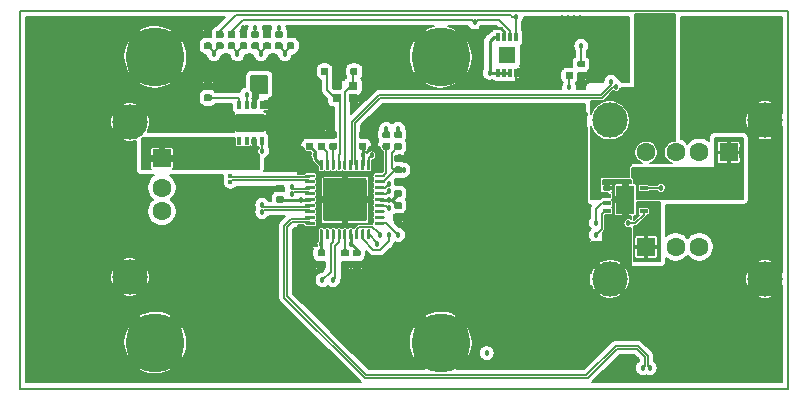
<source format=gtl>
G04 #@! TF.GenerationSoftware,KiCad,Pcbnew,(5.1.5-0-10_14)*
G04 #@! TF.CreationDate,2020-04-12T13:45:19-07:00*
G04 #@! TF.ProjectId,kimchi_usb_ulid,6b696d63-6869-45f7-9573-625f756c6964,v0.1*
G04 #@! TF.SameCoordinates,Original*
G04 #@! TF.FileFunction,Copper,L1,Top*
G04 #@! TF.FilePolarity,Positive*
%FSLAX46Y46*%
G04 Gerber Fmt 4.6, Leading zero omitted, Abs format (unit mm)*
G04 Created by KiCad (PCBNEW (5.1.5-0-10_14)) date 2020-04-12 13:45:19*
%MOMM*%
%LPD*%
G04 APERTURE LIST*
%ADD10C,0.150000*%
%ADD11C,0.100000*%
%ADD12C,1.600000*%
%ADD13R,1.600000X1.600000*%
%ADD14C,3.000000*%
%ADD15R,0.750000X0.700000*%
%ADD16R,2.400000X1.550000*%
%ADD17R,0.350000X0.650000*%
%ADD18R,1.550000X2.400000*%
%ADD19R,0.650000X0.350000*%
%ADD20C,5.000000*%
%ADD21R,1.460000X1.360000*%
%ADD22R,0.300000X0.750000*%
%ADD23C,0.457200*%
%ADD24C,1.000000*%
%ADD25C,0.400000*%
%ADD26C,0.146812*%
%ADD27C,0.254000*%
%ADD28C,0.131318*%
%ADD29C,0.127000*%
G04 APERTURE END LIST*
D10*
X107000000Y-126000000D02*
X107000000Y-94000000D01*
X172000000Y-126000000D02*
X107000000Y-126000000D01*
X172000000Y-94000000D02*
X172000000Y-126000000D01*
X107000000Y-94000000D02*
X172000000Y-94000000D01*
G04 #@! TA.AperFunction,SMDPad,CuDef*
D11*
G36*
X153686958Y-99190710D02*
G01*
X153701276Y-99192834D01*
X153715317Y-99196351D01*
X153728946Y-99201228D01*
X153742031Y-99207417D01*
X153754447Y-99214858D01*
X153766073Y-99223481D01*
X153776798Y-99233202D01*
X153786519Y-99243927D01*
X153795142Y-99255553D01*
X153802583Y-99267969D01*
X153808772Y-99281054D01*
X153813649Y-99294683D01*
X153817166Y-99308724D01*
X153819290Y-99323042D01*
X153820000Y-99337500D01*
X153820000Y-99632500D01*
X153819290Y-99646958D01*
X153817166Y-99661276D01*
X153813649Y-99675317D01*
X153808772Y-99688946D01*
X153802583Y-99702031D01*
X153795142Y-99714447D01*
X153786519Y-99726073D01*
X153776798Y-99736798D01*
X153766073Y-99746519D01*
X153754447Y-99755142D01*
X153742031Y-99762583D01*
X153728946Y-99768772D01*
X153715317Y-99773649D01*
X153701276Y-99777166D01*
X153686958Y-99779290D01*
X153672500Y-99780000D01*
X153327500Y-99780000D01*
X153313042Y-99779290D01*
X153298724Y-99777166D01*
X153284683Y-99773649D01*
X153271054Y-99768772D01*
X153257969Y-99762583D01*
X153245553Y-99755142D01*
X153233927Y-99746519D01*
X153223202Y-99736798D01*
X153213481Y-99726073D01*
X153204858Y-99714447D01*
X153197417Y-99702031D01*
X153191228Y-99688946D01*
X153186351Y-99675317D01*
X153182834Y-99661276D01*
X153180710Y-99646958D01*
X153180000Y-99632500D01*
X153180000Y-99337500D01*
X153180710Y-99323042D01*
X153182834Y-99308724D01*
X153186351Y-99294683D01*
X153191228Y-99281054D01*
X153197417Y-99267969D01*
X153204858Y-99255553D01*
X153213481Y-99243927D01*
X153223202Y-99233202D01*
X153233927Y-99223481D01*
X153245553Y-99214858D01*
X153257969Y-99207417D01*
X153271054Y-99201228D01*
X153284683Y-99196351D01*
X153298724Y-99192834D01*
X153313042Y-99190710D01*
X153327500Y-99190000D01*
X153672500Y-99190000D01*
X153686958Y-99190710D01*
G37*
G04 #@! TD.AperFunction*
G04 #@! TA.AperFunction,SMDPad,CuDef*
G36*
X153686958Y-98220710D02*
G01*
X153701276Y-98222834D01*
X153715317Y-98226351D01*
X153728946Y-98231228D01*
X153742031Y-98237417D01*
X153754447Y-98244858D01*
X153766073Y-98253481D01*
X153776798Y-98263202D01*
X153786519Y-98273927D01*
X153795142Y-98285553D01*
X153802583Y-98297969D01*
X153808772Y-98311054D01*
X153813649Y-98324683D01*
X153817166Y-98338724D01*
X153819290Y-98353042D01*
X153820000Y-98367500D01*
X153820000Y-98662500D01*
X153819290Y-98676958D01*
X153817166Y-98691276D01*
X153813649Y-98705317D01*
X153808772Y-98718946D01*
X153802583Y-98732031D01*
X153795142Y-98744447D01*
X153786519Y-98756073D01*
X153776798Y-98766798D01*
X153766073Y-98776519D01*
X153754447Y-98785142D01*
X153742031Y-98792583D01*
X153728946Y-98798772D01*
X153715317Y-98803649D01*
X153701276Y-98807166D01*
X153686958Y-98809290D01*
X153672500Y-98810000D01*
X153327500Y-98810000D01*
X153313042Y-98809290D01*
X153298724Y-98807166D01*
X153284683Y-98803649D01*
X153271054Y-98798772D01*
X153257969Y-98792583D01*
X153245553Y-98785142D01*
X153233927Y-98776519D01*
X153223202Y-98766798D01*
X153213481Y-98756073D01*
X153204858Y-98744447D01*
X153197417Y-98732031D01*
X153191228Y-98718946D01*
X153186351Y-98705317D01*
X153182834Y-98691276D01*
X153180710Y-98676958D01*
X153180000Y-98662500D01*
X153180000Y-98367500D01*
X153180710Y-98353042D01*
X153182834Y-98338724D01*
X153186351Y-98324683D01*
X153191228Y-98311054D01*
X153197417Y-98297969D01*
X153204858Y-98285553D01*
X153213481Y-98273927D01*
X153223202Y-98263202D01*
X153233927Y-98253481D01*
X153245553Y-98244858D01*
X153257969Y-98237417D01*
X153271054Y-98231228D01*
X153284683Y-98226351D01*
X153298724Y-98222834D01*
X153313042Y-98220710D01*
X153327500Y-98220000D01*
X153672500Y-98220000D01*
X153686958Y-98220710D01*
G37*
G04 #@! TD.AperFunction*
G04 #@! TA.AperFunction,SMDPad,CuDef*
G36*
X128086958Y-95720710D02*
G01*
X128101276Y-95722834D01*
X128115317Y-95726351D01*
X128128946Y-95731228D01*
X128142031Y-95737417D01*
X128154447Y-95744858D01*
X128166073Y-95753481D01*
X128176798Y-95763202D01*
X128186519Y-95773927D01*
X128195142Y-95785553D01*
X128202583Y-95797969D01*
X128208772Y-95811054D01*
X128213649Y-95824683D01*
X128217166Y-95838724D01*
X128219290Y-95853042D01*
X128220000Y-95867500D01*
X128220000Y-96162500D01*
X128219290Y-96176958D01*
X128217166Y-96191276D01*
X128213649Y-96205317D01*
X128208772Y-96218946D01*
X128202583Y-96232031D01*
X128195142Y-96244447D01*
X128186519Y-96256073D01*
X128176798Y-96266798D01*
X128166073Y-96276519D01*
X128154447Y-96285142D01*
X128142031Y-96292583D01*
X128128946Y-96298772D01*
X128115317Y-96303649D01*
X128101276Y-96307166D01*
X128086958Y-96309290D01*
X128072500Y-96310000D01*
X127727500Y-96310000D01*
X127713042Y-96309290D01*
X127698724Y-96307166D01*
X127684683Y-96303649D01*
X127671054Y-96298772D01*
X127657969Y-96292583D01*
X127645553Y-96285142D01*
X127633927Y-96276519D01*
X127623202Y-96266798D01*
X127613481Y-96256073D01*
X127604858Y-96244447D01*
X127597417Y-96232031D01*
X127591228Y-96218946D01*
X127586351Y-96205317D01*
X127582834Y-96191276D01*
X127580710Y-96176958D01*
X127580000Y-96162500D01*
X127580000Y-95867500D01*
X127580710Y-95853042D01*
X127582834Y-95838724D01*
X127586351Y-95824683D01*
X127591228Y-95811054D01*
X127597417Y-95797969D01*
X127604858Y-95785553D01*
X127613481Y-95773927D01*
X127623202Y-95763202D01*
X127633927Y-95753481D01*
X127645553Y-95744858D01*
X127657969Y-95737417D01*
X127671054Y-95731228D01*
X127684683Y-95726351D01*
X127698724Y-95722834D01*
X127713042Y-95720710D01*
X127727500Y-95720000D01*
X128072500Y-95720000D01*
X128086958Y-95720710D01*
G37*
G04 #@! TD.AperFunction*
G04 #@! TA.AperFunction,SMDPad,CuDef*
G36*
X128086958Y-96690710D02*
G01*
X128101276Y-96692834D01*
X128115317Y-96696351D01*
X128128946Y-96701228D01*
X128142031Y-96707417D01*
X128154447Y-96714858D01*
X128166073Y-96723481D01*
X128176798Y-96733202D01*
X128186519Y-96743927D01*
X128195142Y-96755553D01*
X128202583Y-96767969D01*
X128208772Y-96781054D01*
X128213649Y-96794683D01*
X128217166Y-96808724D01*
X128219290Y-96823042D01*
X128220000Y-96837500D01*
X128220000Y-97132500D01*
X128219290Y-97146958D01*
X128217166Y-97161276D01*
X128213649Y-97175317D01*
X128208772Y-97188946D01*
X128202583Y-97202031D01*
X128195142Y-97214447D01*
X128186519Y-97226073D01*
X128176798Y-97236798D01*
X128166073Y-97246519D01*
X128154447Y-97255142D01*
X128142031Y-97262583D01*
X128128946Y-97268772D01*
X128115317Y-97273649D01*
X128101276Y-97277166D01*
X128086958Y-97279290D01*
X128072500Y-97280000D01*
X127727500Y-97280000D01*
X127713042Y-97279290D01*
X127698724Y-97277166D01*
X127684683Y-97273649D01*
X127671054Y-97268772D01*
X127657969Y-97262583D01*
X127645553Y-97255142D01*
X127633927Y-97246519D01*
X127623202Y-97236798D01*
X127613481Y-97226073D01*
X127604858Y-97214447D01*
X127597417Y-97202031D01*
X127591228Y-97188946D01*
X127586351Y-97175317D01*
X127582834Y-97161276D01*
X127580710Y-97146958D01*
X127580000Y-97132500D01*
X127580000Y-96837500D01*
X127580710Y-96823042D01*
X127582834Y-96808724D01*
X127586351Y-96794683D01*
X127591228Y-96781054D01*
X127597417Y-96767969D01*
X127604858Y-96755553D01*
X127613481Y-96743927D01*
X127623202Y-96733202D01*
X127633927Y-96723481D01*
X127645553Y-96714858D01*
X127657969Y-96707417D01*
X127671054Y-96701228D01*
X127684683Y-96696351D01*
X127698724Y-96692834D01*
X127713042Y-96690710D01*
X127727500Y-96690000D01*
X128072500Y-96690000D01*
X128086958Y-96690710D01*
G37*
G04 #@! TD.AperFunction*
G04 #@! TA.AperFunction,SMDPad,CuDef*
G36*
X130086958Y-95720710D02*
G01*
X130101276Y-95722834D01*
X130115317Y-95726351D01*
X130128946Y-95731228D01*
X130142031Y-95737417D01*
X130154447Y-95744858D01*
X130166073Y-95753481D01*
X130176798Y-95763202D01*
X130186519Y-95773927D01*
X130195142Y-95785553D01*
X130202583Y-95797969D01*
X130208772Y-95811054D01*
X130213649Y-95824683D01*
X130217166Y-95838724D01*
X130219290Y-95853042D01*
X130220000Y-95867500D01*
X130220000Y-96162500D01*
X130219290Y-96176958D01*
X130217166Y-96191276D01*
X130213649Y-96205317D01*
X130208772Y-96218946D01*
X130202583Y-96232031D01*
X130195142Y-96244447D01*
X130186519Y-96256073D01*
X130176798Y-96266798D01*
X130166073Y-96276519D01*
X130154447Y-96285142D01*
X130142031Y-96292583D01*
X130128946Y-96298772D01*
X130115317Y-96303649D01*
X130101276Y-96307166D01*
X130086958Y-96309290D01*
X130072500Y-96310000D01*
X129727500Y-96310000D01*
X129713042Y-96309290D01*
X129698724Y-96307166D01*
X129684683Y-96303649D01*
X129671054Y-96298772D01*
X129657969Y-96292583D01*
X129645553Y-96285142D01*
X129633927Y-96276519D01*
X129623202Y-96266798D01*
X129613481Y-96256073D01*
X129604858Y-96244447D01*
X129597417Y-96232031D01*
X129591228Y-96218946D01*
X129586351Y-96205317D01*
X129582834Y-96191276D01*
X129580710Y-96176958D01*
X129580000Y-96162500D01*
X129580000Y-95867500D01*
X129580710Y-95853042D01*
X129582834Y-95838724D01*
X129586351Y-95824683D01*
X129591228Y-95811054D01*
X129597417Y-95797969D01*
X129604858Y-95785553D01*
X129613481Y-95773927D01*
X129623202Y-95763202D01*
X129633927Y-95753481D01*
X129645553Y-95744858D01*
X129657969Y-95737417D01*
X129671054Y-95731228D01*
X129684683Y-95726351D01*
X129698724Y-95722834D01*
X129713042Y-95720710D01*
X129727500Y-95720000D01*
X130072500Y-95720000D01*
X130086958Y-95720710D01*
G37*
G04 #@! TD.AperFunction*
G04 #@! TA.AperFunction,SMDPad,CuDef*
G36*
X130086958Y-96690710D02*
G01*
X130101276Y-96692834D01*
X130115317Y-96696351D01*
X130128946Y-96701228D01*
X130142031Y-96707417D01*
X130154447Y-96714858D01*
X130166073Y-96723481D01*
X130176798Y-96733202D01*
X130186519Y-96743927D01*
X130195142Y-96755553D01*
X130202583Y-96767969D01*
X130208772Y-96781054D01*
X130213649Y-96794683D01*
X130217166Y-96808724D01*
X130219290Y-96823042D01*
X130220000Y-96837500D01*
X130220000Y-97132500D01*
X130219290Y-97146958D01*
X130217166Y-97161276D01*
X130213649Y-97175317D01*
X130208772Y-97188946D01*
X130202583Y-97202031D01*
X130195142Y-97214447D01*
X130186519Y-97226073D01*
X130176798Y-97236798D01*
X130166073Y-97246519D01*
X130154447Y-97255142D01*
X130142031Y-97262583D01*
X130128946Y-97268772D01*
X130115317Y-97273649D01*
X130101276Y-97277166D01*
X130086958Y-97279290D01*
X130072500Y-97280000D01*
X129727500Y-97280000D01*
X129713042Y-97279290D01*
X129698724Y-97277166D01*
X129684683Y-97273649D01*
X129671054Y-97268772D01*
X129657969Y-97262583D01*
X129645553Y-97255142D01*
X129633927Y-97246519D01*
X129623202Y-97236798D01*
X129613481Y-97226073D01*
X129604858Y-97214447D01*
X129597417Y-97202031D01*
X129591228Y-97188946D01*
X129586351Y-97175317D01*
X129582834Y-97161276D01*
X129580710Y-97146958D01*
X129580000Y-97132500D01*
X129580000Y-96837500D01*
X129580710Y-96823042D01*
X129582834Y-96808724D01*
X129586351Y-96794683D01*
X129591228Y-96781054D01*
X129597417Y-96767969D01*
X129604858Y-96755553D01*
X129613481Y-96743927D01*
X129623202Y-96733202D01*
X129633927Y-96723481D01*
X129645553Y-96714858D01*
X129657969Y-96707417D01*
X129671054Y-96701228D01*
X129684683Y-96696351D01*
X129698724Y-96692834D01*
X129713042Y-96690710D01*
X129727500Y-96690000D01*
X130072500Y-96690000D01*
X130086958Y-96690710D01*
G37*
G04 #@! TD.AperFunction*
G04 #@! TA.AperFunction,SMDPad,CuDef*
G36*
X123086958Y-95720710D02*
G01*
X123101276Y-95722834D01*
X123115317Y-95726351D01*
X123128946Y-95731228D01*
X123142031Y-95737417D01*
X123154447Y-95744858D01*
X123166073Y-95753481D01*
X123176798Y-95763202D01*
X123186519Y-95773927D01*
X123195142Y-95785553D01*
X123202583Y-95797969D01*
X123208772Y-95811054D01*
X123213649Y-95824683D01*
X123217166Y-95838724D01*
X123219290Y-95853042D01*
X123220000Y-95867500D01*
X123220000Y-96162500D01*
X123219290Y-96176958D01*
X123217166Y-96191276D01*
X123213649Y-96205317D01*
X123208772Y-96218946D01*
X123202583Y-96232031D01*
X123195142Y-96244447D01*
X123186519Y-96256073D01*
X123176798Y-96266798D01*
X123166073Y-96276519D01*
X123154447Y-96285142D01*
X123142031Y-96292583D01*
X123128946Y-96298772D01*
X123115317Y-96303649D01*
X123101276Y-96307166D01*
X123086958Y-96309290D01*
X123072500Y-96310000D01*
X122727500Y-96310000D01*
X122713042Y-96309290D01*
X122698724Y-96307166D01*
X122684683Y-96303649D01*
X122671054Y-96298772D01*
X122657969Y-96292583D01*
X122645553Y-96285142D01*
X122633927Y-96276519D01*
X122623202Y-96266798D01*
X122613481Y-96256073D01*
X122604858Y-96244447D01*
X122597417Y-96232031D01*
X122591228Y-96218946D01*
X122586351Y-96205317D01*
X122582834Y-96191276D01*
X122580710Y-96176958D01*
X122580000Y-96162500D01*
X122580000Y-95867500D01*
X122580710Y-95853042D01*
X122582834Y-95838724D01*
X122586351Y-95824683D01*
X122591228Y-95811054D01*
X122597417Y-95797969D01*
X122604858Y-95785553D01*
X122613481Y-95773927D01*
X122623202Y-95763202D01*
X122633927Y-95753481D01*
X122645553Y-95744858D01*
X122657969Y-95737417D01*
X122671054Y-95731228D01*
X122684683Y-95726351D01*
X122698724Y-95722834D01*
X122713042Y-95720710D01*
X122727500Y-95720000D01*
X123072500Y-95720000D01*
X123086958Y-95720710D01*
G37*
G04 #@! TD.AperFunction*
G04 #@! TA.AperFunction,SMDPad,CuDef*
G36*
X123086958Y-96690710D02*
G01*
X123101276Y-96692834D01*
X123115317Y-96696351D01*
X123128946Y-96701228D01*
X123142031Y-96707417D01*
X123154447Y-96714858D01*
X123166073Y-96723481D01*
X123176798Y-96733202D01*
X123186519Y-96743927D01*
X123195142Y-96755553D01*
X123202583Y-96767969D01*
X123208772Y-96781054D01*
X123213649Y-96794683D01*
X123217166Y-96808724D01*
X123219290Y-96823042D01*
X123220000Y-96837500D01*
X123220000Y-97132500D01*
X123219290Y-97146958D01*
X123217166Y-97161276D01*
X123213649Y-97175317D01*
X123208772Y-97188946D01*
X123202583Y-97202031D01*
X123195142Y-97214447D01*
X123186519Y-97226073D01*
X123176798Y-97236798D01*
X123166073Y-97246519D01*
X123154447Y-97255142D01*
X123142031Y-97262583D01*
X123128946Y-97268772D01*
X123115317Y-97273649D01*
X123101276Y-97277166D01*
X123086958Y-97279290D01*
X123072500Y-97280000D01*
X122727500Y-97280000D01*
X122713042Y-97279290D01*
X122698724Y-97277166D01*
X122684683Y-97273649D01*
X122671054Y-97268772D01*
X122657969Y-97262583D01*
X122645553Y-97255142D01*
X122633927Y-97246519D01*
X122623202Y-97236798D01*
X122613481Y-97226073D01*
X122604858Y-97214447D01*
X122597417Y-97202031D01*
X122591228Y-97188946D01*
X122586351Y-97175317D01*
X122582834Y-97161276D01*
X122580710Y-97146958D01*
X122580000Y-97132500D01*
X122580000Y-96837500D01*
X122580710Y-96823042D01*
X122582834Y-96808724D01*
X122586351Y-96794683D01*
X122591228Y-96781054D01*
X122597417Y-96767969D01*
X122604858Y-96755553D01*
X122613481Y-96743927D01*
X122623202Y-96733202D01*
X122633927Y-96723481D01*
X122645553Y-96714858D01*
X122657969Y-96707417D01*
X122671054Y-96701228D01*
X122684683Y-96696351D01*
X122698724Y-96692834D01*
X122713042Y-96690710D01*
X122727500Y-96690000D01*
X123072500Y-96690000D01*
X123086958Y-96690710D01*
G37*
G04 #@! TD.AperFunction*
G04 #@! TA.AperFunction,SMDPad,CuDef*
G36*
X126086958Y-95720710D02*
G01*
X126101276Y-95722834D01*
X126115317Y-95726351D01*
X126128946Y-95731228D01*
X126142031Y-95737417D01*
X126154447Y-95744858D01*
X126166073Y-95753481D01*
X126176798Y-95763202D01*
X126186519Y-95773927D01*
X126195142Y-95785553D01*
X126202583Y-95797969D01*
X126208772Y-95811054D01*
X126213649Y-95824683D01*
X126217166Y-95838724D01*
X126219290Y-95853042D01*
X126220000Y-95867500D01*
X126220000Y-96162500D01*
X126219290Y-96176958D01*
X126217166Y-96191276D01*
X126213649Y-96205317D01*
X126208772Y-96218946D01*
X126202583Y-96232031D01*
X126195142Y-96244447D01*
X126186519Y-96256073D01*
X126176798Y-96266798D01*
X126166073Y-96276519D01*
X126154447Y-96285142D01*
X126142031Y-96292583D01*
X126128946Y-96298772D01*
X126115317Y-96303649D01*
X126101276Y-96307166D01*
X126086958Y-96309290D01*
X126072500Y-96310000D01*
X125727500Y-96310000D01*
X125713042Y-96309290D01*
X125698724Y-96307166D01*
X125684683Y-96303649D01*
X125671054Y-96298772D01*
X125657969Y-96292583D01*
X125645553Y-96285142D01*
X125633927Y-96276519D01*
X125623202Y-96266798D01*
X125613481Y-96256073D01*
X125604858Y-96244447D01*
X125597417Y-96232031D01*
X125591228Y-96218946D01*
X125586351Y-96205317D01*
X125582834Y-96191276D01*
X125580710Y-96176958D01*
X125580000Y-96162500D01*
X125580000Y-95867500D01*
X125580710Y-95853042D01*
X125582834Y-95838724D01*
X125586351Y-95824683D01*
X125591228Y-95811054D01*
X125597417Y-95797969D01*
X125604858Y-95785553D01*
X125613481Y-95773927D01*
X125623202Y-95763202D01*
X125633927Y-95753481D01*
X125645553Y-95744858D01*
X125657969Y-95737417D01*
X125671054Y-95731228D01*
X125684683Y-95726351D01*
X125698724Y-95722834D01*
X125713042Y-95720710D01*
X125727500Y-95720000D01*
X126072500Y-95720000D01*
X126086958Y-95720710D01*
G37*
G04 #@! TD.AperFunction*
G04 #@! TA.AperFunction,SMDPad,CuDef*
G36*
X126086958Y-96690710D02*
G01*
X126101276Y-96692834D01*
X126115317Y-96696351D01*
X126128946Y-96701228D01*
X126142031Y-96707417D01*
X126154447Y-96714858D01*
X126166073Y-96723481D01*
X126176798Y-96733202D01*
X126186519Y-96743927D01*
X126195142Y-96755553D01*
X126202583Y-96767969D01*
X126208772Y-96781054D01*
X126213649Y-96794683D01*
X126217166Y-96808724D01*
X126219290Y-96823042D01*
X126220000Y-96837500D01*
X126220000Y-97132500D01*
X126219290Y-97146958D01*
X126217166Y-97161276D01*
X126213649Y-97175317D01*
X126208772Y-97188946D01*
X126202583Y-97202031D01*
X126195142Y-97214447D01*
X126186519Y-97226073D01*
X126176798Y-97236798D01*
X126166073Y-97246519D01*
X126154447Y-97255142D01*
X126142031Y-97262583D01*
X126128946Y-97268772D01*
X126115317Y-97273649D01*
X126101276Y-97277166D01*
X126086958Y-97279290D01*
X126072500Y-97280000D01*
X125727500Y-97280000D01*
X125713042Y-97279290D01*
X125698724Y-97277166D01*
X125684683Y-97273649D01*
X125671054Y-97268772D01*
X125657969Y-97262583D01*
X125645553Y-97255142D01*
X125633927Y-97246519D01*
X125623202Y-97236798D01*
X125613481Y-97226073D01*
X125604858Y-97214447D01*
X125597417Y-97202031D01*
X125591228Y-97188946D01*
X125586351Y-97175317D01*
X125582834Y-97161276D01*
X125580710Y-97146958D01*
X125580000Y-97132500D01*
X125580000Y-96837500D01*
X125580710Y-96823042D01*
X125582834Y-96808724D01*
X125586351Y-96794683D01*
X125591228Y-96781054D01*
X125597417Y-96767969D01*
X125604858Y-96755553D01*
X125613481Y-96743927D01*
X125623202Y-96733202D01*
X125633927Y-96723481D01*
X125645553Y-96714858D01*
X125657969Y-96707417D01*
X125671054Y-96701228D01*
X125684683Y-96696351D01*
X125698724Y-96692834D01*
X125713042Y-96690710D01*
X125727500Y-96690000D01*
X126072500Y-96690000D01*
X126086958Y-96690710D01*
G37*
G04 #@! TD.AperFunction*
G04 #@! TA.AperFunction,SMDPad,CuDef*
G36*
X129086958Y-95720710D02*
G01*
X129101276Y-95722834D01*
X129115317Y-95726351D01*
X129128946Y-95731228D01*
X129142031Y-95737417D01*
X129154447Y-95744858D01*
X129166073Y-95753481D01*
X129176798Y-95763202D01*
X129186519Y-95773927D01*
X129195142Y-95785553D01*
X129202583Y-95797969D01*
X129208772Y-95811054D01*
X129213649Y-95824683D01*
X129217166Y-95838724D01*
X129219290Y-95853042D01*
X129220000Y-95867500D01*
X129220000Y-96162500D01*
X129219290Y-96176958D01*
X129217166Y-96191276D01*
X129213649Y-96205317D01*
X129208772Y-96218946D01*
X129202583Y-96232031D01*
X129195142Y-96244447D01*
X129186519Y-96256073D01*
X129176798Y-96266798D01*
X129166073Y-96276519D01*
X129154447Y-96285142D01*
X129142031Y-96292583D01*
X129128946Y-96298772D01*
X129115317Y-96303649D01*
X129101276Y-96307166D01*
X129086958Y-96309290D01*
X129072500Y-96310000D01*
X128727500Y-96310000D01*
X128713042Y-96309290D01*
X128698724Y-96307166D01*
X128684683Y-96303649D01*
X128671054Y-96298772D01*
X128657969Y-96292583D01*
X128645553Y-96285142D01*
X128633927Y-96276519D01*
X128623202Y-96266798D01*
X128613481Y-96256073D01*
X128604858Y-96244447D01*
X128597417Y-96232031D01*
X128591228Y-96218946D01*
X128586351Y-96205317D01*
X128582834Y-96191276D01*
X128580710Y-96176958D01*
X128580000Y-96162500D01*
X128580000Y-95867500D01*
X128580710Y-95853042D01*
X128582834Y-95838724D01*
X128586351Y-95824683D01*
X128591228Y-95811054D01*
X128597417Y-95797969D01*
X128604858Y-95785553D01*
X128613481Y-95773927D01*
X128623202Y-95763202D01*
X128633927Y-95753481D01*
X128645553Y-95744858D01*
X128657969Y-95737417D01*
X128671054Y-95731228D01*
X128684683Y-95726351D01*
X128698724Y-95722834D01*
X128713042Y-95720710D01*
X128727500Y-95720000D01*
X129072500Y-95720000D01*
X129086958Y-95720710D01*
G37*
G04 #@! TD.AperFunction*
G04 #@! TA.AperFunction,SMDPad,CuDef*
G36*
X129086958Y-96690710D02*
G01*
X129101276Y-96692834D01*
X129115317Y-96696351D01*
X129128946Y-96701228D01*
X129142031Y-96707417D01*
X129154447Y-96714858D01*
X129166073Y-96723481D01*
X129176798Y-96733202D01*
X129186519Y-96743927D01*
X129195142Y-96755553D01*
X129202583Y-96767969D01*
X129208772Y-96781054D01*
X129213649Y-96794683D01*
X129217166Y-96808724D01*
X129219290Y-96823042D01*
X129220000Y-96837500D01*
X129220000Y-97132500D01*
X129219290Y-97146958D01*
X129217166Y-97161276D01*
X129213649Y-97175317D01*
X129208772Y-97188946D01*
X129202583Y-97202031D01*
X129195142Y-97214447D01*
X129186519Y-97226073D01*
X129176798Y-97236798D01*
X129166073Y-97246519D01*
X129154447Y-97255142D01*
X129142031Y-97262583D01*
X129128946Y-97268772D01*
X129115317Y-97273649D01*
X129101276Y-97277166D01*
X129086958Y-97279290D01*
X129072500Y-97280000D01*
X128727500Y-97280000D01*
X128713042Y-97279290D01*
X128698724Y-97277166D01*
X128684683Y-97273649D01*
X128671054Y-97268772D01*
X128657969Y-97262583D01*
X128645553Y-97255142D01*
X128633927Y-97246519D01*
X128623202Y-97236798D01*
X128613481Y-97226073D01*
X128604858Y-97214447D01*
X128597417Y-97202031D01*
X128591228Y-97188946D01*
X128586351Y-97175317D01*
X128582834Y-97161276D01*
X128580710Y-97146958D01*
X128580000Y-97132500D01*
X128580000Y-96837500D01*
X128580710Y-96823042D01*
X128582834Y-96808724D01*
X128586351Y-96794683D01*
X128591228Y-96781054D01*
X128597417Y-96767969D01*
X128604858Y-96755553D01*
X128613481Y-96743927D01*
X128623202Y-96733202D01*
X128633927Y-96723481D01*
X128645553Y-96714858D01*
X128657969Y-96707417D01*
X128671054Y-96701228D01*
X128684683Y-96696351D01*
X128698724Y-96692834D01*
X128713042Y-96690710D01*
X128727500Y-96690000D01*
X129072500Y-96690000D01*
X129086958Y-96690710D01*
G37*
G04 #@! TD.AperFunction*
G04 #@! TA.AperFunction,SMDPad,CuDef*
G36*
X124086958Y-96690710D02*
G01*
X124101276Y-96692834D01*
X124115317Y-96696351D01*
X124128946Y-96701228D01*
X124142031Y-96707417D01*
X124154447Y-96714858D01*
X124166073Y-96723481D01*
X124176798Y-96733202D01*
X124186519Y-96743927D01*
X124195142Y-96755553D01*
X124202583Y-96767969D01*
X124208772Y-96781054D01*
X124213649Y-96794683D01*
X124217166Y-96808724D01*
X124219290Y-96823042D01*
X124220000Y-96837500D01*
X124220000Y-97132500D01*
X124219290Y-97146958D01*
X124217166Y-97161276D01*
X124213649Y-97175317D01*
X124208772Y-97188946D01*
X124202583Y-97202031D01*
X124195142Y-97214447D01*
X124186519Y-97226073D01*
X124176798Y-97236798D01*
X124166073Y-97246519D01*
X124154447Y-97255142D01*
X124142031Y-97262583D01*
X124128946Y-97268772D01*
X124115317Y-97273649D01*
X124101276Y-97277166D01*
X124086958Y-97279290D01*
X124072500Y-97280000D01*
X123727500Y-97280000D01*
X123713042Y-97279290D01*
X123698724Y-97277166D01*
X123684683Y-97273649D01*
X123671054Y-97268772D01*
X123657969Y-97262583D01*
X123645553Y-97255142D01*
X123633927Y-97246519D01*
X123623202Y-97236798D01*
X123613481Y-97226073D01*
X123604858Y-97214447D01*
X123597417Y-97202031D01*
X123591228Y-97188946D01*
X123586351Y-97175317D01*
X123582834Y-97161276D01*
X123580710Y-97146958D01*
X123580000Y-97132500D01*
X123580000Y-96837500D01*
X123580710Y-96823042D01*
X123582834Y-96808724D01*
X123586351Y-96794683D01*
X123591228Y-96781054D01*
X123597417Y-96767969D01*
X123604858Y-96755553D01*
X123613481Y-96743927D01*
X123623202Y-96733202D01*
X123633927Y-96723481D01*
X123645553Y-96714858D01*
X123657969Y-96707417D01*
X123671054Y-96701228D01*
X123684683Y-96696351D01*
X123698724Y-96692834D01*
X123713042Y-96690710D01*
X123727500Y-96690000D01*
X124072500Y-96690000D01*
X124086958Y-96690710D01*
G37*
G04 #@! TD.AperFunction*
G04 #@! TA.AperFunction,SMDPad,CuDef*
G36*
X124086958Y-95720710D02*
G01*
X124101276Y-95722834D01*
X124115317Y-95726351D01*
X124128946Y-95731228D01*
X124142031Y-95737417D01*
X124154447Y-95744858D01*
X124166073Y-95753481D01*
X124176798Y-95763202D01*
X124186519Y-95773927D01*
X124195142Y-95785553D01*
X124202583Y-95797969D01*
X124208772Y-95811054D01*
X124213649Y-95824683D01*
X124217166Y-95838724D01*
X124219290Y-95853042D01*
X124220000Y-95867500D01*
X124220000Y-96162500D01*
X124219290Y-96176958D01*
X124217166Y-96191276D01*
X124213649Y-96205317D01*
X124208772Y-96218946D01*
X124202583Y-96232031D01*
X124195142Y-96244447D01*
X124186519Y-96256073D01*
X124176798Y-96266798D01*
X124166073Y-96276519D01*
X124154447Y-96285142D01*
X124142031Y-96292583D01*
X124128946Y-96298772D01*
X124115317Y-96303649D01*
X124101276Y-96307166D01*
X124086958Y-96309290D01*
X124072500Y-96310000D01*
X123727500Y-96310000D01*
X123713042Y-96309290D01*
X123698724Y-96307166D01*
X123684683Y-96303649D01*
X123671054Y-96298772D01*
X123657969Y-96292583D01*
X123645553Y-96285142D01*
X123633927Y-96276519D01*
X123623202Y-96266798D01*
X123613481Y-96256073D01*
X123604858Y-96244447D01*
X123597417Y-96232031D01*
X123591228Y-96218946D01*
X123586351Y-96205317D01*
X123582834Y-96191276D01*
X123580710Y-96176958D01*
X123580000Y-96162500D01*
X123580000Y-95867500D01*
X123580710Y-95853042D01*
X123582834Y-95838724D01*
X123586351Y-95824683D01*
X123591228Y-95811054D01*
X123597417Y-95797969D01*
X123604858Y-95785553D01*
X123613481Y-95773927D01*
X123623202Y-95763202D01*
X123633927Y-95753481D01*
X123645553Y-95744858D01*
X123657969Y-95737417D01*
X123671054Y-95731228D01*
X123684683Y-95726351D01*
X123698724Y-95722834D01*
X123713042Y-95720710D01*
X123727500Y-95720000D01*
X124072500Y-95720000D01*
X124086958Y-95720710D01*
G37*
G04 #@! TD.AperFunction*
G04 #@! TA.AperFunction,SMDPad,CuDef*
G36*
X127086958Y-95720710D02*
G01*
X127101276Y-95722834D01*
X127115317Y-95726351D01*
X127128946Y-95731228D01*
X127142031Y-95737417D01*
X127154447Y-95744858D01*
X127166073Y-95753481D01*
X127176798Y-95763202D01*
X127186519Y-95773927D01*
X127195142Y-95785553D01*
X127202583Y-95797969D01*
X127208772Y-95811054D01*
X127213649Y-95824683D01*
X127217166Y-95838724D01*
X127219290Y-95853042D01*
X127220000Y-95867500D01*
X127220000Y-96162500D01*
X127219290Y-96176958D01*
X127217166Y-96191276D01*
X127213649Y-96205317D01*
X127208772Y-96218946D01*
X127202583Y-96232031D01*
X127195142Y-96244447D01*
X127186519Y-96256073D01*
X127176798Y-96266798D01*
X127166073Y-96276519D01*
X127154447Y-96285142D01*
X127142031Y-96292583D01*
X127128946Y-96298772D01*
X127115317Y-96303649D01*
X127101276Y-96307166D01*
X127086958Y-96309290D01*
X127072500Y-96310000D01*
X126727500Y-96310000D01*
X126713042Y-96309290D01*
X126698724Y-96307166D01*
X126684683Y-96303649D01*
X126671054Y-96298772D01*
X126657969Y-96292583D01*
X126645553Y-96285142D01*
X126633927Y-96276519D01*
X126623202Y-96266798D01*
X126613481Y-96256073D01*
X126604858Y-96244447D01*
X126597417Y-96232031D01*
X126591228Y-96218946D01*
X126586351Y-96205317D01*
X126582834Y-96191276D01*
X126580710Y-96176958D01*
X126580000Y-96162500D01*
X126580000Y-95867500D01*
X126580710Y-95853042D01*
X126582834Y-95838724D01*
X126586351Y-95824683D01*
X126591228Y-95811054D01*
X126597417Y-95797969D01*
X126604858Y-95785553D01*
X126613481Y-95773927D01*
X126623202Y-95763202D01*
X126633927Y-95753481D01*
X126645553Y-95744858D01*
X126657969Y-95737417D01*
X126671054Y-95731228D01*
X126684683Y-95726351D01*
X126698724Y-95722834D01*
X126713042Y-95720710D01*
X126727500Y-95720000D01*
X127072500Y-95720000D01*
X127086958Y-95720710D01*
G37*
G04 #@! TD.AperFunction*
G04 #@! TA.AperFunction,SMDPad,CuDef*
G36*
X127086958Y-96690710D02*
G01*
X127101276Y-96692834D01*
X127115317Y-96696351D01*
X127128946Y-96701228D01*
X127142031Y-96707417D01*
X127154447Y-96714858D01*
X127166073Y-96723481D01*
X127176798Y-96733202D01*
X127186519Y-96743927D01*
X127195142Y-96755553D01*
X127202583Y-96767969D01*
X127208772Y-96781054D01*
X127213649Y-96794683D01*
X127217166Y-96808724D01*
X127219290Y-96823042D01*
X127220000Y-96837500D01*
X127220000Y-97132500D01*
X127219290Y-97146958D01*
X127217166Y-97161276D01*
X127213649Y-97175317D01*
X127208772Y-97188946D01*
X127202583Y-97202031D01*
X127195142Y-97214447D01*
X127186519Y-97226073D01*
X127176798Y-97236798D01*
X127166073Y-97246519D01*
X127154447Y-97255142D01*
X127142031Y-97262583D01*
X127128946Y-97268772D01*
X127115317Y-97273649D01*
X127101276Y-97277166D01*
X127086958Y-97279290D01*
X127072500Y-97280000D01*
X126727500Y-97280000D01*
X126713042Y-97279290D01*
X126698724Y-97277166D01*
X126684683Y-97273649D01*
X126671054Y-97268772D01*
X126657969Y-97262583D01*
X126645553Y-97255142D01*
X126633927Y-97246519D01*
X126623202Y-97236798D01*
X126613481Y-97226073D01*
X126604858Y-97214447D01*
X126597417Y-97202031D01*
X126591228Y-97188946D01*
X126586351Y-97175317D01*
X126582834Y-97161276D01*
X126580710Y-97146958D01*
X126580000Y-97132500D01*
X126580000Y-96837500D01*
X126580710Y-96823042D01*
X126582834Y-96808724D01*
X126586351Y-96794683D01*
X126591228Y-96781054D01*
X126597417Y-96767969D01*
X126604858Y-96755553D01*
X126613481Y-96743927D01*
X126623202Y-96733202D01*
X126633927Y-96723481D01*
X126645553Y-96714858D01*
X126657969Y-96707417D01*
X126671054Y-96701228D01*
X126684683Y-96696351D01*
X126698724Y-96692834D01*
X126713042Y-96690710D01*
X126727500Y-96690000D01*
X127072500Y-96690000D01*
X127086958Y-96690710D01*
G37*
G04 #@! TD.AperFunction*
G04 #@! TA.AperFunction,SMDPad,CuDef*
G36*
X125086958Y-95720710D02*
G01*
X125101276Y-95722834D01*
X125115317Y-95726351D01*
X125128946Y-95731228D01*
X125142031Y-95737417D01*
X125154447Y-95744858D01*
X125166073Y-95753481D01*
X125176798Y-95763202D01*
X125186519Y-95773927D01*
X125195142Y-95785553D01*
X125202583Y-95797969D01*
X125208772Y-95811054D01*
X125213649Y-95824683D01*
X125217166Y-95838724D01*
X125219290Y-95853042D01*
X125220000Y-95867500D01*
X125220000Y-96162500D01*
X125219290Y-96176958D01*
X125217166Y-96191276D01*
X125213649Y-96205317D01*
X125208772Y-96218946D01*
X125202583Y-96232031D01*
X125195142Y-96244447D01*
X125186519Y-96256073D01*
X125176798Y-96266798D01*
X125166073Y-96276519D01*
X125154447Y-96285142D01*
X125142031Y-96292583D01*
X125128946Y-96298772D01*
X125115317Y-96303649D01*
X125101276Y-96307166D01*
X125086958Y-96309290D01*
X125072500Y-96310000D01*
X124727500Y-96310000D01*
X124713042Y-96309290D01*
X124698724Y-96307166D01*
X124684683Y-96303649D01*
X124671054Y-96298772D01*
X124657969Y-96292583D01*
X124645553Y-96285142D01*
X124633927Y-96276519D01*
X124623202Y-96266798D01*
X124613481Y-96256073D01*
X124604858Y-96244447D01*
X124597417Y-96232031D01*
X124591228Y-96218946D01*
X124586351Y-96205317D01*
X124582834Y-96191276D01*
X124580710Y-96176958D01*
X124580000Y-96162500D01*
X124580000Y-95867500D01*
X124580710Y-95853042D01*
X124582834Y-95838724D01*
X124586351Y-95824683D01*
X124591228Y-95811054D01*
X124597417Y-95797969D01*
X124604858Y-95785553D01*
X124613481Y-95773927D01*
X124623202Y-95763202D01*
X124633927Y-95753481D01*
X124645553Y-95744858D01*
X124657969Y-95737417D01*
X124671054Y-95731228D01*
X124684683Y-95726351D01*
X124698724Y-95722834D01*
X124713042Y-95720710D01*
X124727500Y-95720000D01*
X125072500Y-95720000D01*
X125086958Y-95720710D01*
G37*
G04 #@! TD.AperFunction*
G04 #@! TA.AperFunction,SMDPad,CuDef*
G36*
X125086958Y-96690710D02*
G01*
X125101276Y-96692834D01*
X125115317Y-96696351D01*
X125128946Y-96701228D01*
X125142031Y-96707417D01*
X125154447Y-96714858D01*
X125166073Y-96723481D01*
X125176798Y-96733202D01*
X125186519Y-96743927D01*
X125195142Y-96755553D01*
X125202583Y-96767969D01*
X125208772Y-96781054D01*
X125213649Y-96794683D01*
X125217166Y-96808724D01*
X125219290Y-96823042D01*
X125220000Y-96837500D01*
X125220000Y-97132500D01*
X125219290Y-97146958D01*
X125217166Y-97161276D01*
X125213649Y-97175317D01*
X125208772Y-97188946D01*
X125202583Y-97202031D01*
X125195142Y-97214447D01*
X125186519Y-97226073D01*
X125176798Y-97236798D01*
X125166073Y-97246519D01*
X125154447Y-97255142D01*
X125142031Y-97262583D01*
X125128946Y-97268772D01*
X125115317Y-97273649D01*
X125101276Y-97277166D01*
X125086958Y-97279290D01*
X125072500Y-97280000D01*
X124727500Y-97280000D01*
X124713042Y-97279290D01*
X124698724Y-97277166D01*
X124684683Y-97273649D01*
X124671054Y-97268772D01*
X124657969Y-97262583D01*
X124645553Y-97255142D01*
X124633927Y-97246519D01*
X124623202Y-97236798D01*
X124613481Y-97226073D01*
X124604858Y-97214447D01*
X124597417Y-97202031D01*
X124591228Y-97188946D01*
X124586351Y-97175317D01*
X124582834Y-97161276D01*
X124580710Y-97146958D01*
X124580000Y-97132500D01*
X124580000Y-96837500D01*
X124580710Y-96823042D01*
X124582834Y-96808724D01*
X124586351Y-96794683D01*
X124591228Y-96781054D01*
X124597417Y-96767969D01*
X124604858Y-96755553D01*
X124613481Y-96743927D01*
X124623202Y-96733202D01*
X124633927Y-96723481D01*
X124645553Y-96714858D01*
X124657969Y-96707417D01*
X124671054Y-96701228D01*
X124684683Y-96696351D01*
X124698724Y-96692834D01*
X124713042Y-96690710D01*
X124727500Y-96690000D01*
X125072500Y-96690000D01*
X125086958Y-96690710D01*
G37*
G04 #@! TD.AperFunction*
G04 #@! TA.AperFunction,SMDPad,CuDef*
G36*
X132686958Y-105190710D02*
G01*
X132701276Y-105192834D01*
X132715317Y-105196351D01*
X132728946Y-105201228D01*
X132742031Y-105207417D01*
X132754447Y-105214858D01*
X132766073Y-105223481D01*
X132776798Y-105233202D01*
X132786519Y-105243927D01*
X132795142Y-105255553D01*
X132802583Y-105267969D01*
X132808772Y-105281054D01*
X132813649Y-105294683D01*
X132817166Y-105308724D01*
X132819290Y-105323042D01*
X132820000Y-105337500D01*
X132820000Y-105632500D01*
X132819290Y-105646958D01*
X132817166Y-105661276D01*
X132813649Y-105675317D01*
X132808772Y-105688946D01*
X132802583Y-105702031D01*
X132795142Y-105714447D01*
X132786519Y-105726073D01*
X132776798Y-105736798D01*
X132766073Y-105746519D01*
X132754447Y-105755142D01*
X132742031Y-105762583D01*
X132728946Y-105768772D01*
X132715317Y-105773649D01*
X132701276Y-105777166D01*
X132686958Y-105779290D01*
X132672500Y-105780000D01*
X132327500Y-105780000D01*
X132313042Y-105779290D01*
X132298724Y-105777166D01*
X132284683Y-105773649D01*
X132271054Y-105768772D01*
X132257969Y-105762583D01*
X132245553Y-105755142D01*
X132233927Y-105746519D01*
X132223202Y-105736798D01*
X132213481Y-105726073D01*
X132204858Y-105714447D01*
X132197417Y-105702031D01*
X132191228Y-105688946D01*
X132186351Y-105675317D01*
X132182834Y-105661276D01*
X132180710Y-105646958D01*
X132180000Y-105632500D01*
X132180000Y-105337500D01*
X132180710Y-105323042D01*
X132182834Y-105308724D01*
X132186351Y-105294683D01*
X132191228Y-105281054D01*
X132197417Y-105267969D01*
X132204858Y-105255553D01*
X132213481Y-105243927D01*
X132223202Y-105233202D01*
X132233927Y-105223481D01*
X132245553Y-105214858D01*
X132257969Y-105207417D01*
X132271054Y-105201228D01*
X132284683Y-105196351D01*
X132298724Y-105192834D01*
X132313042Y-105190710D01*
X132327500Y-105190000D01*
X132672500Y-105190000D01*
X132686958Y-105190710D01*
G37*
G04 #@! TD.AperFunction*
G04 #@! TA.AperFunction,SMDPad,CuDef*
G36*
X132686958Y-104220710D02*
G01*
X132701276Y-104222834D01*
X132715317Y-104226351D01*
X132728946Y-104231228D01*
X132742031Y-104237417D01*
X132754447Y-104244858D01*
X132766073Y-104253481D01*
X132776798Y-104263202D01*
X132786519Y-104273927D01*
X132795142Y-104285553D01*
X132802583Y-104297969D01*
X132808772Y-104311054D01*
X132813649Y-104324683D01*
X132817166Y-104338724D01*
X132819290Y-104353042D01*
X132820000Y-104367500D01*
X132820000Y-104662500D01*
X132819290Y-104676958D01*
X132817166Y-104691276D01*
X132813649Y-104705317D01*
X132808772Y-104718946D01*
X132802583Y-104732031D01*
X132795142Y-104744447D01*
X132786519Y-104756073D01*
X132776798Y-104766798D01*
X132766073Y-104776519D01*
X132754447Y-104785142D01*
X132742031Y-104792583D01*
X132728946Y-104798772D01*
X132715317Y-104803649D01*
X132701276Y-104807166D01*
X132686958Y-104809290D01*
X132672500Y-104810000D01*
X132327500Y-104810000D01*
X132313042Y-104809290D01*
X132298724Y-104807166D01*
X132284683Y-104803649D01*
X132271054Y-104798772D01*
X132257969Y-104792583D01*
X132245553Y-104785142D01*
X132233927Y-104776519D01*
X132223202Y-104766798D01*
X132213481Y-104756073D01*
X132204858Y-104744447D01*
X132197417Y-104732031D01*
X132191228Y-104718946D01*
X132186351Y-104705317D01*
X132182834Y-104691276D01*
X132180710Y-104676958D01*
X132180000Y-104662500D01*
X132180000Y-104367500D01*
X132180710Y-104353042D01*
X132182834Y-104338724D01*
X132186351Y-104324683D01*
X132191228Y-104311054D01*
X132197417Y-104297969D01*
X132204858Y-104285553D01*
X132213481Y-104273927D01*
X132223202Y-104263202D01*
X132233927Y-104253481D01*
X132245553Y-104244858D01*
X132257969Y-104237417D01*
X132271054Y-104231228D01*
X132284683Y-104226351D01*
X132298724Y-104222834D01*
X132313042Y-104220710D01*
X132327500Y-104220000D01*
X132672500Y-104220000D01*
X132686958Y-104220710D01*
G37*
G04 #@! TD.AperFunction*
G04 #@! TA.AperFunction,SMDPad,CuDef*
G36*
X138186958Y-104220710D02*
G01*
X138201276Y-104222834D01*
X138215317Y-104226351D01*
X138228946Y-104231228D01*
X138242031Y-104237417D01*
X138254447Y-104244858D01*
X138266073Y-104253481D01*
X138276798Y-104263202D01*
X138286519Y-104273927D01*
X138295142Y-104285553D01*
X138302583Y-104297969D01*
X138308772Y-104311054D01*
X138313649Y-104324683D01*
X138317166Y-104338724D01*
X138319290Y-104353042D01*
X138320000Y-104367500D01*
X138320000Y-104662500D01*
X138319290Y-104676958D01*
X138317166Y-104691276D01*
X138313649Y-104705317D01*
X138308772Y-104718946D01*
X138302583Y-104732031D01*
X138295142Y-104744447D01*
X138286519Y-104756073D01*
X138276798Y-104766798D01*
X138266073Y-104776519D01*
X138254447Y-104785142D01*
X138242031Y-104792583D01*
X138228946Y-104798772D01*
X138215317Y-104803649D01*
X138201276Y-104807166D01*
X138186958Y-104809290D01*
X138172500Y-104810000D01*
X137827500Y-104810000D01*
X137813042Y-104809290D01*
X137798724Y-104807166D01*
X137784683Y-104803649D01*
X137771054Y-104798772D01*
X137757969Y-104792583D01*
X137745553Y-104785142D01*
X137733927Y-104776519D01*
X137723202Y-104766798D01*
X137713481Y-104756073D01*
X137704858Y-104744447D01*
X137697417Y-104732031D01*
X137691228Y-104718946D01*
X137686351Y-104705317D01*
X137682834Y-104691276D01*
X137680710Y-104676958D01*
X137680000Y-104662500D01*
X137680000Y-104367500D01*
X137680710Y-104353042D01*
X137682834Y-104338724D01*
X137686351Y-104324683D01*
X137691228Y-104311054D01*
X137697417Y-104297969D01*
X137704858Y-104285553D01*
X137713481Y-104273927D01*
X137723202Y-104263202D01*
X137733927Y-104253481D01*
X137745553Y-104244858D01*
X137757969Y-104237417D01*
X137771054Y-104231228D01*
X137784683Y-104226351D01*
X137798724Y-104222834D01*
X137813042Y-104220710D01*
X137827500Y-104220000D01*
X138172500Y-104220000D01*
X138186958Y-104220710D01*
G37*
G04 #@! TD.AperFunction*
G04 #@! TA.AperFunction,SMDPad,CuDef*
G36*
X138186958Y-105190710D02*
G01*
X138201276Y-105192834D01*
X138215317Y-105196351D01*
X138228946Y-105201228D01*
X138242031Y-105207417D01*
X138254447Y-105214858D01*
X138266073Y-105223481D01*
X138276798Y-105233202D01*
X138286519Y-105243927D01*
X138295142Y-105255553D01*
X138302583Y-105267969D01*
X138308772Y-105281054D01*
X138313649Y-105294683D01*
X138317166Y-105308724D01*
X138319290Y-105323042D01*
X138320000Y-105337500D01*
X138320000Y-105632500D01*
X138319290Y-105646958D01*
X138317166Y-105661276D01*
X138313649Y-105675317D01*
X138308772Y-105688946D01*
X138302583Y-105702031D01*
X138295142Y-105714447D01*
X138286519Y-105726073D01*
X138276798Y-105736798D01*
X138266073Y-105746519D01*
X138254447Y-105755142D01*
X138242031Y-105762583D01*
X138228946Y-105768772D01*
X138215317Y-105773649D01*
X138201276Y-105777166D01*
X138186958Y-105779290D01*
X138172500Y-105780000D01*
X137827500Y-105780000D01*
X137813042Y-105779290D01*
X137798724Y-105777166D01*
X137784683Y-105773649D01*
X137771054Y-105768772D01*
X137757969Y-105762583D01*
X137745553Y-105755142D01*
X137733927Y-105746519D01*
X137723202Y-105736798D01*
X137713481Y-105726073D01*
X137704858Y-105714447D01*
X137697417Y-105702031D01*
X137691228Y-105688946D01*
X137686351Y-105675317D01*
X137682834Y-105661276D01*
X137680710Y-105646958D01*
X137680000Y-105632500D01*
X137680000Y-105337500D01*
X137680710Y-105323042D01*
X137682834Y-105308724D01*
X137686351Y-105294683D01*
X137691228Y-105281054D01*
X137697417Y-105267969D01*
X137704858Y-105255553D01*
X137713481Y-105243927D01*
X137723202Y-105233202D01*
X137733927Y-105223481D01*
X137745553Y-105214858D01*
X137757969Y-105207417D01*
X137771054Y-105201228D01*
X137784683Y-105196351D01*
X137798724Y-105192834D01*
X137813042Y-105190710D01*
X137827500Y-105190000D01*
X138172500Y-105190000D01*
X138186958Y-105190710D01*
G37*
G04 #@! TD.AperFunction*
G04 #@! TA.AperFunction,SMDPad,CuDef*
G36*
X139186958Y-104220710D02*
G01*
X139201276Y-104222834D01*
X139215317Y-104226351D01*
X139228946Y-104231228D01*
X139242031Y-104237417D01*
X139254447Y-104244858D01*
X139266073Y-104253481D01*
X139276798Y-104263202D01*
X139286519Y-104273927D01*
X139295142Y-104285553D01*
X139302583Y-104297969D01*
X139308772Y-104311054D01*
X139313649Y-104324683D01*
X139317166Y-104338724D01*
X139319290Y-104353042D01*
X139320000Y-104367500D01*
X139320000Y-104662500D01*
X139319290Y-104676958D01*
X139317166Y-104691276D01*
X139313649Y-104705317D01*
X139308772Y-104718946D01*
X139302583Y-104732031D01*
X139295142Y-104744447D01*
X139286519Y-104756073D01*
X139276798Y-104766798D01*
X139266073Y-104776519D01*
X139254447Y-104785142D01*
X139242031Y-104792583D01*
X139228946Y-104798772D01*
X139215317Y-104803649D01*
X139201276Y-104807166D01*
X139186958Y-104809290D01*
X139172500Y-104810000D01*
X138827500Y-104810000D01*
X138813042Y-104809290D01*
X138798724Y-104807166D01*
X138784683Y-104803649D01*
X138771054Y-104798772D01*
X138757969Y-104792583D01*
X138745553Y-104785142D01*
X138733927Y-104776519D01*
X138723202Y-104766798D01*
X138713481Y-104756073D01*
X138704858Y-104744447D01*
X138697417Y-104732031D01*
X138691228Y-104718946D01*
X138686351Y-104705317D01*
X138682834Y-104691276D01*
X138680710Y-104676958D01*
X138680000Y-104662500D01*
X138680000Y-104367500D01*
X138680710Y-104353042D01*
X138682834Y-104338724D01*
X138686351Y-104324683D01*
X138691228Y-104311054D01*
X138697417Y-104297969D01*
X138704858Y-104285553D01*
X138713481Y-104273927D01*
X138723202Y-104263202D01*
X138733927Y-104253481D01*
X138745553Y-104244858D01*
X138757969Y-104237417D01*
X138771054Y-104231228D01*
X138784683Y-104226351D01*
X138798724Y-104222834D01*
X138813042Y-104220710D01*
X138827500Y-104220000D01*
X139172500Y-104220000D01*
X139186958Y-104220710D01*
G37*
G04 #@! TD.AperFunction*
G04 #@! TA.AperFunction,SMDPad,CuDef*
G36*
X139186958Y-105190710D02*
G01*
X139201276Y-105192834D01*
X139215317Y-105196351D01*
X139228946Y-105201228D01*
X139242031Y-105207417D01*
X139254447Y-105214858D01*
X139266073Y-105223481D01*
X139276798Y-105233202D01*
X139286519Y-105243927D01*
X139295142Y-105255553D01*
X139302583Y-105267969D01*
X139308772Y-105281054D01*
X139313649Y-105294683D01*
X139317166Y-105308724D01*
X139319290Y-105323042D01*
X139320000Y-105337500D01*
X139320000Y-105632500D01*
X139319290Y-105646958D01*
X139317166Y-105661276D01*
X139313649Y-105675317D01*
X139308772Y-105688946D01*
X139302583Y-105702031D01*
X139295142Y-105714447D01*
X139286519Y-105726073D01*
X139276798Y-105736798D01*
X139266073Y-105746519D01*
X139254447Y-105755142D01*
X139242031Y-105762583D01*
X139228946Y-105768772D01*
X139215317Y-105773649D01*
X139201276Y-105777166D01*
X139186958Y-105779290D01*
X139172500Y-105780000D01*
X138827500Y-105780000D01*
X138813042Y-105779290D01*
X138798724Y-105777166D01*
X138784683Y-105773649D01*
X138771054Y-105768772D01*
X138757969Y-105762583D01*
X138745553Y-105755142D01*
X138733927Y-105746519D01*
X138723202Y-105736798D01*
X138713481Y-105726073D01*
X138704858Y-105714447D01*
X138697417Y-105702031D01*
X138691228Y-105688946D01*
X138686351Y-105675317D01*
X138682834Y-105661276D01*
X138680710Y-105646958D01*
X138680000Y-105632500D01*
X138680000Y-105337500D01*
X138680710Y-105323042D01*
X138682834Y-105308724D01*
X138686351Y-105294683D01*
X138691228Y-105281054D01*
X138697417Y-105267969D01*
X138704858Y-105255553D01*
X138713481Y-105243927D01*
X138723202Y-105233202D01*
X138733927Y-105223481D01*
X138745553Y-105214858D01*
X138757969Y-105207417D01*
X138771054Y-105201228D01*
X138784683Y-105196351D01*
X138798724Y-105192834D01*
X138813042Y-105190710D01*
X138827500Y-105190000D01*
X139172500Y-105190000D01*
X139186958Y-105190710D01*
G37*
G04 #@! TD.AperFunction*
G04 #@! TA.AperFunction,SMDPad,CuDef*
G36*
X134686958Y-114220710D02*
G01*
X134701276Y-114222834D01*
X134715317Y-114226351D01*
X134728946Y-114231228D01*
X134742031Y-114237417D01*
X134754447Y-114244858D01*
X134766073Y-114253481D01*
X134776798Y-114263202D01*
X134786519Y-114273927D01*
X134795142Y-114285553D01*
X134802583Y-114297969D01*
X134808772Y-114311054D01*
X134813649Y-114324683D01*
X134817166Y-114338724D01*
X134819290Y-114353042D01*
X134820000Y-114367500D01*
X134820000Y-114662500D01*
X134819290Y-114676958D01*
X134817166Y-114691276D01*
X134813649Y-114705317D01*
X134808772Y-114718946D01*
X134802583Y-114732031D01*
X134795142Y-114744447D01*
X134786519Y-114756073D01*
X134776798Y-114766798D01*
X134766073Y-114776519D01*
X134754447Y-114785142D01*
X134742031Y-114792583D01*
X134728946Y-114798772D01*
X134715317Y-114803649D01*
X134701276Y-114807166D01*
X134686958Y-114809290D01*
X134672500Y-114810000D01*
X134327500Y-114810000D01*
X134313042Y-114809290D01*
X134298724Y-114807166D01*
X134284683Y-114803649D01*
X134271054Y-114798772D01*
X134257969Y-114792583D01*
X134245553Y-114785142D01*
X134233927Y-114776519D01*
X134223202Y-114766798D01*
X134213481Y-114756073D01*
X134204858Y-114744447D01*
X134197417Y-114732031D01*
X134191228Y-114718946D01*
X134186351Y-114705317D01*
X134182834Y-114691276D01*
X134180710Y-114676958D01*
X134180000Y-114662500D01*
X134180000Y-114367500D01*
X134180710Y-114353042D01*
X134182834Y-114338724D01*
X134186351Y-114324683D01*
X134191228Y-114311054D01*
X134197417Y-114297969D01*
X134204858Y-114285553D01*
X134213481Y-114273927D01*
X134223202Y-114263202D01*
X134233927Y-114253481D01*
X134245553Y-114244858D01*
X134257969Y-114237417D01*
X134271054Y-114231228D01*
X134284683Y-114226351D01*
X134298724Y-114222834D01*
X134313042Y-114220710D01*
X134327500Y-114220000D01*
X134672500Y-114220000D01*
X134686958Y-114220710D01*
G37*
G04 #@! TD.AperFunction*
G04 #@! TA.AperFunction,SMDPad,CuDef*
G36*
X134686958Y-115190710D02*
G01*
X134701276Y-115192834D01*
X134715317Y-115196351D01*
X134728946Y-115201228D01*
X134742031Y-115207417D01*
X134754447Y-115214858D01*
X134766073Y-115223481D01*
X134776798Y-115233202D01*
X134786519Y-115243927D01*
X134795142Y-115255553D01*
X134802583Y-115267969D01*
X134808772Y-115281054D01*
X134813649Y-115294683D01*
X134817166Y-115308724D01*
X134819290Y-115323042D01*
X134820000Y-115337500D01*
X134820000Y-115632500D01*
X134819290Y-115646958D01*
X134817166Y-115661276D01*
X134813649Y-115675317D01*
X134808772Y-115688946D01*
X134802583Y-115702031D01*
X134795142Y-115714447D01*
X134786519Y-115726073D01*
X134776798Y-115736798D01*
X134766073Y-115746519D01*
X134754447Y-115755142D01*
X134742031Y-115762583D01*
X134728946Y-115768772D01*
X134715317Y-115773649D01*
X134701276Y-115777166D01*
X134686958Y-115779290D01*
X134672500Y-115780000D01*
X134327500Y-115780000D01*
X134313042Y-115779290D01*
X134298724Y-115777166D01*
X134284683Y-115773649D01*
X134271054Y-115768772D01*
X134257969Y-115762583D01*
X134245553Y-115755142D01*
X134233927Y-115746519D01*
X134223202Y-115736798D01*
X134213481Y-115726073D01*
X134204858Y-115714447D01*
X134197417Y-115702031D01*
X134191228Y-115688946D01*
X134186351Y-115675317D01*
X134182834Y-115661276D01*
X134180710Y-115646958D01*
X134180000Y-115632500D01*
X134180000Y-115337500D01*
X134180710Y-115323042D01*
X134182834Y-115308724D01*
X134186351Y-115294683D01*
X134191228Y-115281054D01*
X134197417Y-115267969D01*
X134204858Y-115255553D01*
X134213481Y-115243927D01*
X134223202Y-115233202D01*
X134233927Y-115223481D01*
X134245553Y-115214858D01*
X134257969Y-115207417D01*
X134271054Y-115201228D01*
X134284683Y-115196351D01*
X134298724Y-115192834D01*
X134313042Y-115190710D01*
X134327500Y-115190000D01*
X134672500Y-115190000D01*
X134686958Y-115190710D01*
G37*
G04 #@! TD.AperFunction*
G04 #@! TA.AperFunction,SMDPad,CuDef*
G36*
X133686958Y-105190710D02*
G01*
X133701276Y-105192834D01*
X133715317Y-105196351D01*
X133728946Y-105201228D01*
X133742031Y-105207417D01*
X133754447Y-105214858D01*
X133766073Y-105223481D01*
X133776798Y-105233202D01*
X133786519Y-105243927D01*
X133795142Y-105255553D01*
X133802583Y-105267969D01*
X133808772Y-105281054D01*
X133813649Y-105294683D01*
X133817166Y-105308724D01*
X133819290Y-105323042D01*
X133820000Y-105337500D01*
X133820000Y-105632500D01*
X133819290Y-105646958D01*
X133817166Y-105661276D01*
X133813649Y-105675317D01*
X133808772Y-105688946D01*
X133802583Y-105702031D01*
X133795142Y-105714447D01*
X133786519Y-105726073D01*
X133776798Y-105736798D01*
X133766073Y-105746519D01*
X133754447Y-105755142D01*
X133742031Y-105762583D01*
X133728946Y-105768772D01*
X133715317Y-105773649D01*
X133701276Y-105777166D01*
X133686958Y-105779290D01*
X133672500Y-105780000D01*
X133327500Y-105780000D01*
X133313042Y-105779290D01*
X133298724Y-105777166D01*
X133284683Y-105773649D01*
X133271054Y-105768772D01*
X133257969Y-105762583D01*
X133245553Y-105755142D01*
X133233927Y-105746519D01*
X133223202Y-105736798D01*
X133213481Y-105726073D01*
X133204858Y-105714447D01*
X133197417Y-105702031D01*
X133191228Y-105688946D01*
X133186351Y-105675317D01*
X133182834Y-105661276D01*
X133180710Y-105646958D01*
X133180000Y-105632500D01*
X133180000Y-105337500D01*
X133180710Y-105323042D01*
X133182834Y-105308724D01*
X133186351Y-105294683D01*
X133191228Y-105281054D01*
X133197417Y-105267969D01*
X133204858Y-105255553D01*
X133213481Y-105243927D01*
X133223202Y-105233202D01*
X133233927Y-105223481D01*
X133245553Y-105214858D01*
X133257969Y-105207417D01*
X133271054Y-105201228D01*
X133284683Y-105196351D01*
X133298724Y-105192834D01*
X133313042Y-105190710D01*
X133327500Y-105190000D01*
X133672500Y-105190000D01*
X133686958Y-105190710D01*
G37*
G04 #@! TD.AperFunction*
G04 #@! TA.AperFunction,SMDPad,CuDef*
G36*
X133686958Y-104220710D02*
G01*
X133701276Y-104222834D01*
X133715317Y-104226351D01*
X133728946Y-104231228D01*
X133742031Y-104237417D01*
X133754447Y-104244858D01*
X133766073Y-104253481D01*
X133776798Y-104263202D01*
X133786519Y-104273927D01*
X133795142Y-104285553D01*
X133802583Y-104297969D01*
X133808772Y-104311054D01*
X133813649Y-104324683D01*
X133817166Y-104338724D01*
X133819290Y-104353042D01*
X133820000Y-104367500D01*
X133820000Y-104662500D01*
X133819290Y-104676958D01*
X133817166Y-104691276D01*
X133813649Y-104705317D01*
X133808772Y-104718946D01*
X133802583Y-104732031D01*
X133795142Y-104744447D01*
X133786519Y-104756073D01*
X133776798Y-104766798D01*
X133766073Y-104776519D01*
X133754447Y-104785142D01*
X133742031Y-104792583D01*
X133728946Y-104798772D01*
X133715317Y-104803649D01*
X133701276Y-104807166D01*
X133686958Y-104809290D01*
X133672500Y-104810000D01*
X133327500Y-104810000D01*
X133313042Y-104809290D01*
X133298724Y-104807166D01*
X133284683Y-104803649D01*
X133271054Y-104798772D01*
X133257969Y-104792583D01*
X133245553Y-104785142D01*
X133233927Y-104776519D01*
X133223202Y-104766798D01*
X133213481Y-104756073D01*
X133204858Y-104744447D01*
X133197417Y-104732031D01*
X133191228Y-104718946D01*
X133186351Y-104705317D01*
X133182834Y-104691276D01*
X133180710Y-104676958D01*
X133180000Y-104662500D01*
X133180000Y-104367500D01*
X133180710Y-104353042D01*
X133182834Y-104338724D01*
X133186351Y-104324683D01*
X133191228Y-104311054D01*
X133197417Y-104297969D01*
X133204858Y-104285553D01*
X133213481Y-104273927D01*
X133223202Y-104263202D01*
X133233927Y-104253481D01*
X133245553Y-104244858D01*
X133257969Y-104237417D01*
X133271054Y-104231228D01*
X133284683Y-104226351D01*
X133298724Y-104222834D01*
X133313042Y-104220710D01*
X133327500Y-104220000D01*
X133672500Y-104220000D01*
X133686958Y-104220710D01*
G37*
G04 #@! TD.AperFunction*
G04 #@! TA.AperFunction,SMDPad,CuDef*
G36*
X139186958Y-107190710D02*
G01*
X139201276Y-107192834D01*
X139215317Y-107196351D01*
X139228946Y-107201228D01*
X139242031Y-107207417D01*
X139254447Y-107214858D01*
X139266073Y-107223481D01*
X139276798Y-107233202D01*
X139286519Y-107243927D01*
X139295142Y-107255553D01*
X139302583Y-107267969D01*
X139308772Y-107281054D01*
X139313649Y-107294683D01*
X139317166Y-107308724D01*
X139319290Y-107323042D01*
X139320000Y-107337500D01*
X139320000Y-107632500D01*
X139319290Y-107646958D01*
X139317166Y-107661276D01*
X139313649Y-107675317D01*
X139308772Y-107688946D01*
X139302583Y-107702031D01*
X139295142Y-107714447D01*
X139286519Y-107726073D01*
X139276798Y-107736798D01*
X139266073Y-107746519D01*
X139254447Y-107755142D01*
X139242031Y-107762583D01*
X139228946Y-107768772D01*
X139215317Y-107773649D01*
X139201276Y-107777166D01*
X139186958Y-107779290D01*
X139172500Y-107780000D01*
X138827500Y-107780000D01*
X138813042Y-107779290D01*
X138798724Y-107777166D01*
X138784683Y-107773649D01*
X138771054Y-107768772D01*
X138757969Y-107762583D01*
X138745553Y-107755142D01*
X138733927Y-107746519D01*
X138723202Y-107736798D01*
X138713481Y-107726073D01*
X138704858Y-107714447D01*
X138697417Y-107702031D01*
X138691228Y-107688946D01*
X138686351Y-107675317D01*
X138682834Y-107661276D01*
X138680710Y-107646958D01*
X138680000Y-107632500D01*
X138680000Y-107337500D01*
X138680710Y-107323042D01*
X138682834Y-107308724D01*
X138686351Y-107294683D01*
X138691228Y-107281054D01*
X138697417Y-107267969D01*
X138704858Y-107255553D01*
X138713481Y-107243927D01*
X138723202Y-107233202D01*
X138733927Y-107223481D01*
X138745553Y-107214858D01*
X138757969Y-107207417D01*
X138771054Y-107201228D01*
X138784683Y-107196351D01*
X138798724Y-107192834D01*
X138813042Y-107190710D01*
X138827500Y-107190000D01*
X139172500Y-107190000D01*
X139186958Y-107190710D01*
G37*
G04 #@! TD.AperFunction*
G04 #@! TA.AperFunction,SMDPad,CuDef*
G36*
X139186958Y-106220710D02*
G01*
X139201276Y-106222834D01*
X139215317Y-106226351D01*
X139228946Y-106231228D01*
X139242031Y-106237417D01*
X139254447Y-106244858D01*
X139266073Y-106253481D01*
X139276798Y-106263202D01*
X139286519Y-106273927D01*
X139295142Y-106285553D01*
X139302583Y-106297969D01*
X139308772Y-106311054D01*
X139313649Y-106324683D01*
X139317166Y-106338724D01*
X139319290Y-106353042D01*
X139320000Y-106367500D01*
X139320000Y-106662500D01*
X139319290Y-106676958D01*
X139317166Y-106691276D01*
X139313649Y-106705317D01*
X139308772Y-106718946D01*
X139302583Y-106732031D01*
X139295142Y-106744447D01*
X139286519Y-106756073D01*
X139276798Y-106766798D01*
X139266073Y-106776519D01*
X139254447Y-106785142D01*
X139242031Y-106792583D01*
X139228946Y-106798772D01*
X139215317Y-106803649D01*
X139201276Y-106807166D01*
X139186958Y-106809290D01*
X139172500Y-106810000D01*
X138827500Y-106810000D01*
X138813042Y-106809290D01*
X138798724Y-106807166D01*
X138784683Y-106803649D01*
X138771054Y-106798772D01*
X138757969Y-106792583D01*
X138745553Y-106785142D01*
X138733927Y-106776519D01*
X138723202Y-106766798D01*
X138713481Y-106756073D01*
X138704858Y-106744447D01*
X138697417Y-106732031D01*
X138691228Y-106718946D01*
X138686351Y-106705317D01*
X138682834Y-106691276D01*
X138680710Y-106676958D01*
X138680000Y-106662500D01*
X138680000Y-106367500D01*
X138680710Y-106353042D01*
X138682834Y-106338724D01*
X138686351Y-106324683D01*
X138691228Y-106311054D01*
X138697417Y-106297969D01*
X138704858Y-106285553D01*
X138713481Y-106273927D01*
X138723202Y-106263202D01*
X138733927Y-106253481D01*
X138745553Y-106244858D01*
X138757969Y-106237417D01*
X138771054Y-106231228D01*
X138784683Y-106226351D01*
X138798724Y-106222834D01*
X138813042Y-106220710D01*
X138827500Y-106220000D01*
X139172500Y-106220000D01*
X139186958Y-106220710D01*
G37*
G04 #@! TD.AperFunction*
G04 #@! TA.AperFunction,SMDPad,CuDef*
G36*
X139186958Y-109190710D02*
G01*
X139201276Y-109192834D01*
X139215317Y-109196351D01*
X139228946Y-109201228D01*
X139242031Y-109207417D01*
X139254447Y-109214858D01*
X139266073Y-109223481D01*
X139276798Y-109233202D01*
X139286519Y-109243927D01*
X139295142Y-109255553D01*
X139302583Y-109267969D01*
X139308772Y-109281054D01*
X139313649Y-109294683D01*
X139317166Y-109308724D01*
X139319290Y-109323042D01*
X139320000Y-109337500D01*
X139320000Y-109632500D01*
X139319290Y-109646958D01*
X139317166Y-109661276D01*
X139313649Y-109675317D01*
X139308772Y-109688946D01*
X139302583Y-109702031D01*
X139295142Y-109714447D01*
X139286519Y-109726073D01*
X139276798Y-109736798D01*
X139266073Y-109746519D01*
X139254447Y-109755142D01*
X139242031Y-109762583D01*
X139228946Y-109768772D01*
X139215317Y-109773649D01*
X139201276Y-109777166D01*
X139186958Y-109779290D01*
X139172500Y-109780000D01*
X138827500Y-109780000D01*
X138813042Y-109779290D01*
X138798724Y-109777166D01*
X138784683Y-109773649D01*
X138771054Y-109768772D01*
X138757969Y-109762583D01*
X138745553Y-109755142D01*
X138733927Y-109746519D01*
X138723202Y-109736798D01*
X138713481Y-109726073D01*
X138704858Y-109714447D01*
X138697417Y-109702031D01*
X138691228Y-109688946D01*
X138686351Y-109675317D01*
X138682834Y-109661276D01*
X138680710Y-109646958D01*
X138680000Y-109632500D01*
X138680000Y-109337500D01*
X138680710Y-109323042D01*
X138682834Y-109308724D01*
X138686351Y-109294683D01*
X138691228Y-109281054D01*
X138697417Y-109267969D01*
X138704858Y-109255553D01*
X138713481Y-109243927D01*
X138723202Y-109233202D01*
X138733927Y-109223481D01*
X138745553Y-109214858D01*
X138757969Y-109207417D01*
X138771054Y-109201228D01*
X138784683Y-109196351D01*
X138798724Y-109192834D01*
X138813042Y-109190710D01*
X138827500Y-109190000D01*
X139172500Y-109190000D01*
X139186958Y-109190710D01*
G37*
G04 #@! TD.AperFunction*
G04 #@! TA.AperFunction,SMDPad,CuDef*
G36*
X139186958Y-108220710D02*
G01*
X139201276Y-108222834D01*
X139215317Y-108226351D01*
X139228946Y-108231228D01*
X139242031Y-108237417D01*
X139254447Y-108244858D01*
X139266073Y-108253481D01*
X139276798Y-108263202D01*
X139286519Y-108273927D01*
X139295142Y-108285553D01*
X139302583Y-108297969D01*
X139308772Y-108311054D01*
X139313649Y-108324683D01*
X139317166Y-108338724D01*
X139319290Y-108353042D01*
X139320000Y-108367500D01*
X139320000Y-108662500D01*
X139319290Y-108676958D01*
X139317166Y-108691276D01*
X139313649Y-108705317D01*
X139308772Y-108718946D01*
X139302583Y-108732031D01*
X139295142Y-108744447D01*
X139286519Y-108756073D01*
X139276798Y-108766798D01*
X139266073Y-108776519D01*
X139254447Y-108785142D01*
X139242031Y-108792583D01*
X139228946Y-108798772D01*
X139215317Y-108803649D01*
X139201276Y-108807166D01*
X139186958Y-108809290D01*
X139172500Y-108810000D01*
X138827500Y-108810000D01*
X138813042Y-108809290D01*
X138798724Y-108807166D01*
X138784683Y-108803649D01*
X138771054Y-108798772D01*
X138757969Y-108792583D01*
X138745553Y-108785142D01*
X138733927Y-108776519D01*
X138723202Y-108766798D01*
X138713481Y-108756073D01*
X138704858Y-108744447D01*
X138697417Y-108732031D01*
X138691228Y-108718946D01*
X138686351Y-108705317D01*
X138682834Y-108691276D01*
X138680710Y-108676958D01*
X138680000Y-108662500D01*
X138680000Y-108367500D01*
X138680710Y-108353042D01*
X138682834Y-108338724D01*
X138686351Y-108324683D01*
X138691228Y-108311054D01*
X138697417Y-108297969D01*
X138704858Y-108285553D01*
X138713481Y-108273927D01*
X138723202Y-108263202D01*
X138733927Y-108253481D01*
X138745553Y-108244858D01*
X138757969Y-108237417D01*
X138771054Y-108231228D01*
X138784683Y-108226351D01*
X138798724Y-108222834D01*
X138813042Y-108220710D01*
X138827500Y-108220000D01*
X139172500Y-108220000D01*
X139186958Y-108220710D01*
G37*
G04 #@! TD.AperFunction*
G04 #@! TA.AperFunction,SMDPad,CuDef*
G36*
X135686958Y-114220710D02*
G01*
X135701276Y-114222834D01*
X135715317Y-114226351D01*
X135728946Y-114231228D01*
X135742031Y-114237417D01*
X135754447Y-114244858D01*
X135766073Y-114253481D01*
X135776798Y-114263202D01*
X135786519Y-114273927D01*
X135795142Y-114285553D01*
X135802583Y-114297969D01*
X135808772Y-114311054D01*
X135813649Y-114324683D01*
X135817166Y-114338724D01*
X135819290Y-114353042D01*
X135820000Y-114367500D01*
X135820000Y-114662500D01*
X135819290Y-114676958D01*
X135817166Y-114691276D01*
X135813649Y-114705317D01*
X135808772Y-114718946D01*
X135802583Y-114732031D01*
X135795142Y-114744447D01*
X135786519Y-114756073D01*
X135776798Y-114766798D01*
X135766073Y-114776519D01*
X135754447Y-114785142D01*
X135742031Y-114792583D01*
X135728946Y-114798772D01*
X135715317Y-114803649D01*
X135701276Y-114807166D01*
X135686958Y-114809290D01*
X135672500Y-114810000D01*
X135327500Y-114810000D01*
X135313042Y-114809290D01*
X135298724Y-114807166D01*
X135284683Y-114803649D01*
X135271054Y-114798772D01*
X135257969Y-114792583D01*
X135245553Y-114785142D01*
X135233927Y-114776519D01*
X135223202Y-114766798D01*
X135213481Y-114756073D01*
X135204858Y-114744447D01*
X135197417Y-114732031D01*
X135191228Y-114718946D01*
X135186351Y-114705317D01*
X135182834Y-114691276D01*
X135180710Y-114676958D01*
X135180000Y-114662500D01*
X135180000Y-114367500D01*
X135180710Y-114353042D01*
X135182834Y-114338724D01*
X135186351Y-114324683D01*
X135191228Y-114311054D01*
X135197417Y-114297969D01*
X135204858Y-114285553D01*
X135213481Y-114273927D01*
X135223202Y-114263202D01*
X135233927Y-114253481D01*
X135245553Y-114244858D01*
X135257969Y-114237417D01*
X135271054Y-114231228D01*
X135284683Y-114226351D01*
X135298724Y-114222834D01*
X135313042Y-114220710D01*
X135327500Y-114220000D01*
X135672500Y-114220000D01*
X135686958Y-114220710D01*
G37*
G04 #@! TD.AperFunction*
G04 #@! TA.AperFunction,SMDPad,CuDef*
G36*
X135686958Y-115190710D02*
G01*
X135701276Y-115192834D01*
X135715317Y-115196351D01*
X135728946Y-115201228D01*
X135742031Y-115207417D01*
X135754447Y-115214858D01*
X135766073Y-115223481D01*
X135776798Y-115233202D01*
X135786519Y-115243927D01*
X135795142Y-115255553D01*
X135802583Y-115267969D01*
X135808772Y-115281054D01*
X135813649Y-115294683D01*
X135817166Y-115308724D01*
X135819290Y-115323042D01*
X135820000Y-115337500D01*
X135820000Y-115632500D01*
X135819290Y-115646958D01*
X135817166Y-115661276D01*
X135813649Y-115675317D01*
X135808772Y-115688946D01*
X135802583Y-115702031D01*
X135795142Y-115714447D01*
X135786519Y-115726073D01*
X135776798Y-115736798D01*
X135766073Y-115746519D01*
X135754447Y-115755142D01*
X135742031Y-115762583D01*
X135728946Y-115768772D01*
X135715317Y-115773649D01*
X135701276Y-115777166D01*
X135686958Y-115779290D01*
X135672500Y-115780000D01*
X135327500Y-115780000D01*
X135313042Y-115779290D01*
X135298724Y-115777166D01*
X135284683Y-115773649D01*
X135271054Y-115768772D01*
X135257969Y-115762583D01*
X135245553Y-115755142D01*
X135233927Y-115746519D01*
X135223202Y-115736798D01*
X135213481Y-115726073D01*
X135204858Y-115714447D01*
X135197417Y-115702031D01*
X135191228Y-115688946D01*
X135186351Y-115675317D01*
X135182834Y-115661276D01*
X135180710Y-115646958D01*
X135180000Y-115632500D01*
X135180000Y-115337500D01*
X135180710Y-115323042D01*
X135182834Y-115308724D01*
X135186351Y-115294683D01*
X135191228Y-115281054D01*
X135197417Y-115267969D01*
X135204858Y-115255553D01*
X135213481Y-115243927D01*
X135223202Y-115233202D01*
X135233927Y-115223481D01*
X135245553Y-115214858D01*
X135257969Y-115207417D01*
X135271054Y-115201228D01*
X135284683Y-115196351D01*
X135298724Y-115192834D01*
X135313042Y-115190710D01*
X135327500Y-115190000D01*
X135672500Y-115190000D01*
X135686958Y-115190710D01*
G37*
G04 #@! TD.AperFunction*
G04 #@! TA.AperFunction,SMDPad,CuDef*
G36*
X139186958Y-110220710D02*
G01*
X139201276Y-110222834D01*
X139215317Y-110226351D01*
X139228946Y-110231228D01*
X139242031Y-110237417D01*
X139254447Y-110244858D01*
X139266073Y-110253481D01*
X139276798Y-110263202D01*
X139286519Y-110273927D01*
X139295142Y-110285553D01*
X139302583Y-110297969D01*
X139308772Y-110311054D01*
X139313649Y-110324683D01*
X139317166Y-110338724D01*
X139319290Y-110353042D01*
X139320000Y-110367500D01*
X139320000Y-110662500D01*
X139319290Y-110676958D01*
X139317166Y-110691276D01*
X139313649Y-110705317D01*
X139308772Y-110718946D01*
X139302583Y-110732031D01*
X139295142Y-110744447D01*
X139286519Y-110756073D01*
X139276798Y-110766798D01*
X139266073Y-110776519D01*
X139254447Y-110785142D01*
X139242031Y-110792583D01*
X139228946Y-110798772D01*
X139215317Y-110803649D01*
X139201276Y-110807166D01*
X139186958Y-110809290D01*
X139172500Y-110810000D01*
X138827500Y-110810000D01*
X138813042Y-110809290D01*
X138798724Y-110807166D01*
X138784683Y-110803649D01*
X138771054Y-110798772D01*
X138757969Y-110792583D01*
X138745553Y-110785142D01*
X138733927Y-110776519D01*
X138723202Y-110766798D01*
X138713481Y-110756073D01*
X138704858Y-110744447D01*
X138697417Y-110732031D01*
X138691228Y-110718946D01*
X138686351Y-110705317D01*
X138682834Y-110691276D01*
X138680710Y-110676958D01*
X138680000Y-110662500D01*
X138680000Y-110367500D01*
X138680710Y-110353042D01*
X138682834Y-110338724D01*
X138686351Y-110324683D01*
X138691228Y-110311054D01*
X138697417Y-110297969D01*
X138704858Y-110285553D01*
X138713481Y-110273927D01*
X138723202Y-110263202D01*
X138733927Y-110253481D01*
X138745553Y-110244858D01*
X138757969Y-110237417D01*
X138771054Y-110231228D01*
X138784683Y-110226351D01*
X138798724Y-110222834D01*
X138813042Y-110220710D01*
X138827500Y-110220000D01*
X139172500Y-110220000D01*
X139186958Y-110220710D01*
G37*
G04 #@! TD.AperFunction*
G04 #@! TA.AperFunction,SMDPad,CuDef*
G36*
X139186958Y-111190710D02*
G01*
X139201276Y-111192834D01*
X139215317Y-111196351D01*
X139228946Y-111201228D01*
X139242031Y-111207417D01*
X139254447Y-111214858D01*
X139266073Y-111223481D01*
X139276798Y-111233202D01*
X139286519Y-111243927D01*
X139295142Y-111255553D01*
X139302583Y-111267969D01*
X139308772Y-111281054D01*
X139313649Y-111294683D01*
X139317166Y-111308724D01*
X139319290Y-111323042D01*
X139320000Y-111337500D01*
X139320000Y-111632500D01*
X139319290Y-111646958D01*
X139317166Y-111661276D01*
X139313649Y-111675317D01*
X139308772Y-111688946D01*
X139302583Y-111702031D01*
X139295142Y-111714447D01*
X139286519Y-111726073D01*
X139276798Y-111736798D01*
X139266073Y-111746519D01*
X139254447Y-111755142D01*
X139242031Y-111762583D01*
X139228946Y-111768772D01*
X139215317Y-111773649D01*
X139201276Y-111777166D01*
X139186958Y-111779290D01*
X139172500Y-111780000D01*
X138827500Y-111780000D01*
X138813042Y-111779290D01*
X138798724Y-111777166D01*
X138784683Y-111773649D01*
X138771054Y-111768772D01*
X138757969Y-111762583D01*
X138745553Y-111755142D01*
X138733927Y-111746519D01*
X138723202Y-111736798D01*
X138713481Y-111726073D01*
X138704858Y-111714447D01*
X138697417Y-111702031D01*
X138691228Y-111688946D01*
X138686351Y-111675317D01*
X138682834Y-111661276D01*
X138680710Y-111646958D01*
X138680000Y-111632500D01*
X138680000Y-111337500D01*
X138680710Y-111323042D01*
X138682834Y-111308724D01*
X138686351Y-111294683D01*
X138691228Y-111281054D01*
X138697417Y-111267969D01*
X138704858Y-111255553D01*
X138713481Y-111243927D01*
X138723202Y-111233202D01*
X138733927Y-111223481D01*
X138745553Y-111214858D01*
X138757969Y-111207417D01*
X138771054Y-111201228D01*
X138784683Y-111196351D01*
X138798724Y-111192834D01*
X138813042Y-111190710D01*
X138827500Y-111190000D01*
X139172500Y-111190000D01*
X139186958Y-111190710D01*
G37*
G04 #@! TD.AperFunction*
G04 #@! TA.AperFunction,SMDPad,CuDef*
G36*
X131686958Y-105190710D02*
G01*
X131701276Y-105192834D01*
X131715317Y-105196351D01*
X131728946Y-105201228D01*
X131742031Y-105207417D01*
X131754447Y-105214858D01*
X131766073Y-105223481D01*
X131776798Y-105233202D01*
X131786519Y-105243927D01*
X131795142Y-105255553D01*
X131802583Y-105267969D01*
X131808772Y-105281054D01*
X131813649Y-105294683D01*
X131817166Y-105308724D01*
X131819290Y-105323042D01*
X131820000Y-105337500D01*
X131820000Y-105632500D01*
X131819290Y-105646958D01*
X131817166Y-105661276D01*
X131813649Y-105675317D01*
X131808772Y-105688946D01*
X131802583Y-105702031D01*
X131795142Y-105714447D01*
X131786519Y-105726073D01*
X131776798Y-105736798D01*
X131766073Y-105746519D01*
X131754447Y-105755142D01*
X131742031Y-105762583D01*
X131728946Y-105768772D01*
X131715317Y-105773649D01*
X131701276Y-105777166D01*
X131686958Y-105779290D01*
X131672500Y-105780000D01*
X131327500Y-105780000D01*
X131313042Y-105779290D01*
X131298724Y-105777166D01*
X131284683Y-105773649D01*
X131271054Y-105768772D01*
X131257969Y-105762583D01*
X131245553Y-105755142D01*
X131233927Y-105746519D01*
X131223202Y-105736798D01*
X131213481Y-105726073D01*
X131204858Y-105714447D01*
X131197417Y-105702031D01*
X131191228Y-105688946D01*
X131186351Y-105675317D01*
X131182834Y-105661276D01*
X131180710Y-105646958D01*
X131180000Y-105632500D01*
X131180000Y-105337500D01*
X131180710Y-105323042D01*
X131182834Y-105308724D01*
X131186351Y-105294683D01*
X131191228Y-105281054D01*
X131197417Y-105267969D01*
X131204858Y-105255553D01*
X131213481Y-105243927D01*
X131223202Y-105233202D01*
X131233927Y-105223481D01*
X131245553Y-105214858D01*
X131257969Y-105207417D01*
X131271054Y-105201228D01*
X131284683Y-105196351D01*
X131298724Y-105192834D01*
X131313042Y-105190710D01*
X131327500Y-105190000D01*
X131672500Y-105190000D01*
X131686958Y-105190710D01*
G37*
G04 #@! TD.AperFunction*
G04 #@! TA.AperFunction,SMDPad,CuDef*
G36*
X131686958Y-104220710D02*
G01*
X131701276Y-104222834D01*
X131715317Y-104226351D01*
X131728946Y-104231228D01*
X131742031Y-104237417D01*
X131754447Y-104244858D01*
X131766073Y-104253481D01*
X131776798Y-104263202D01*
X131786519Y-104273927D01*
X131795142Y-104285553D01*
X131802583Y-104297969D01*
X131808772Y-104311054D01*
X131813649Y-104324683D01*
X131817166Y-104338724D01*
X131819290Y-104353042D01*
X131820000Y-104367500D01*
X131820000Y-104662500D01*
X131819290Y-104676958D01*
X131817166Y-104691276D01*
X131813649Y-104705317D01*
X131808772Y-104718946D01*
X131802583Y-104732031D01*
X131795142Y-104744447D01*
X131786519Y-104756073D01*
X131776798Y-104766798D01*
X131766073Y-104776519D01*
X131754447Y-104785142D01*
X131742031Y-104792583D01*
X131728946Y-104798772D01*
X131715317Y-104803649D01*
X131701276Y-104807166D01*
X131686958Y-104809290D01*
X131672500Y-104810000D01*
X131327500Y-104810000D01*
X131313042Y-104809290D01*
X131298724Y-104807166D01*
X131284683Y-104803649D01*
X131271054Y-104798772D01*
X131257969Y-104792583D01*
X131245553Y-104785142D01*
X131233927Y-104776519D01*
X131223202Y-104766798D01*
X131213481Y-104756073D01*
X131204858Y-104744447D01*
X131197417Y-104732031D01*
X131191228Y-104718946D01*
X131186351Y-104705317D01*
X131182834Y-104691276D01*
X131180710Y-104676958D01*
X131180000Y-104662500D01*
X131180000Y-104367500D01*
X131180710Y-104353042D01*
X131182834Y-104338724D01*
X131186351Y-104324683D01*
X131191228Y-104311054D01*
X131197417Y-104297969D01*
X131204858Y-104285553D01*
X131213481Y-104273927D01*
X131223202Y-104263202D01*
X131233927Y-104253481D01*
X131245553Y-104244858D01*
X131257969Y-104237417D01*
X131271054Y-104231228D01*
X131284683Y-104226351D01*
X131298724Y-104222834D01*
X131313042Y-104220710D01*
X131327500Y-104220000D01*
X131672500Y-104220000D01*
X131686958Y-104220710D01*
G37*
G04 #@! TD.AperFunction*
G04 #@! TA.AperFunction,SMDPad,CuDef*
G36*
X129186958Y-109690710D02*
G01*
X129201276Y-109692834D01*
X129215317Y-109696351D01*
X129228946Y-109701228D01*
X129242031Y-109707417D01*
X129254447Y-109714858D01*
X129266073Y-109723481D01*
X129276798Y-109733202D01*
X129286519Y-109743927D01*
X129295142Y-109755553D01*
X129302583Y-109767969D01*
X129308772Y-109781054D01*
X129313649Y-109794683D01*
X129317166Y-109808724D01*
X129319290Y-109823042D01*
X129320000Y-109837500D01*
X129320000Y-110132500D01*
X129319290Y-110146958D01*
X129317166Y-110161276D01*
X129313649Y-110175317D01*
X129308772Y-110188946D01*
X129302583Y-110202031D01*
X129295142Y-110214447D01*
X129286519Y-110226073D01*
X129276798Y-110236798D01*
X129266073Y-110246519D01*
X129254447Y-110255142D01*
X129242031Y-110262583D01*
X129228946Y-110268772D01*
X129215317Y-110273649D01*
X129201276Y-110277166D01*
X129186958Y-110279290D01*
X129172500Y-110280000D01*
X128827500Y-110280000D01*
X128813042Y-110279290D01*
X128798724Y-110277166D01*
X128784683Y-110273649D01*
X128771054Y-110268772D01*
X128757969Y-110262583D01*
X128745553Y-110255142D01*
X128733927Y-110246519D01*
X128723202Y-110236798D01*
X128713481Y-110226073D01*
X128704858Y-110214447D01*
X128697417Y-110202031D01*
X128691228Y-110188946D01*
X128686351Y-110175317D01*
X128682834Y-110161276D01*
X128680710Y-110146958D01*
X128680000Y-110132500D01*
X128680000Y-109837500D01*
X128680710Y-109823042D01*
X128682834Y-109808724D01*
X128686351Y-109794683D01*
X128691228Y-109781054D01*
X128697417Y-109767969D01*
X128704858Y-109755553D01*
X128713481Y-109743927D01*
X128723202Y-109733202D01*
X128733927Y-109723481D01*
X128745553Y-109714858D01*
X128757969Y-109707417D01*
X128771054Y-109701228D01*
X128784683Y-109696351D01*
X128798724Y-109692834D01*
X128813042Y-109690710D01*
X128827500Y-109690000D01*
X129172500Y-109690000D01*
X129186958Y-109690710D01*
G37*
G04 #@! TD.AperFunction*
G04 #@! TA.AperFunction,SMDPad,CuDef*
G36*
X129186958Y-108720710D02*
G01*
X129201276Y-108722834D01*
X129215317Y-108726351D01*
X129228946Y-108731228D01*
X129242031Y-108737417D01*
X129254447Y-108744858D01*
X129266073Y-108753481D01*
X129276798Y-108763202D01*
X129286519Y-108773927D01*
X129295142Y-108785553D01*
X129302583Y-108797969D01*
X129308772Y-108811054D01*
X129313649Y-108824683D01*
X129317166Y-108838724D01*
X129319290Y-108853042D01*
X129320000Y-108867500D01*
X129320000Y-109162500D01*
X129319290Y-109176958D01*
X129317166Y-109191276D01*
X129313649Y-109205317D01*
X129308772Y-109218946D01*
X129302583Y-109232031D01*
X129295142Y-109244447D01*
X129286519Y-109256073D01*
X129276798Y-109266798D01*
X129266073Y-109276519D01*
X129254447Y-109285142D01*
X129242031Y-109292583D01*
X129228946Y-109298772D01*
X129215317Y-109303649D01*
X129201276Y-109307166D01*
X129186958Y-109309290D01*
X129172500Y-109310000D01*
X128827500Y-109310000D01*
X128813042Y-109309290D01*
X128798724Y-109307166D01*
X128784683Y-109303649D01*
X128771054Y-109298772D01*
X128757969Y-109292583D01*
X128745553Y-109285142D01*
X128733927Y-109276519D01*
X128723202Y-109266798D01*
X128713481Y-109256073D01*
X128704858Y-109244447D01*
X128697417Y-109232031D01*
X128691228Y-109218946D01*
X128686351Y-109205317D01*
X128682834Y-109191276D01*
X128680710Y-109176958D01*
X128680000Y-109162500D01*
X128680000Y-108867500D01*
X128680710Y-108853042D01*
X128682834Y-108838724D01*
X128686351Y-108824683D01*
X128691228Y-108811054D01*
X128697417Y-108797969D01*
X128704858Y-108785553D01*
X128713481Y-108773927D01*
X128723202Y-108763202D01*
X128733927Y-108753481D01*
X128745553Y-108744858D01*
X128757969Y-108737417D01*
X128771054Y-108731228D01*
X128784683Y-108726351D01*
X128798724Y-108722834D01*
X128813042Y-108720710D01*
X128827500Y-108720000D01*
X129172500Y-108720000D01*
X129186958Y-108720710D01*
G37*
G04 #@! TD.AperFunction*
G04 #@! TA.AperFunction,SMDPad,CuDef*
G36*
X136186958Y-105190710D02*
G01*
X136201276Y-105192834D01*
X136215317Y-105196351D01*
X136228946Y-105201228D01*
X136242031Y-105207417D01*
X136254447Y-105214858D01*
X136266073Y-105223481D01*
X136276798Y-105233202D01*
X136286519Y-105243927D01*
X136295142Y-105255553D01*
X136302583Y-105267969D01*
X136308772Y-105281054D01*
X136313649Y-105294683D01*
X136317166Y-105308724D01*
X136319290Y-105323042D01*
X136320000Y-105337500D01*
X136320000Y-105632500D01*
X136319290Y-105646958D01*
X136317166Y-105661276D01*
X136313649Y-105675317D01*
X136308772Y-105688946D01*
X136302583Y-105702031D01*
X136295142Y-105714447D01*
X136286519Y-105726073D01*
X136276798Y-105736798D01*
X136266073Y-105746519D01*
X136254447Y-105755142D01*
X136242031Y-105762583D01*
X136228946Y-105768772D01*
X136215317Y-105773649D01*
X136201276Y-105777166D01*
X136186958Y-105779290D01*
X136172500Y-105780000D01*
X135827500Y-105780000D01*
X135813042Y-105779290D01*
X135798724Y-105777166D01*
X135784683Y-105773649D01*
X135771054Y-105768772D01*
X135757969Y-105762583D01*
X135745553Y-105755142D01*
X135733927Y-105746519D01*
X135723202Y-105736798D01*
X135713481Y-105726073D01*
X135704858Y-105714447D01*
X135697417Y-105702031D01*
X135691228Y-105688946D01*
X135686351Y-105675317D01*
X135682834Y-105661276D01*
X135680710Y-105646958D01*
X135680000Y-105632500D01*
X135680000Y-105337500D01*
X135680710Y-105323042D01*
X135682834Y-105308724D01*
X135686351Y-105294683D01*
X135691228Y-105281054D01*
X135697417Y-105267969D01*
X135704858Y-105255553D01*
X135713481Y-105243927D01*
X135723202Y-105233202D01*
X135733927Y-105223481D01*
X135745553Y-105214858D01*
X135757969Y-105207417D01*
X135771054Y-105201228D01*
X135784683Y-105196351D01*
X135798724Y-105192834D01*
X135813042Y-105190710D01*
X135827500Y-105190000D01*
X136172500Y-105190000D01*
X136186958Y-105190710D01*
G37*
G04 #@! TD.AperFunction*
G04 #@! TA.AperFunction,SMDPad,CuDef*
G36*
X136186958Y-104220710D02*
G01*
X136201276Y-104222834D01*
X136215317Y-104226351D01*
X136228946Y-104231228D01*
X136242031Y-104237417D01*
X136254447Y-104244858D01*
X136266073Y-104253481D01*
X136276798Y-104263202D01*
X136286519Y-104273927D01*
X136295142Y-104285553D01*
X136302583Y-104297969D01*
X136308772Y-104311054D01*
X136313649Y-104324683D01*
X136317166Y-104338724D01*
X136319290Y-104353042D01*
X136320000Y-104367500D01*
X136320000Y-104662500D01*
X136319290Y-104676958D01*
X136317166Y-104691276D01*
X136313649Y-104705317D01*
X136308772Y-104718946D01*
X136302583Y-104732031D01*
X136295142Y-104744447D01*
X136286519Y-104756073D01*
X136276798Y-104766798D01*
X136266073Y-104776519D01*
X136254447Y-104785142D01*
X136242031Y-104792583D01*
X136228946Y-104798772D01*
X136215317Y-104803649D01*
X136201276Y-104807166D01*
X136186958Y-104809290D01*
X136172500Y-104810000D01*
X135827500Y-104810000D01*
X135813042Y-104809290D01*
X135798724Y-104807166D01*
X135784683Y-104803649D01*
X135771054Y-104798772D01*
X135757969Y-104792583D01*
X135745553Y-104785142D01*
X135733927Y-104776519D01*
X135723202Y-104766798D01*
X135713481Y-104756073D01*
X135704858Y-104744447D01*
X135697417Y-104732031D01*
X135691228Y-104718946D01*
X135686351Y-104705317D01*
X135682834Y-104691276D01*
X135680710Y-104676958D01*
X135680000Y-104662500D01*
X135680000Y-104367500D01*
X135680710Y-104353042D01*
X135682834Y-104338724D01*
X135686351Y-104324683D01*
X135691228Y-104311054D01*
X135697417Y-104297969D01*
X135704858Y-104285553D01*
X135713481Y-104273927D01*
X135723202Y-104263202D01*
X135733927Y-104253481D01*
X135745553Y-104244858D01*
X135757969Y-104237417D01*
X135771054Y-104231228D01*
X135784683Y-104226351D01*
X135798724Y-104222834D01*
X135813042Y-104220710D01*
X135827500Y-104220000D01*
X136172500Y-104220000D01*
X136186958Y-104220710D01*
G37*
G04 #@! TD.AperFunction*
G04 #@! TA.AperFunction,SMDPad,CuDef*
G36*
X132686958Y-114220710D02*
G01*
X132701276Y-114222834D01*
X132715317Y-114226351D01*
X132728946Y-114231228D01*
X132742031Y-114237417D01*
X132754447Y-114244858D01*
X132766073Y-114253481D01*
X132776798Y-114263202D01*
X132786519Y-114273927D01*
X132795142Y-114285553D01*
X132802583Y-114297969D01*
X132808772Y-114311054D01*
X132813649Y-114324683D01*
X132817166Y-114338724D01*
X132819290Y-114353042D01*
X132820000Y-114367500D01*
X132820000Y-114662500D01*
X132819290Y-114676958D01*
X132817166Y-114691276D01*
X132813649Y-114705317D01*
X132808772Y-114718946D01*
X132802583Y-114732031D01*
X132795142Y-114744447D01*
X132786519Y-114756073D01*
X132776798Y-114766798D01*
X132766073Y-114776519D01*
X132754447Y-114785142D01*
X132742031Y-114792583D01*
X132728946Y-114798772D01*
X132715317Y-114803649D01*
X132701276Y-114807166D01*
X132686958Y-114809290D01*
X132672500Y-114810000D01*
X132327500Y-114810000D01*
X132313042Y-114809290D01*
X132298724Y-114807166D01*
X132284683Y-114803649D01*
X132271054Y-114798772D01*
X132257969Y-114792583D01*
X132245553Y-114785142D01*
X132233927Y-114776519D01*
X132223202Y-114766798D01*
X132213481Y-114756073D01*
X132204858Y-114744447D01*
X132197417Y-114732031D01*
X132191228Y-114718946D01*
X132186351Y-114705317D01*
X132182834Y-114691276D01*
X132180710Y-114676958D01*
X132180000Y-114662500D01*
X132180000Y-114367500D01*
X132180710Y-114353042D01*
X132182834Y-114338724D01*
X132186351Y-114324683D01*
X132191228Y-114311054D01*
X132197417Y-114297969D01*
X132204858Y-114285553D01*
X132213481Y-114273927D01*
X132223202Y-114263202D01*
X132233927Y-114253481D01*
X132245553Y-114244858D01*
X132257969Y-114237417D01*
X132271054Y-114231228D01*
X132284683Y-114226351D01*
X132298724Y-114222834D01*
X132313042Y-114220710D01*
X132327500Y-114220000D01*
X132672500Y-114220000D01*
X132686958Y-114220710D01*
G37*
G04 #@! TD.AperFunction*
G04 #@! TA.AperFunction,SMDPad,CuDef*
G36*
X132686958Y-115190710D02*
G01*
X132701276Y-115192834D01*
X132715317Y-115196351D01*
X132728946Y-115201228D01*
X132742031Y-115207417D01*
X132754447Y-115214858D01*
X132766073Y-115223481D01*
X132776798Y-115233202D01*
X132786519Y-115243927D01*
X132795142Y-115255553D01*
X132802583Y-115267969D01*
X132808772Y-115281054D01*
X132813649Y-115294683D01*
X132817166Y-115308724D01*
X132819290Y-115323042D01*
X132820000Y-115337500D01*
X132820000Y-115632500D01*
X132819290Y-115646958D01*
X132817166Y-115661276D01*
X132813649Y-115675317D01*
X132808772Y-115688946D01*
X132802583Y-115702031D01*
X132795142Y-115714447D01*
X132786519Y-115726073D01*
X132776798Y-115736798D01*
X132766073Y-115746519D01*
X132754447Y-115755142D01*
X132742031Y-115762583D01*
X132728946Y-115768772D01*
X132715317Y-115773649D01*
X132701276Y-115777166D01*
X132686958Y-115779290D01*
X132672500Y-115780000D01*
X132327500Y-115780000D01*
X132313042Y-115779290D01*
X132298724Y-115777166D01*
X132284683Y-115773649D01*
X132271054Y-115768772D01*
X132257969Y-115762583D01*
X132245553Y-115755142D01*
X132233927Y-115746519D01*
X132223202Y-115736798D01*
X132213481Y-115726073D01*
X132204858Y-115714447D01*
X132197417Y-115702031D01*
X132191228Y-115688946D01*
X132186351Y-115675317D01*
X132182834Y-115661276D01*
X132180710Y-115646958D01*
X132180000Y-115632500D01*
X132180000Y-115337500D01*
X132180710Y-115323042D01*
X132182834Y-115308724D01*
X132186351Y-115294683D01*
X132191228Y-115281054D01*
X132197417Y-115267969D01*
X132204858Y-115255553D01*
X132213481Y-115243927D01*
X132223202Y-115233202D01*
X132233927Y-115223481D01*
X132245553Y-115214858D01*
X132257969Y-115207417D01*
X132271054Y-115201228D01*
X132284683Y-115196351D01*
X132298724Y-115192834D01*
X132313042Y-115190710D01*
X132327500Y-115190000D01*
X132672500Y-115190000D01*
X132686958Y-115190710D01*
G37*
G04 #@! TD.AperFunction*
G04 #@! TA.AperFunction,SMDPad,CuDef*
G36*
X154686958Y-99190710D02*
G01*
X154701276Y-99192834D01*
X154715317Y-99196351D01*
X154728946Y-99201228D01*
X154742031Y-99207417D01*
X154754447Y-99214858D01*
X154766073Y-99223481D01*
X154776798Y-99233202D01*
X154786519Y-99243927D01*
X154795142Y-99255553D01*
X154802583Y-99267969D01*
X154808772Y-99281054D01*
X154813649Y-99294683D01*
X154817166Y-99308724D01*
X154819290Y-99323042D01*
X154820000Y-99337500D01*
X154820000Y-99632500D01*
X154819290Y-99646958D01*
X154817166Y-99661276D01*
X154813649Y-99675317D01*
X154808772Y-99688946D01*
X154802583Y-99702031D01*
X154795142Y-99714447D01*
X154786519Y-99726073D01*
X154776798Y-99736798D01*
X154766073Y-99746519D01*
X154754447Y-99755142D01*
X154742031Y-99762583D01*
X154728946Y-99768772D01*
X154715317Y-99773649D01*
X154701276Y-99777166D01*
X154686958Y-99779290D01*
X154672500Y-99780000D01*
X154327500Y-99780000D01*
X154313042Y-99779290D01*
X154298724Y-99777166D01*
X154284683Y-99773649D01*
X154271054Y-99768772D01*
X154257969Y-99762583D01*
X154245553Y-99755142D01*
X154233927Y-99746519D01*
X154223202Y-99736798D01*
X154213481Y-99726073D01*
X154204858Y-99714447D01*
X154197417Y-99702031D01*
X154191228Y-99688946D01*
X154186351Y-99675317D01*
X154182834Y-99661276D01*
X154180710Y-99646958D01*
X154180000Y-99632500D01*
X154180000Y-99337500D01*
X154180710Y-99323042D01*
X154182834Y-99308724D01*
X154186351Y-99294683D01*
X154191228Y-99281054D01*
X154197417Y-99267969D01*
X154204858Y-99255553D01*
X154213481Y-99243927D01*
X154223202Y-99233202D01*
X154233927Y-99223481D01*
X154245553Y-99214858D01*
X154257969Y-99207417D01*
X154271054Y-99201228D01*
X154284683Y-99196351D01*
X154298724Y-99192834D01*
X154313042Y-99190710D01*
X154327500Y-99190000D01*
X154672500Y-99190000D01*
X154686958Y-99190710D01*
G37*
G04 #@! TD.AperFunction*
G04 #@! TA.AperFunction,SMDPad,CuDef*
G36*
X154686958Y-98220710D02*
G01*
X154701276Y-98222834D01*
X154715317Y-98226351D01*
X154728946Y-98231228D01*
X154742031Y-98237417D01*
X154754447Y-98244858D01*
X154766073Y-98253481D01*
X154776798Y-98263202D01*
X154786519Y-98273927D01*
X154795142Y-98285553D01*
X154802583Y-98297969D01*
X154808772Y-98311054D01*
X154813649Y-98324683D01*
X154817166Y-98338724D01*
X154819290Y-98353042D01*
X154820000Y-98367500D01*
X154820000Y-98662500D01*
X154819290Y-98676958D01*
X154817166Y-98691276D01*
X154813649Y-98705317D01*
X154808772Y-98718946D01*
X154802583Y-98732031D01*
X154795142Y-98744447D01*
X154786519Y-98756073D01*
X154776798Y-98766798D01*
X154766073Y-98776519D01*
X154754447Y-98785142D01*
X154742031Y-98792583D01*
X154728946Y-98798772D01*
X154715317Y-98803649D01*
X154701276Y-98807166D01*
X154686958Y-98809290D01*
X154672500Y-98810000D01*
X154327500Y-98810000D01*
X154313042Y-98809290D01*
X154298724Y-98807166D01*
X154284683Y-98803649D01*
X154271054Y-98798772D01*
X154257969Y-98792583D01*
X154245553Y-98785142D01*
X154233927Y-98776519D01*
X154223202Y-98766798D01*
X154213481Y-98756073D01*
X154204858Y-98744447D01*
X154197417Y-98732031D01*
X154191228Y-98718946D01*
X154186351Y-98705317D01*
X154182834Y-98691276D01*
X154180710Y-98676958D01*
X154180000Y-98662500D01*
X154180000Y-98367500D01*
X154180710Y-98353042D01*
X154182834Y-98338724D01*
X154186351Y-98324683D01*
X154191228Y-98311054D01*
X154197417Y-98297969D01*
X154204858Y-98285553D01*
X154213481Y-98273927D01*
X154223202Y-98263202D01*
X154233927Y-98253481D01*
X154245553Y-98244858D01*
X154257969Y-98237417D01*
X154271054Y-98231228D01*
X154284683Y-98226351D01*
X154298724Y-98222834D01*
X154313042Y-98220710D01*
X154327500Y-98220000D01*
X154672500Y-98220000D01*
X154686958Y-98220710D01*
G37*
G04 #@! TD.AperFunction*
D12*
X167000000Y-114000000D03*
X164500000Y-114000000D03*
X162500000Y-114000000D03*
D13*
X160000000Y-114000000D03*
D14*
X156930000Y-116710000D03*
X170070000Y-116710000D03*
D12*
X119000000Y-113500000D03*
X119000000Y-111000000D03*
X119000000Y-109000000D03*
D13*
X119000000Y-106500000D03*
D14*
X116290000Y-103430000D03*
X116290000Y-116570000D03*
D12*
X160000000Y-106000000D03*
X162500000Y-106000000D03*
X164500000Y-106000000D03*
D13*
X167000000Y-106000000D03*
D14*
X170070000Y-103290000D03*
X156930000Y-103290000D03*
G04 #@! TA.AperFunction,SMDPad,CuDef*
D11*
G36*
X123086958Y-100120710D02*
G01*
X123101276Y-100122834D01*
X123115317Y-100126351D01*
X123128946Y-100131228D01*
X123142031Y-100137417D01*
X123154447Y-100144858D01*
X123166073Y-100153481D01*
X123176798Y-100163202D01*
X123186519Y-100173927D01*
X123195142Y-100185553D01*
X123202583Y-100197969D01*
X123208772Y-100211054D01*
X123213649Y-100224683D01*
X123217166Y-100238724D01*
X123219290Y-100253042D01*
X123220000Y-100267500D01*
X123220000Y-100562500D01*
X123219290Y-100576958D01*
X123217166Y-100591276D01*
X123213649Y-100605317D01*
X123208772Y-100618946D01*
X123202583Y-100632031D01*
X123195142Y-100644447D01*
X123186519Y-100656073D01*
X123176798Y-100666798D01*
X123166073Y-100676519D01*
X123154447Y-100685142D01*
X123142031Y-100692583D01*
X123128946Y-100698772D01*
X123115317Y-100703649D01*
X123101276Y-100707166D01*
X123086958Y-100709290D01*
X123072500Y-100710000D01*
X122727500Y-100710000D01*
X122713042Y-100709290D01*
X122698724Y-100707166D01*
X122684683Y-100703649D01*
X122671054Y-100698772D01*
X122657969Y-100692583D01*
X122645553Y-100685142D01*
X122633927Y-100676519D01*
X122623202Y-100666798D01*
X122613481Y-100656073D01*
X122604858Y-100644447D01*
X122597417Y-100632031D01*
X122591228Y-100618946D01*
X122586351Y-100605317D01*
X122582834Y-100591276D01*
X122580710Y-100576958D01*
X122580000Y-100562500D01*
X122580000Y-100267500D01*
X122580710Y-100253042D01*
X122582834Y-100238724D01*
X122586351Y-100224683D01*
X122591228Y-100211054D01*
X122597417Y-100197969D01*
X122604858Y-100185553D01*
X122613481Y-100173927D01*
X122623202Y-100163202D01*
X122633927Y-100153481D01*
X122645553Y-100144858D01*
X122657969Y-100137417D01*
X122671054Y-100131228D01*
X122684683Y-100126351D01*
X122698724Y-100122834D01*
X122713042Y-100120710D01*
X122727500Y-100120000D01*
X123072500Y-100120000D01*
X123086958Y-100120710D01*
G37*
G04 #@! TD.AperFunction*
G04 #@! TA.AperFunction,SMDPad,CuDef*
G36*
X123086958Y-101090710D02*
G01*
X123101276Y-101092834D01*
X123115317Y-101096351D01*
X123128946Y-101101228D01*
X123142031Y-101107417D01*
X123154447Y-101114858D01*
X123166073Y-101123481D01*
X123176798Y-101133202D01*
X123186519Y-101143927D01*
X123195142Y-101155553D01*
X123202583Y-101167969D01*
X123208772Y-101181054D01*
X123213649Y-101194683D01*
X123217166Y-101208724D01*
X123219290Y-101223042D01*
X123220000Y-101237500D01*
X123220000Y-101532500D01*
X123219290Y-101546958D01*
X123217166Y-101561276D01*
X123213649Y-101575317D01*
X123208772Y-101588946D01*
X123202583Y-101602031D01*
X123195142Y-101614447D01*
X123186519Y-101626073D01*
X123176798Y-101636798D01*
X123166073Y-101646519D01*
X123154447Y-101655142D01*
X123142031Y-101662583D01*
X123128946Y-101668772D01*
X123115317Y-101673649D01*
X123101276Y-101677166D01*
X123086958Y-101679290D01*
X123072500Y-101680000D01*
X122727500Y-101680000D01*
X122713042Y-101679290D01*
X122698724Y-101677166D01*
X122684683Y-101673649D01*
X122671054Y-101668772D01*
X122657969Y-101662583D01*
X122645553Y-101655142D01*
X122633927Y-101646519D01*
X122623202Y-101636798D01*
X122613481Y-101626073D01*
X122604858Y-101614447D01*
X122597417Y-101602031D01*
X122591228Y-101588946D01*
X122586351Y-101575317D01*
X122582834Y-101561276D01*
X122580710Y-101546958D01*
X122580000Y-101532500D01*
X122580000Y-101237500D01*
X122580710Y-101223042D01*
X122582834Y-101208724D01*
X122586351Y-101194683D01*
X122591228Y-101181054D01*
X122597417Y-101167969D01*
X122604858Y-101155553D01*
X122613481Y-101143927D01*
X122623202Y-101133202D01*
X122633927Y-101123481D01*
X122645553Y-101114858D01*
X122657969Y-101107417D01*
X122671054Y-101101228D01*
X122684683Y-101096351D01*
X122698724Y-101092834D01*
X122713042Y-101090710D01*
X122727500Y-101090000D01*
X123072500Y-101090000D01*
X123086958Y-101090710D01*
G37*
G04 #@! TD.AperFunction*
G04 #@! TA.AperFunction,SMDPad,CuDef*
G36*
X135426958Y-98830710D02*
G01*
X135441276Y-98832834D01*
X135455317Y-98836351D01*
X135468946Y-98841228D01*
X135482031Y-98847417D01*
X135494447Y-98854858D01*
X135506073Y-98863481D01*
X135516798Y-98873202D01*
X135526519Y-98883927D01*
X135535142Y-98895553D01*
X135542583Y-98907969D01*
X135548772Y-98921054D01*
X135553649Y-98934683D01*
X135557166Y-98948724D01*
X135559290Y-98963042D01*
X135560000Y-98977500D01*
X135560000Y-99322500D01*
X135559290Y-99336958D01*
X135557166Y-99351276D01*
X135553649Y-99365317D01*
X135548772Y-99378946D01*
X135542583Y-99392031D01*
X135535142Y-99404447D01*
X135526519Y-99416073D01*
X135516798Y-99426798D01*
X135506073Y-99436519D01*
X135494447Y-99445142D01*
X135482031Y-99452583D01*
X135468946Y-99458772D01*
X135455317Y-99463649D01*
X135441276Y-99467166D01*
X135426958Y-99469290D01*
X135412500Y-99470000D01*
X135117500Y-99470000D01*
X135103042Y-99469290D01*
X135088724Y-99467166D01*
X135074683Y-99463649D01*
X135061054Y-99458772D01*
X135047969Y-99452583D01*
X135035553Y-99445142D01*
X135023927Y-99436519D01*
X135013202Y-99426798D01*
X135003481Y-99416073D01*
X134994858Y-99404447D01*
X134987417Y-99392031D01*
X134981228Y-99378946D01*
X134976351Y-99365317D01*
X134972834Y-99351276D01*
X134970710Y-99336958D01*
X134970000Y-99322500D01*
X134970000Y-98977500D01*
X134970710Y-98963042D01*
X134972834Y-98948724D01*
X134976351Y-98934683D01*
X134981228Y-98921054D01*
X134987417Y-98907969D01*
X134994858Y-98895553D01*
X135003481Y-98883927D01*
X135013202Y-98873202D01*
X135023927Y-98863481D01*
X135035553Y-98854858D01*
X135047969Y-98847417D01*
X135061054Y-98841228D01*
X135074683Y-98836351D01*
X135088724Y-98832834D01*
X135103042Y-98830710D01*
X135117500Y-98830000D01*
X135412500Y-98830000D01*
X135426958Y-98830710D01*
G37*
G04 #@! TD.AperFunction*
G04 #@! TA.AperFunction,SMDPad,CuDef*
G36*
X136396958Y-98830710D02*
G01*
X136411276Y-98832834D01*
X136425317Y-98836351D01*
X136438946Y-98841228D01*
X136452031Y-98847417D01*
X136464447Y-98854858D01*
X136476073Y-98863481D01*
X136486798Y-98873202D01*
X136496519Y-98883927D01*
X136505142Y-98895553D01*
X136512583Y-98907969D01*
X136518772Y-98921054D01*
X136523649Y-98934683D01*
X136527166Y-98948724D01*
X136529290Y-98963042D01*
X136530000Y-98977500D01*
X136530000Y-99322500D01*
X136529290Y-99336958D01*
X136527166Y-99351276D01*
X136523649Y-99365317D01*
X136518772Y-99378946D01*
X136512583Y-99392031D01*
X136505142Y-99404447D01*
X136496519Y-99416073D01*
X136486798Y-99426798D01*
X136476073Y-99436519D01*
X136464447Y-99445142D01*
X136452031Y-99452583D01*
X136438946Y-99458772D01*
X136425317Y-99463649D01*
X136411276Y-99467166D01*
X136396958Y-99469290D01*
X136382500Y-99470000D01*
X136087500Y-99470000D01*
X136073042Y-99469290D01*
X136058724Y-99467166D01*
X136044683Y-99463649D01*
X136031054Y-99458772D01*
X136017969Y-99452583D01*
X136005553Y-99445142D01*
X135993927Y-99436519D01*
X135983202Y-99426798D01*
X135973481Y-99416073D01*
X135964858Y-99404447D01*
X135957417Y-99392031D01*
X135951228Y-99378946D01*
X135946351Y-99365317D01*
X135942834Y-99351276D01*
X135940710Y-99336958D01*
X135940000Y-99322500D01*
X135940000Y-98977500D01*
X135940710Y-98963042D01*
X135942834Y-98948724D01*
X135946351Y-98934683D01*
X135951228Y-98921054D01*
X135957417Y-98907969D01*
X135964858Y-98895553D01*
X135973481Y-98883927D01*
X135983202Y-98873202D01*
X135993927Y-98863481D01*
X136005553Y-98854858D01*
X136017969Y-98847417D01*
X136031054Y-98841228D01*
X136044683Y-98836351D01*
X136058724Y-98832834D01*
X136073042Y-98830710D01*
X136087500Y-98830000D01*
X136382500Y-98830000D01*
X136396958Y-98830710D01*
G37*
G04 #@! TD.AperFunction*
G04 #@! TA.AperFunction,SMDPad,CuDef*
G36*
X132926958Y-98830710D02*
G01*
X132941276Y-98832834D01*
X132955317Y-98836351D01*
X132968946Y-98841228D01*
X132982031Y-98847417D01*
X132994447Y-98854858D01*
X133006073Y-98863481D01*
X133016798Y-98873202D01*
X133026519Y-98883927D01*
X133035142Y-98895553D01*
X133042583Y-98907969D01*
X133048772Y-98921054D01*
X133053649Y-98934683D01*
X133057166Y-98948724D01*
X133059290Y-98963042D01*
X133060000Y-98977500D01*
X133060000Y-99322500D01*
X133059290Y-99336958D01*
X133057166Y-99351276D01*
X133053649Y-99365317D01*
X133048772Y-99378946D01*
X133042583Y-99392031D01*
X133035142Y-99404447D01*
X133026519Y-99416073D01*
X133016798Y-99426798D01*
X133006073Y-99436519D01*
X132994447Y-99445142D01*
X132982031Y-99452583D01*
X132968946Y-99458772D01*
X132955317Y-99463649D01*
X132941276Y-99467166D01*
X132926958Y-99469290D01*
X132912500Y-99470000D01*
X132617500Y-99470000D01*
X132603042Y-99469290D01*
X132588724Y-99467166D01*
X132574683Y-99463649D01*
X132561054Y-99458772D01*
X132547969Y-99452583D01*
X132535553Y-99445142D01*
X132523927Y-99436519D01*
X132513202Y-99426798D01*
X132503481Y-99416073D01*
X132494858Y-99404447D01*
X132487417Y-99392031D01*
X132481228Y-99378946D01*
X132476351Y-99365317D01*
X132472834Y-99351276D01*
X132470710Y-99336958D01*
X132470000Y-99322500D01*
X132470000Y-98977500D01*
X132470710Y-98963042D01*
X132472834Y-98948724D01*
X132476351Y-98934683D01*
X132481228Y-98921054D01*
X132487417Y-98907969D01*
X132494858Y-98895553D01*
X132503481Y-98883927D01*
X132513202Y-98873202D01*
X132523927Y-98863481D01*
X132535553Y-98854858D01*
X132547969Y-98847417D01*
X132561054Y-98841228D01*
X132574683Y-98836351D01*
X132588724Y-98832834D01*
X132603042Y-98830710D01*
X132617500Y-98830000D01*
X132912500Y-98830000D01*
X132926958Y-98830710D01*
G37*
G04 #@! TD.AperFunction*
G04 #@! TA.AperFunction,SMDPad,CuDef*
G36*
X133896958Y-98830710D02*
G01*
X133911276Y-98832834D01*
X133925317Y-98836351D01*
X133938946Y-98841228D01*
X133952031Y-98847417D01*
X133964447Y-98854858D01*
X133976073Y-98863481D01*
X133986798Y-98873202D01*
X133996519Y-98883927D01*
X134005142Y-98895553D01*
X134012583Y-98907969D01*
X134018772Y-98921054D01*
X134023649Y-98934683D01*
X134027166Y-98948724D01*
X134029290Y-98963042D01*
X134030000Y-98977500D01*
X134030000Y-99322500D01*
X134029290Y-99336958D01*
X134027166Y-99351276D01*
X134023649Y-99365317D01*
X134018772Y-99378946D01*
X134012583Y-99392031D01*
X134005142Y-99404447D01*
X133996519Y-99416073D01*
X133986798Y-99426798D01*
X133976073Y-99436519D01*
X133964447Y-99445142D01*
X133952031Y-99452583D01*
X133938946Y-99458772D01*
X133925317Y-99463649D01*
X133911276Y-99467166D01*
X133896958Y-99469290D01*
X133882500Y-99470000D01*
X133587500Y-99470000D01*
X133573042Y-99469290D01*
X133558724Y-99467166D01*
X133544683Y-99463649D01*
X133531054Y-99458772D01*
X133517969Y-99452583D01*
X133505553Y-99445142D01*
X133493927Y-99436519D01*
X133483202Y-99426798D01*
X133473481Y-99416073D01*
X133464858Y-99404447D01*
X133457417Y-99392031D01*
X133451228Y-99378946D01*
X133446351Y-99365317D01*
X133442834Y-99351276D01*
X133440710Y-99336958D01*
X133440000Y-99322500D01*
X133440000Y-98977500D01*
X133440710Y-98963042D01*
X133442834Y-98948724D01*
X133446351Y-98934683D01*
X133451228Y-98921054D01*
X133457417Y-98907969D01*
X133464858Y-98895553D01*
X133473481Y-98883927D01*
X133483202Y-98873202D01*
X133493927Y-98863481D01*
X133505553Y-98854858D01*
X133517969Y-98847417D01*
X133531054Y-98841228D01*
X133544683Y-98836351D01*
X133558724Y-98832834D01*
X133573042Y-98830710D01*
X133587500Y-98830000D01*
X133882500Y-98830000D01*
X133896958Y-98830710D01*
G37*
G04 #@! TD.AperFunction*
D15*
X135175000Y-101400000D03*
X133825000Y-101400000D03*
X135175000Y-100400000D03*
X133825000Y-100400000D03*
G04 #@! TA.AperFunction,SMDPad,CuDef*
D11*
G36*
X132568626Y-106650301D02*
G01*
X132574693Y-106651201D01*
X132580643Y-106652691D01*
X132586418Y-106654758D01*
X132591962Y-106657380D01*
X132597223Y-106660533D01*
X132602150Y-106664187D01*
X132606694Y-106668306D01*
X132610813Y-106672850D01*
X132614467Y-106677777D01*
X132617620Y-106683038D01*
X132620242Y-106688582D01*
X132622309Y-106694357D01*
X132623799Y-106700307D01*
X132624699Y-106706374D01*
X132625000Y-106712500D01*
X132625000Y-107412500D01*
X132624699Y-107418626D01*
X132623799Y-107424693D01*
X132622309Y-107430643D01*
X132620242Y-107436418D01*
X132617620Y-107441962D01*
X132614467Y-107447223D01*
X132610813Y-107452150D01*
X132606694Y-107456694D01*
X132602150Y-107460813D01*
X132597223Y-107464467D01*
X132591962Y-107467620D01*
X132586418Y-107470242D01*
X132580643Y-107472309D01*
X132574693Y-107473799D01*
X132568626Y-107474699D01*
X132562500Y-107475000D01*
X132437500Y-107475000D01*
X132431374Y-107474699D01*
X132425307Y-107473799D01*
X132419357Y-107472309D01*
X132413582Y-107470242D01*
X132408038Y-107467620D01*
X132402777Y-107464467D01*
X132397850Y-107460813D01*
X132393306Y-107456694D01*
X132389187Y-107452150D01*
X132385533Y-107447223D01*
X132382380Y-107441962D01*
X132379758Y-107436418D01*
X132377691Y-107430643D01*
X132376201Y-107424693D01*
X132375301Y-107418626D01*
X132375000Y-107412500D01*
X132375000Y-106712500D01*
X132375301Y-106706374D01*
X132376201Y-106700307D01*
X132377691Y-106694357D01*
X132379758Y-106688582D01*
X132382380Y-106683038D01*
X132385533Y-106677777D01*
X132389187Y-106672850D01*
X132393306Y-106668306D01*
X132397850Y-106664187D01*
X132402777Y-106660533D01*
X132408038Y-106657380D01*
X132413582Y-106654758D01*
X132419357Y-106652691D01*
X132425307Y-106651201D01*
X132431374Y-106650301D01*
X132437500Y-106650000D01*
X132562500Y-106650000D01*
X132568626Y-106650301D01*
G37*
G04 #@! TD.AperFunction*
G04 #@! TA.AperFunction,SMDPad,CuDef*
G36*
X133068626Y-106650301D02*
G01*
X133074693Y-106651201D01*
X133080643Y-106652691D01*
X133086418Y-106654758D01*
X133091962Y-106657380D01*
X133097223Y-106660533D01*
X133102150Y-106664187D01*
X133106694Y-106668306D01*
X133110813Y-106672850D01*
X133114467Y-106677777D01*
X133117620Y-106683038D01*
X133120242Y-106688582D01*
X133122309Y-106694357D01*
X133123799Y-106700307D01*
X133124699Y-106706374D01*
X133125000Y-106712500D01*
X133125000Y-107412500D01*
X133124699Y-107418626D01*
X133123799Y-107424693D01*
X133122309Y-107430643D01*
X133120242Y-107436418D01*
X133117620Y-107441962D01*
X133114467Y-107447223D01*
X133110813Y-107452150D01*
X133106694Y-107456694D01*
X133102150Y-107460813D01*
X133097223Y-107464467D01*
X133091962Y-107467620D01*
X133086418Y-107470242D01*
X133080643Y-107472309D01*
X133074693Y-107473799D01*
X133068626Y-107474699D01*
X133062500Y-107475000D01*
X132937500Y-107475000D01*
X132931374Y-107474699D01*
X132925307Y-107473799D01*
X132919357Y-107472309D01*
X132913582Y-107470242D01*
X132908038Y-107467620D01*
X132902777Y-107464467D01*
X132897850Y-107460813D01*
X132893306Y-107456694D01*
X132889187Y-107452150D01*
X132885533Y-107447223D01*
X132882380Y-107441962D01*
X132879758Y-107436418D01*
X132877691Y-107430643D01*
X132876201Y-107424693D01*
X132875301Y-107418626D01*
X132875000Y-107412500D01*
X132875000Y-106712500D01*
X132875301Y-106706374D01*
X132876201Y-106700307D01*
X132877691Y-106694357D01*
X132879758Y-106688582D01*
X132882380Y-106683038D01*
X132885533Y-106677777D01*
X132889187Y-106672850D01*
X132893306Y-106668306D01*
X132897850Y-106664187D01*
X132902777Y-106660533D01*
X132908038Y-106657380D01*
X132913582Y-106654758D01*
X132919357Y-106652691D01*
X132925307Y-106651201D01*
X132931374Y-106650301D01*
X132937500Y-106650000D01*
X133062500Y-106650000D01*
X133068626Y-106650301D01*
G37*
G04 #@! TD.AperFunction*
G04 #@! TA.AperFunction,SMDPad,CuDef*
G36*
X133568626Y-106650301D02*
G01*
X133574693Y-106651201D01*
X133580643Y-106652691D01*
X133586418Y-106654758D01*
X133591962Y-106657380D01*
X133597223Y-106660533D01*
X133602150Y-106664187D01*
X133606694Y-106668306D01*
X133610813Y-106672850D01*
X133614467Y-106677777D01*
X133617620Y-106683038D01*
X133620242Y-106688582D01*
X133622309Y-106694357D01*
X133623799Y-106700307D01*
X133624699Y-106706374D01*
X133625000Y-106712500D01*
X133625000Y-107412500D01*
X133624699Y-107418626D01*
X133623799Y-107424693D01*
X133622309Y-107430643D01*
X133620242Y-107436418D01*
X133617620Y-107441962D01*
X133614467Y-107447223D01*
X133610813Y-107452150D01*
X133606694Y-107456694D01*
X133602150Y-107460813D01*
X133597223Y-107464467D01*
X133591962Y-107467620D01*
X133586418Y-107470242D01*
X133580643Y-107472309D01*
X133574693Y-107473799D01*
X133568626Y-107474699D01*
X133562500Y-107475000D01*
X133437500Y-107475000D01*
X133431374Y-107474699D01*
X133425307Y-107473799D01*
X133419357Y-107472309D01*
X133413582Y-107470242D01*
X133408038Y-107467620D01*
X133402777Y-107464467D01*
X133397850Y-107460813D01*
X133393306Y-107456694D01*
X133389187Y-107452150D01*
X133385533Y-107447223D01*
X133382380Y-107441962D01*
X133379758Y-107436418D01*
X133377691Y-107430643D01*
X133376201Y-107424693D01*
X133375301Y-107418626D01*
X133375000Y-107412500D01*
X133375000Y-106712500D01*
X133375301Y-106706374D01*
X133376201Y-106700307D01*
X133377691Y-106694357D01*
X133379758Y-106688582D01*
X133382380Y-106683038D01*
X133385533Y-106677777D01*
X133389187Y-106672850D01*
X133393306Y-106668306D01*
X133397850Y-106664187D01*
X133402777Y-106660533D01*
X133408038Y-106657380D01*
X133413582Y-106654758D01*
X133419357Y-106652691D01*
X133425307Y-106651201D01*
X133431374Y-106650301D01*
X133437500Y-106650000D01*
X133562500Y-106650000D01*
X133568626Y-106650301D01*
G37*
G04 #@! TD.AperFunction*
G04 #@! TA.AperFunction,SMDPad,CuDef*
G36*
X134068626Y-106650301D02*
G01*
X134074693Y-106651201D01*
X134080643Y-106652691D01*
X134086418Y-106654758D01*
X134091962Y-106657380D01*
X134097223Y-106660533D01*
X134102150Y-106664187D01*
X134106694Y-106668306D01*
X134110813Y-106672850D01*
X134114467Y-106677777D01*
X134117620Y-106683038D01*
X134120242Y-106688582D01*
X134122309Y-106694357D01*
X134123799Y-106700307D01*
X134124699Y-106706374D01*
X134125000Y-106712500D01*
X134125000Y-107412500D01*
X134124699Y-107418626D01*
X134123799Y-107424693D01*
X134122309Y-107430643D01*
X134120242Y-107436418D01*
X134117620Y-107441962D01*
X134114467Y-107447223D01*
X134110813Y-107452150D01*
X134106694Y-107456694D01*
X134102150Y-107460813D01*
X134097223Y-107464467D01*
X134091962Y-107467620D01*
X134086418Y-107470242D01*
X134080643Y-107472309D01*
X134074693Y-107473799D01*
X134068626Y-107474699D01*
X134062500Y-107475000D01*
X133937500Y-107475000D01*
X133931374Y-107474699D01*
X133925307Y-107473799D01*
X133919357Y-107472309D01*
X133913582Y-107470242D01*
X133908038Y-107467620D01*
X133902777Y-107464467D01*
X133897850Y-107460813D01*
X133893306Y-107456694D01*
X133889187Y-107452150D01*
X133885533Y-107447223D01*
X133882380Y-107441962D01*
X133879758Y-107436418D01*
X133877691Y-107430643D01*
X133876201Y-107424693D01*
X133875301Y-107418626D01*
X133875000Y-107412500D01*
X133875000Y-106712500D01*
X133875301Y-106706374D01*
X133876201Y-106700307D01*
X133877691Y-106694357D01*
X133879758Y-106688582D01*
X133882380Y-106683038D01*
X133885533Y-106677777D01*
X133889187Y-106672850D01*
X133893306Y-106668306D01*
X133897850Y-106664187D01*
X133902777Y-106660533D01*
X133908038Y-106657380D01*
X133913582Y-106654758D01*
X133919357Y-106652691D01*
X133925307Y-106651201D01*
X133931374Y-106650301D01*
X133937500Y-106650000D01*
X134062500Y-106650000D01*
X134068626Y-106650301D01*
G37*
G04 #@! TD.AperFunction*
G04 #@! TA.AperFunction,SMDPad,CuDef*
G36*
X134568626Y-106650301D02*
G01*
X134574693Y-106651201D01*
X134580643Y-106652691D01*
X134586418Y-106654758D01*
X134591962Y-106657380D01*
X134597223Y-106660533D01*
X134602150Y-106664187D01*
X134606694Y-106668306D01*
X134610813Y-106672850D01*
X134614467Y-106677777D01*
X134617620Y-106683038D01*
X134620242Y-106688582D01*
X134622309Y-106694357D01*
X134623799Y-106700307D01*
X134624699Y-106706374D01*
X134625000Y-106712500D01*
X134625000Y-107412500D01*
X134624699Y-107418626D01*
X134623799Y-107424693D01*
X134622309Y-107430643D01*
X134620242Y-107436418D01*
X134617620Y-107441962D01*
X134614467Y-107447223D01*
X134610813Y-107452150D01*
X134606694Y-107456694D01*
X134602150Y-107460813D01*
X134597223Y-107464467D01*
X134591962Y-107467620D01*
X134586418Y-107470242D01*
X134580643Y-107472309D01*
X134574693Y-107473799D01*
X134568626Y-107474699D01*
X134562500Y-107475000D01*
X134437500Y-107475000D01*
X134431374Y-107474699D01*
X134425307Y-107473799D01*
X134419357Y-107472309D01*
X134413582Y-107470242D01*
X134408038Y-107467620D01*
X134402777Y-107464467D01*
X134397850Y-107460813D01*
X134393306Y-107456694D01*
X134389187Y-107452150D01*
X134385533Y-107447223D01*
X134382380Y-107441962D01*
X134379758Y-107436418D01*
X134377691Y-107430643D01*
X134376201Y-107424693D01*
X134375301Y-107418626D01*
X134375000Y-107412500D01*
X134375000Y-106712500D01*
X134375301Y-106706374D01*
X134376201Y-106700307D01*
X134377691Y-106694357D01*
X134379758Y-106688582D01*
X134382380Y-106683038D01*
X134385533Y-106677777D01*
X134389187Y-106672850D01*
X134393306Y-106668306D01*
X134397850Y-106664187D01*
X134402777Y-106660533D01*
X134408038Y-106657380D01*
X134413582Y-106654758D01*
X134419357Y-106652691D01*
X134425307Y-106651201D01*
X134431374Y-106650301D01*
X134437500Y-106650000D01*
X134562500Y-106650000D01*
X134568626Y-106650301D01*
G37*
G04 #@! TD.AperFunction*
G04 #@! TA.AperFunction,SMDPad,CuDef*
G36*
X135068626Y-106650301D02*
G01*
X135074693Y-106651201D01*
X135080643Y-106652691D01*
X135086418Y-106654758D01*
X135091962Y-106657380D01*
X135097223Y-106660533D01*
X135102150Y-106664187D01*
X135106694Y-106668306D01*
X135110813Y-106672850D01*
X135114467Y-106677777D01*
X135117620Y-106683038D01*
X135120242Y-106688582D01*
X135122309Y-106694357D01*
X135123799Y-106700307D01*
X135124699Y-106706374D01*
X135125000Y-106712500D01*
X135125000Y-107412500D01*
X135124699Y-107418626D01*
X135123799Y-107424693D01*
X135122309Y-107430643D01*
X135120242Y-107436418D01*
X135117620Y-107441962D01*
X135114467Y-107447223D01*
X135110813Y-107452150D01*
X135106694Y-107456694D01*
X135102150Y-107460813D01*
X135097223Y-107464467D01*
X135091962Y-107467620D01*
X135086418Y-107470242D01*
X135080643Y-107472309D01*
X135074693Y-107473799D01*
X135068626Y-107474699D01*
X135062500Y-107475000D01*
X134937500Y-107475000D01*
X134931374Y-107474699D01*
X134925307Y-107473799D01*
X134919357Y-107472309D01*
X134913582Y-107470242D01*
X134908038Y-107467620D01*
X134902777Y-107464467D01*
X134897850Y-107460813D01*
X134893306Y-107456694D01*
X134889187Y-107452150D01*
X134885533Y-107447223D01*
X134882380Y-107441962D01*
X134879758Y-107436418D01*
X134877691Y-107430643D01*
X134876201Y-107424693D01*
X134875301Y-107418626D01*
X134875000Y-107412500D01*
X134875000Y-106712500D01*
X134875301Y-106706374D01*
X134876201Y-106700307D01*
X134877691Y-106694357D01*
X134879758Y-106688582D01*
X134882380Y-106683038D01*
X134885533Y-106677777D01*
X134889187Y-106672850D01*
X134893306Y-106668306D01*
X134897850Y-106664187D01*
X134902777Y-106660533D01*
X134908038Y-106657380D01*
X134913582Y-106654758D01*
X134919357Y-106652691D01*
X134925307Y-106651201D01*
X134931374Y-106650301D01*
X134937500Y-106650000D01*
X135062500Y-106650000D01*
X135068626Y-106650301D01*
G37*
G04 #@! TD.AperFunction*
G04 #@! TA.AperFunction,SMDPad,CuDef*
G36*
X135568626Y-106650301D02*
G01*
X135574693Y-106651201D01*
X135580643Y-106652691D01*
X135586418Y-106654758D01*
X135591962Y-106657380D01*
X135597223Y-106660533D01*
X135602150Y-106664187D01*
X135606694Y-106668306D01*
X135610813Y-106672850D01*
X135614467Y-106677777D01*
X135617620Y-106683038D01*
X135620242Y-106688582D01*
X135622309Y-106694357D01*
X135623799Y-106700307D01*
X135624699Y-106706374D01*
X135625000Y-106712500D01*
X135625000Y-107412500D01*
X135624699Y-107418626D01*
X135623799Y-107424693D01*
X135622309Y-107430643D01*
X135620242Y-107436418D01*
X135617620Y-107441962D01*
X135614467Y-107447223D01*
X135610813Y-107452150D01*
X135606694Y-107456694D01*
X135602150Y-107460813D01*
X135597223Y-107464467D01*
X135591962Y-107467620D01*
X135586418Y-107470242D01*
X135580643Y-107472309D01*
X135574693Y-107473799D01*
X135568626Y-107474699D01*
X135562500Y-107475000D01*
X135437500Y-107475000D01*
X135431374Y-107474699D01*
X135425307Y-107473799D01*
X135419357Y-107472309D01*
X135413582Y-107470242D01*
X135408038Y-107467620D01*
X135402777Y-107464467D01*
X135397850Y-107460813D01*
X135393306Y-107456694D01*
X135389187Y-107452150D01*
X135385533Y-107447223D01*
X135382380Y-107441962D01*
X135379758Y-107436418D01*
X135377691Y-107430643D01*
X135376201Y-107424693D01*
X135375301Y-107418626D01*
X135375000Y-107412500D01*
X135375000Y-106712500D01*
X135375301Y-106706374D01*
X135376201Y-106700307D01*
X135377691Y-106694357D01*
X135379758Y-106688582D01*
X135382380Y-106683038D01*
X135385533Y-106677777D01*
X135389187Y-106672850D01*
X135393306Y-106668306D01*
X135397850Y-106664187D01*
X135402777Y-106660533D01*
X135408038Y-106657380D01*
X135413582Y-106654758D01*
X135419357Y-106652691D01*
X135425307Y-106651201D01*
X135431374Y-106650301D01*
X135437500Y-106650000D01*
X135562500Y-106650000D01*
X135568626Y-106650301D01*
G37*
G04 #@! TD.AperFunction*
G04 #@! TA.AperFunction,SMDPad,CuDef*
G36*
X136068626Y-106650301D02*
G01*
X136074693Y-106651201D01*
X136080643Y-106652691D01*
X136086418Y-106654758D01*
X136091962Y-106657380D01*
X136097223Y-106660533D01*
X136102150Y-106664187D01*
X136106694Y-106668306D01*
X136110813Y-106672850D01*
X136114467Y-106677777D01*
X136117620Y-106683038D01*
X136120242Y-106688582D01*
X136122309Y-106694357D01*
X136123799Y-106700307D01*
X136124699Y-106706374D01*
X136125000Y-106712500D01*
X136125000Y-107412500D01*
X136124699Y-107418626D01*
X136123799Y-107424693D01*
X136122309Y-107430643D01*
X136120242Y-107436418D01*
X136117620Y-107441962D01*
X136114467Y-107447223D01*
X136110813Y-107452150D01*
X136106694Y-107456694D01*
X136102150Y-107460813D01*
X136097223Y-107464467D01*
X136091962Y-107467620D01*
X136086418Y-107470242D01*
X136080643Y-107472309D01*
X136074693Y-107473799D01*
X136068626Y-107474699D01*
X136062500Y-107475000D01*
X135937500Y-107475000D01*
X135931374Y-107474699D01*
X135925307Y-107473799D01*
X135919357Y-107472309D01*
X135913582Y-107470242D01*
X135908038Y-107467620D01*
X135902777Y-107464467D01*
X135897850Y-107460813D01*
X135893306Y-107456694D01*
X135889187Y-107452150D01*
X135885533Y-107447223D01*
X135882380Y-107441962D01*
X135879758Y-107436418D01*
X135877691Y-107430643D01*
X135876201Y-107424693D01*
X135875301Y-107418626D01*
X135875000Y-107412500D01*
X135875000Y-106712500D01*
X135875301Y-106706374D01*
X135876201Y-106700307D01*
X135877691Y-106694357D01*
X135879758Y-106688582D01*
X135882380Y-106683038D01*
X135885533Y-106677777D01*
X135889187Y-106672850D01*
X135893306Y-106668306D01*
X135897850Y-106664187D01*
X135902777Y-106660533D01*
X135908038Y-106657380D01*
X135913582Y-106654758D01*
X135919357Y-106652691D01*
X135925307Y-106651201D01*
X135931374Y-106650301D01*
X135937500Y-106650000D01*
X136062500Y-106650000D01*
X136068626Y-106650301D01*
G37*
G04 #@! TD.AperFunction*
G04 #@! TA.AperFunction,SMDPad,CuDef*
G36*
X136568626Y-106650301D02*
G01*
X136574693Y-106651201D01*
X136580643Y-106652691D01*
X136586418Y-106654758D01*
X136591962Y-106657380D01*
X136597223Y-106660533D01*
X136602150Y-106664187D01*
X136606694Y-106668306D01*
X136610813Y-106672850D01*
X136614467Y-106677777D01*
X136617620Y-106683038D01*
X136620242Y-106688582D01*
X136622309Y-106694357D01*
X136623799Y-106700307D01*
X136624699Y-106706374D01*
X136625000Y-106712500D01*
X136625000Y-107412500D01*
X136624699Y-107418626D01*
X136623799Y-107424693D01*
X136622309Y-107430643D01*
X136620242Y-107436418D01*
X136617620Y-107441962D01*
X136614467Y-107447223D01*
X136610813Y-107452150D01*
X136606694Y-107456694D01*
X136602150Y-107460813D01*
X136597223Y-107464467D01*
X136591962Y-107467620D01*
X136586418Y-107470242D01*
X136580643Y-107472309D01*
X136574693Y-107473799D01*
X136568626Y-107474699D01*
X136562500Y-107475000D01*
X136437500Y-107475000D01*
X136431374Y-107474699D01*
X136425307Y-107473799D01*
X136419357Y-107472309D01*
X136413582Y-107470242D01*
X136408038Y-107467620D01*
X136402777Y-107464467D01*
X136397850Y-107460813D01*
X136393306Y-107456694D01*
X136389187Y-107452150D01*
X136385533Y-107447223D01*
X136382380Y-107441962D01*
X136379758Y-107436418D01*
X136377691Y-107430643D01*
X136376201Y-107424693D01*
X136375301Y-107418626D01*
X136375000Y-107412500D01*
X136375000Y-106712500D01*
X136375301Y-106706374D01*
X136376201Y-106700307D01*
X136377691Y-106694357D01*
X136379758Y-106688582D01*
X136382380Y-106683038D01*
X136385533Y-106677777D01*
X136389187Y-106672850D01*
X136393306Y-106668306D01*
X136397850Y-106664187D01*
X136402777Y-106660533D01*
X136408038Y-106657380D01*
X136413582Y-106654758D01*
X136419357Y-106652691D01*
X136425307Y-106651201D01*
X136431374Y-106650301D01*
X136437500Y-106650000D01*
X136562500Y-106650000D01*
X136568626Y-106650301D01*
G37*
G04 #@! TD.AperFunction*
G04 #@! TA.AperFunction,SMDPad,CuDef*
G36*
X137793626Y-107875301D02*
G01*
X137799693Y-107876201D01*
X137805643Y-107877691D01*
X137811418Y-107879758D01*
X137816962Y-107882380D01*
X137822223Y-107885533D01*
X137827150Y-107889187D01*
X137831694Y-107893306D01*
X137835813Y-107897850D01*
X137839467Y-107902777D01*
X137842620Y-107908038D01*
X137845242Y-107913582D01*
X137847309Y-107919357D01*
X137848799Y-107925307D01*
X137849699Y-107931374D01*
X137850000Y-107937500D01*
X137850000Y-108062500D01*
X137849699Y-108068626D01*
X137848799Y-108074693D01*
X137847309Y-108080643D01*
X137845242Y-108086418D01*
X137842620Y-108091962D01*
X137839467Y-108097223D01*
X137835813Y-108102150D01*
X137831694Y-108106694D01*
X137827150Y-108110813D01*
X137822223Y-108114467D01*
X137816962Y-108117620D01*
X137811418Y-108120242D01*
X137805643Y-108122309D01*
X137799693Y-108123799D01*
X137793626Y-108124699D01*
X137787500Y-108125000D01*
X137087500Y-108125000D01*
X137081374Y-108124699D01*
X137075307Y-108123799D01*
X137069357Y-108122309D01*
X137063582Y-108120242D01*
X137058038Y-108117620D01*
X137052777Y-108114467D01*
X137047850Y-108110813D01*
X137043306Y-108106694D01*
X137039187Y-108102150D01*
X137035533Y-108097223D01*
X137032380Y-108091962D01*
X137029758Y-108086418D01*
X137027691Y-108080643D01*
X137026201Y-108074693D01*
X137025301Y-108068626D01*
X137025000Y-108062500D01*
X137025000Y-107937500D01*
X137025301Y-107931374D01*
X137026201Y-107925307D01*
X137027691Y-107919357D01*
X137029758Y-107913582D01*
X137032380Y-107908038D01*
X137035533Y-107902777D01*
X137039187Y-107897850D01*
X137043306Y-107893306D01*
X137047850Y-107889187D01*
X137052777Y-107885533D01*
X137058038Y-107882380D01*
X137063582Y-107879758D01*
X137069357Y-107877691D01*
X137075307Y-107876201D01*
X137081374Y-107875301D01*
X137087500Y-107875000D01*
X137787500Y-107875000D01*
X137793626Y-107875301D01*
G37*
G04 #@! TD.AperFunction*
G04 #@! TA.AperFunction,SMDPad,CuDef*
G36*
X137793626Y-108375301D02*
G01*
X137799693Y-108376201D01*
X137805643Y-108377691D01*
X137811418Y-108379758D01*
X137816962Y-108382380D01*
X137822223Y-108385533D01*
X137827150Y-108389187D01*
X137831694Y-108393306D01*
X137835813Y-108397850D01*
X137839467Y-108402777D01*
X137842620Y-108408038D01*
X137845242Y-108413582D01*
X137847309Y-108419357D01*
X137848799Y-108425307D01*
X137849699Y-108431374D01*
X137850000Y-108437500D01*
X137850000Y-108562500D01*
X137849699Y-108568626D01*
X137848799Y-108574693D01*
X137847309Y-108580643D01*
X137845242Y-108586418D01*
X137842620Y-108591962D01*
X137839467Y-108597223D01*
X137835813Y-108602150D01*
X137831694Y-108606694D01*
X137827150Y-108610813D01*
X137822223Y-108614467D01*
X137816962Y-108617620D01*
X137811418Y-108620242D01*
X137805643Y-108622309D01*
X137799693Y-108623799D01*
X137793626Y-108624699D01*
X137787500Y-108625000D01*
X137087500Y-108625000D01*
X137081374Y-108624699D01*
X137075307Y-108623799D01*
X137069357Y-108622309D01*
X137063582Y-108620242D01*
X137058038Y-108617620D01*
X137052777Y-108614467D01*
X137047850Y-108610813D01*
X137043306Y-108606694D01*
X137039187Y-108602150D01*
X137035533Y-108597223D01*
X137032380Y-108591962D01*
X137029758Y-108586418D01*
X137027691Y-108580643D01*
X137026201Y-108574693D01*
X137025301Y-108568626D01*
X137025000Y-108562500D01*
X137025000Y-108437500D01*
X137025301Y-108431374D01*
X137026201Y-108425307D01*
X137027691Y-108419357D01*
X137029758Y-108413582D01*
X137032380Y-108408038D01*
X137035533Y-108402777D01*
X137039187Y-108397850D01*
X137043306Y-108393306D01*
X137047850Y-108389187D01*
X137052777Y-108385533D01*
X137058038Y-108382380D01*
X137063582Y-108379758D01*
X137069357Y-108377691D01*
X137075307Y-108376201D01*
X137081374Y-108375301D01*
X137087500Y-108375000D01*
X137787500Y-108375000D01*
X137793626Y-108375301D01*
G37*
G04 #@! TD.AperFunction*
G04 #@! TA.AperFunction,SMDPad,CuDef*
G36*
X137793626Y-108875301D02*
G01*
X137799693Y-108876201D01*
X137805643Y-108877691D01*
X137811418Y-108879758D01*
X137816962Y-108882380D01*
X137822223Y-108885533D01*
X137827150Y-108889187D01*
X137831694Y-108893306D01*
X137835813Y-108897850D01*
X137839467Y-108902777D01*
X137842620Y-108908038D01*
X137845242Y-108913582D01*
X137847309Y-108919357D01*
X137848799Y-108925307D01*
X137849699Y-108931374D01*
X137850000Y-108937500D01*
X137850000Y-109062500D01*
X137849699Y-109068626D01*
X137848799Y-109074693D01*
X137847309Y-109080643D01*
X137845242Y-109086418D01*
X137842620Y-109091962D01*
X137839467Y-109097223D01*
X137835813Y-109102150D01*
X137831694Y-109106694D01*
X137827150Y-109110813D01*
X137822223Y-109114467D01*
X137816962Y-109117620D01*
X137811418Y-109120242D01*
X137805643Y-109122309D01*
X137799693Y-109123799D01*
X137793626Y-109124699D01*
X137787500Y-109125000D01*
X137087500Y-109125000D01*
X137081374Y-109124699D01*
X137075307Y-109123799D01*
X137069357Y-109122309D01*
X137063582Y-109120242D01*
X137058038Y-109117620D01*
X137052777Y-109114467D01*
X137047850Y-109110813D01*
X137043306Y-109106694D01*
X137039187Y-109102150D01*
X137035533Y-109097223D01*
X137032380Y-109091962D01*
X137029758Y-109086418D01*
X137027691Y-109080643D01*
X137026201Y-109074693D01*
X137025301Y-109068626D01*
X137025000Y-109062500D01*
X137025000Y-108937500D01*
X137025301Y-108931374D01*
X137026201Y-108925307D01*
X137027691Y-108919357D01*
X137029758Y-108913582D01*
X137032380Y-108908038D01*
X137035533Y-108902777D01*
X137039187Y-108897850D01*
X137043306Y-108893306D01*
X137047850Y-108889187D01*
X137052777Y-108885533D01*
X137058038Y-108882380D01*
X137063582Y-108879758D01*
X137069357Y-108877691D01*
X137075307Y-108876201D01*
X137081374Y-108875301D01*
X137087500Y-108875000D01*
X137787500Y-108875000D01*
X137793626Y-108875301D01*
G37*
G04 #@! TD.AperFunction*
G04 #@! TA.AperFunction,SMDPad,CuDef*
G36*
X137793626Y-109375301D02*
G01*
X137799693Y-109376201D01*
X137805643Y-109377691D01*
X137811418Y-109379758D01*
X137816962Y-109382380D01*
X137822223Y-109385533D01*
X137827150Y-109389187D01*
X137831694Y-109393306D01*
X137835813Y-109397850D01*
X137839467Y-109402777D01*
X137842620Y-109408038D01*
X137845242Y-109413582D01*
X137847309Y-109419357D01*
X137848799Y-109425307D01*
X137849699Y-109431374D01*
X137850000Y-109437500D01*
X137850000Y-109562500D01*
X137849699Y-109568626D01*
X137848799Y-109574693D01*
X137847309Y-109580643D01*
X137845242Y-109586418D01*
X137842620Y-109591962D01*
X137839467Y-109597223D01*
X137835813Y-109602150D01*
X137831694Y-109606694D01*
X137827150Y-109610813D01*
X137822223Y-109614467D01*
X137816962Y-109617620D01*
X137811418Y-109620242D01*
X137805643Y-109622309D01*
X137799693Y-109623799D01*
X137793626Y-109624699D01*
X137787500Y-109625000D01*
X137087500Y-109625000D01*
X137081374Y-109624699D01*
X137075307Y-109623799D01*
X137069357Y-109622309D01*
X137063582Y-109620242D01*
X137058038Y-109617620D01*
X137052777Y-109614467D01*
X137047850Y-109610813D01*
X137043306Y-109606694D01*
X137039187Y-109602150D01*
X137035533Y-109597223D01*
X137032380Y-109591962D01*
X137029758Y-109586418D01*
X137027691Y-109580643D01*
X137026201Y-109574693D01*
X137025301Y-109568626D01*
X137025000Y-109562500D01*
X137025000Y-109437500D01*
X137025301Y-109431374D01*
X137026201Y-109425307D01*
X137027691Y-109419357D01*
X137029758Y-109413582D01*
X137032380Y-109408038D01*
X137035533Y-109402777D01*
X137039187Y-109397850D01*
X137043306Y-109393306D01*
X137047850Y-109389187D01*
X137052777Y-109385533D01*
X137058038Y-109382380D01*
X137063582Y-109379758D01*
X137069357Y-109377691D01*
X137075307Y-109376201D01*
X137081374Y-109375301D01*
X137087500Y-109375000D01*
X137787500Y-109375000D01*
X137793626Y-109375301D01*
G37*
G04 #@! TD.AperFunction*
G04 #@! TA.AperFunction,SMDPad,CuDef*
G36*
X137793626Y-109875301D02*
G01*
X137799693Y-109876201D01*
X137805643Y-109877691D01*
X137811418Y-109879758D01*
X137816962Y-109882380D01*
X137822223Y-109885533D01*
X137827150Y-109889187D01*
X137831694Y-109893306D01*
X137835813Y-109897850D01*
X137839467Y-109902777D01*
X137842620Y-109908038D01*
X137845242Y-109913582D01*
X137847309Y-109919357D01*
X137848799Y-109925307D01*
X137849699Y-109931374D01*
X137850000Y-109937500D01*
X137850000Y-110062500D01*
X137849699Y-110068626D01*
X137848799Y-110074693D01*
X137847309Y-110080643D01*
X137845242Y-110086418D01*
X137842620Y-110091962D01*
X137839467Y-110097223D01*
X137835813Y-110102150D01*
X137831694Y-110106694D01*
X137827150Y-110110813D01*
X137822223Y-110114467D01*
X137816962Y-110117620D01*
X137811418Y-110120242D01*
X137805643Y-110122309D01*
X137799693Y-110123799D01*
X137793626Y-110124699D01*
X137787500Y-110125000D01*
X137087500Y-110125000D01*
X137081374Y-110124699D01*
X137075307Y-110123799D01*
X137069357Y-110122309D01*
X137063582Y-110120242D01*
X137058038Y-110117620D01*
X137052777Y-110114467D01*
X137047850Y-110110813D01*
X137043306Y-110106694D01*
X137039187Y-110102150D01*
X137035533Y-110097223D01*
X137032380Y-110091962D01*
X137029758Y-110086418D01*
X137027691Y-110080643D01*
X137026201Y-110074693D01*
X137025301Y-110068626D01*
X137025000Y-110062500D01*
X137025000Y-109937500D01*
X137025301Y-109931374D01*
X137026201Y-109925307D01*
X137027691Y-109919357D01*
X137029758Y-109913582D01*
X137032380Y-109908038D01*
X137035533Y-109902777D01*
X137039187Y-109897850D01*
X137043306Y-109893306D01*
X137047850Y-109889187D01*
X137052777Y-109885533D01*
X137058038Y-109882380D01*
X137063582Y-109879758D01*
X137069357Y-109877691D01*
X137075307Y-109876201D01*
X137081374Y-109875301D01*
X137087500Y-109875000D01*
X137787500Y-109875000D01*
X137793626Y-109875301D01*
G37*
G04 #@! TD.AperFunction*
G04 #@! TA.AperFunction,SMDPad,CuDef*
G36*
X137793626Y-110375301D02*
G01*
X137799693Y-110376201D01*
X137805643Y-110377691D01*
X137811418Y-110379758D01*
X137816962Y-110382380D01*
X137822223Y-110385533D01*
X137827150Y-110389187D01*
X137831694Y-110393306D01*
X137835813Y-110397850D01*
X137839467Y-110402777D01*
X137842620Y-110408038D01*
X137845242Y-110413582D01*
X137847309Y-110419357D01*
X137848799Y-110425307D01*
X137849699Y-110431374D01*
X137850000Y-110437500D01*
X137850000Y-110562500D01*
X137849699Y-110568626D01*
X137848799Y-110574693D01*
X137847309Y-110580643D01*
X137845242Y-110586418D01*
X137842620Y-110591962D01*
X137839467Y-110597223D01*
X137835813Y-110602150D01*
X137831694Y-110606694D01*
X137827150Y-110610813D01*
X137822223Y-110614467D01*
X137816962Y-110617620D01*
X137811418Y-110620242D01*
X137805643Y-110622309D01*
X137799693Y-110623799D01*
X137793626Y-110624699D01*
X137787500Y-110625000D01*
X137087500Y-110625000D01*
X137081374Y-110624699D01*
X137075307Y-110623799D01*
X137069357Y-110622309D01*
X137063582Y-110620242D01*
X137058038Y-110617620D01*
X137052777Y-110614467D01*
X137047850Y-110610813D01*
X137043306Y-110606694D01*
X137039187Y-110602150D01*
X137035533Y-110597223D01*
X137032380Y-110591962D01*
X137029758Y-110586418D01*
X137027691Y-110580643D01*
X137026201Y-110574693D01*
X137025301Y-110568626D01*
X137025000Y-110562500D01*
X137025000Y-110437500D01*
X137025301Y-110431374D01*
X137026201Y-110425307D01*
X137027691Y-110419357D01*
X137029758Y-110413582D01*
X137032380Y-110408038D01*
X137035533Y-110402777D01*
X137039187Y-110397850D01*
X137043306Y-110393306D01*
X137047850Y-110389187D01*
X137052777Y-110385533D01*
X137058038Y-110382380D01*
X137063582Y-110379758D01*
X137069357Y-110377691D01*
X137075307Y-110376201D01*
X137081374Y-110375301D01*
X137087500Y-110375000D01*
X137787500Y-110375000D01*
X137793626Y-110375301D01*
G37*
G04 #@! TD.AperFunction*
G04 #@! TA.AperFunction,SMDPad,CuDef*
G36*
X137793626Y-110875301D02*
G01*
X137799693Y-110876201D01*
X137805643Y-110877691D01*
X137811418Y-110879758D01*
X137816962Y-110882380D01*
X137822223Y-110885533D01*
X137827150Y-110889187D01*
X137831694Y-110893306D01*
X137835813Y-110897850D01*
X137839467Y-110902777D01*
X137842620Y-110908038D01*
X137845242Y-110913582D01*
X137847309Y-110919357D01*
X137848799Y-110925307D01*
X137849699Y-110931374D01*
X137850000Y-110937500D01*
X137850000Y-111062500D01*
X137849699Y-111068626D01*
X137848799Y-111074693D01*
X137847309Y-111080643D01*
X137845242Y-111086418D01*
X137842620Y-111091962D01*
X137839467Y-111097223D01*
X137835813Y-111102150D01*
X137831694Y-111106694D01*
X137827150Y-111110813D01*
X137822223Y-111114467D01*
X137816962Y-111117620D01*
X137811418Y-111120242D01*
X137805643Y-111122309D01*
X137799693Y-111123799D01*
X137793626Y-111124699D01*
X137787500Y-111125000D01*
X137087500Y-111125000D01*
X137081374Y-111124699D01*
X137075307Y-111123799D01*
X137069357Y-111122309D01*
X137063582Y-111120242D01*
X137058038Y-111117620D01*
X137052777Y-111114467D01*
X137047850Y-111110813D01*
X137043306Y-111106694D01*
X137039187Y-111102150D01*
X137035533Y-111097223D01*
X137032380Y-111091962D01*
X137029758Y-111086418D01*
X137027691Y-111080643D01*
X137026201Y-111074693D01*
X137025301Y-111068626D01*
X137025000Y-111062500D01*
X137025000Y-110937500D01*
X137025301Y-110931374D01*
X137026201Y-110925307D01*
X137027691Y-110919357D01*
X137029758Y-110913582D01*
X137032380Y-110908038D01*
X137035533Y-110902777D01*
X137039187Y-110897850D01*
X137043306Y-110893306D01*
X137047850Y-110889187D01*
X137052777Y-110885533D01*
X137058038Y-110882380D01*
X137063582Y-110879758D01*
X137069357Y-110877691D01*
X137075307Y-110876201D01*
X137081374Y-110875301D01*
X137087500Y-110875000D01*
X137787500Y-110875000D01*
X137793626Y-110875301D01*
G37*
G04 #@! TD.AperFunction*
G04 #@! TA.AperFunction,SMDPad,CuDef*
G36*
X137793626Y-111375301D02*
G01*
X137799693Y-111376201D01*
X137805643Y-111377691D01*
X137811418Y-111379758D01*
X137816962Y-111382380D01*
X137822223Y-111385533D01*
X137827150Y-111389187D01*
X137831694Y-111393306D01*
X137835813Y-111397850D01*
X137839467Y-111402777D01*
X137842620Y-111408038D01*
X137845242Y-111413582D01*
X137847309Y-111419357D01*
X137848799Y-111425307D01*
X137849699Y-111431374D01*
X137850000Y-111437500D01*
X137850000Y-111562500D01*
X137849699Y-111568626D01*
X137848799Y-111574693D01*
X137847309Y-111580643D01*
X137845242Y-111586418D01*
X137842620Y-111591962D01*
X137839467Y-111597223D01*
X137835813Y-111602150D01*
X137831694Y-111606694D01*
X137827150Y-111610813D01*
X137822223Y-111614467D01*
X137816962Y-111617620D01*
X137811418Y-111620242D01*
X137805643Y-111622309D01*
X137799693Y-111623799D01*
X137793626Y-111624699D01*
X137787500Y-111625000D01*
X137087500Y-111625000D01*
X137081374Y-111624699D01*
X137075307Y-111623799D01*
X137069357Y-111622309D01*
X137063582Y-111620242D01*
X137058038Y-111617620D01*
X137052777Y-111614467D01*
X137047850Y-111610813D01*
X137043306Y-111606694D01*
X137039187Y-111602150D01*
X137035533Y-111597223D01*
X137032380Y-111591962D01*
X137029758Y-111586418D01*
X137027691Y-111580643D01*
X137026201Y-111574693D01*
X137025301Y-111568626D01*
X137025000Y-111562500D01*
X137025000Y-111437500D01*
X137025301Y-111431374D01*
X137026201Y-111425307D01*
X137027691Y-111419357D01*
X137029758Y-111413582D01*
X137032380Y-111408038D01*
X137035533Y-111402777D01*
X137039187Y-111397850D01*
X137043306Y-111393306D01*
X137047850Y-111389187D01*
X137052777Y-111385533D01*
X137058038Y-111382380D01*
X137063582Y-111379758D01*
X137069357Y-111377691D01*
X137075307Y-111376201D01*
X137081374Y-111375301D01*
X137087500Y-111375000D01*
X137787500Y-111375000D01*
X137793626Y-111375301D01*
G37*
G04 #@! TD.AperFunction*
G04 #@! TA.AperFunction,SMDPad,CuDef*
G36*
X137793626Y-111875301D02*
G01*
X137799693Y-111876201D01*
X137805643Y-111877691D01*
X137811418Y-111879758D01*
X137816962Y-111882380D01*
X137822223Y-111885533D01*
X137827150Y-111889187D01*
X137831694Y-111893306D01*
X137835813Y-111897850D01*
X137839467Y-111902777D01*
X137842620Y-111908038D01*
X137845242Y-111913582D01*
X137847309Y-111919357D01*
X137848799Y-111925307D01*
X137849699Y-111931374D01*
X137850000Y-111937500D01*
X137850000Y-112062500D01*
X137849699Y-112068626D01*
X137848799Y-112074693D01*
X137847309Y-112080643D01*
X137845242Y-112086418D01*
X137842620Y-112091962D01*
X137839467Y-112097223D01*
X137835813Y-112102150D01*
X137831694Y-112106694D01*
X137827150Y-112110813D01*
X137822223Y-112114467D01*
X137816962Y-112117620D01*
X137811418Y-112120242D01*
X137805643Y-112122309D01*
X137799693Y-112123799D01*
X137793626Y-112124699D01*
X137787500Y-112125000D01*
X137087500Y-112125000D01*
X137081374Y-112124699D01*
X137075307Y-112123799D01*
X137069357Y-112122309D01*
X137063582Y-112120242D01*
X137058038Y-112117620D01*
X137052777Y-112114467D01*
X137047850Y-112110813D01*
X137043306Y-112106694D01*
X137039187Y-112102150D01*
X137035533Y-112097223D01*
X137032380Y-112091962D01*
X137029758Y-112086418D01*
X137027691Y-112080643D01*
X137026201Y-112074693D01*
X137025301Y-112068626D01*
X137025000Y-112062500D01*
X137025000Y-111937500D01*
X137025301Y-111931374D01*
X137026201Y-111925307D01*
X137027691Y-111919357D01*
X137029758Y-111913582D01*
X137032380Y-111908038D01*
X137035533Y-111902777D01*
X137039187Y-111897850D01*
X137043306Y-111893306D01*
X137047850Y-111889187D01*
X137052777Y-111885533D01*
X137058038Y-111882380D01*
X137063582Y-111879758D01*
X137069357Y-111877691D01*
X137075307Y-111876201D01*
X137081374Y-111875301D01*
X137087500Y-111875000D01*
X137787500Y-111875000D01*
X137793626Y-111875301D01*
G37*
G04 #@! TD.AperFunction*
G04 #@! TA.AperFunction,SMDPad,CuDef*
G36*
X136568626Y-112525301D02*
G01*
X136574693Y-112526201D01*
X136580643Y-112527691D01*
X136586418Y-112529758D01*
X136591962Y-112532380D01*
X136597223Y-112535533D01*
X136602150Y-112539187D01*
X136606694Y-112543306D01*
X136610813Y-112547850D01*
X136614467Y-112552777D01*
X136617620Y-112558038D01*
X136620242Y-112563582D01*
X136622309Y-112569357D01*
X136623799Y-112575307D01*
X136624699Y-112581374D01*
X136625000Y-112587500D01*
X136625000Y-113287500D01*
X136624699Y-113293626D01*
X136623799Y-113299693D01*
X136622309Y-113305643D01*
X136620242Y-113311418D01*
X136617620Y-113316962D01*
X136614467Y-113322223D01*
X136610813Y-113327150D01*
X136606694Y-113331694D01*
X136602150Y-113335813D01*
X136597223Y-113339467D01*
X136591962Y-113342620D01*
X136586418Y-113345242D01*
X136580643Y-113347309D01*
X136574693Y-113348799D01*
X136568626Y-113349699D01*
X136562500Y-113350000D01*
X136437500Y-113350000D01*
X136431374Y-113349699D01*
X136425307Y-113348799D01*
X136419357Y-113347309D01*
X136413582Y-113345242D01*
X136408038Y-113342620D01*
X136402777Y-113339467D01*
X136397850Y-113335813D01*
X136393306Y-113331694D01*
X136389187Y-113327150D01*
X136385533Y-113322223D01*
X136382380Y-113316962D01*
X136379758Y-113311418D01*
X136377691Y-113305643D01*
X136376201Y-113299693D01*
X136375301Y-113293626D01*
X136375000Y-113287500D01*
X136375000Y-112587500D01*
X136375301Y-112581374D01*
X136376201Y-112575307D01*
X136377691Y-112569357D01*
X136379758Y-112563582D01*
X136382380Y-112558038D01*
X136385533Y-112552777D01*
X136389187Y-112547850D01*
X136393306Y-112543306D01*
X136397850Y-112539187D01*
X136402777Y-112535533D01*
X136408038Y-112532380D01*
X136413582Y-112529758D01*
X136419357Y-112527691D01*
X136425307Y-112526201D01*
X136431374Y-112525301D01*
X136437500Y-112525000D01*
X136562500Y-112525000D01*
X136568626Y-112525301D01*
G37*
G04 #@! TD.AperFunction*
G04 #@! TA.AperFunction,SMDPad,CuDef*
G36*
X136068626Y-112525301D02*
G01*
X136074693Y-112526201D01*
X136080643Y-112527691D01*
X136086418Y-112529758D01*
X136091962Y-112532380D01*
X136097223Y-112535533D01*
X136102150Y-112539187D01*
X136106694Y-112543306D01*
X136110813Y-112547850D01*
X136114467Y-112552777D01*
X136117620Y-112558038D01*
X136120242Y-112563582D01*
X136122309Y-112569357D01*
X136123799Y-112575307D01*
X136124699Y-112581374D01*
X136125000Y-112587500D01*
X136125000Y-113287500D01*
X136124699Y-113293626D01*
X136123799Y-113299693D01*
X136122309Y-113305643D01*
X136120242Y-113311418D01*
X136117620Y-113316962D01*
X136114467Y-113322223D01*
X136110813Y-113327150D01*
X136106694Y-113331694D01*
X136102150Y-113335813D01*
X136097223Y-113339467D01*
X136091962Y-113342620D01*
X136086418Y-113345242D01*
X136080643Y-113347309D01*
X136074693Y-113348799D01*
X136068626Y-113349699D01*
X136062500Y-113350000D01*
X135937500Y-113350000D01*
X135931374Y-113349699D01*
X135925307Y-113348799D01*
X135919357Y-113347309D01*
X135913582Y-113345242D01*
X135908038Y-113342620D01*
X135902777Y-113339467D01*
X135897850Y-113335813D01*
X135893306Y-113331694D01*
X135889187Y-113327150D01*
X135885533Y-113322223D01*
X135882380Y-113316962D01*
X135879758Y-113311418D01*
X135877691Y-113305643D01*
X135876201Y-113299693D01*
X135875301Y-113293626D01*
X135875000Y-113287500D01*
X135875000Y-112587500D01*
X135875301Y-112581374D01*
X135876201Y-112575307D01*
X135877691Y-112569357D01*
X135879758Y-112563582D01*
X135882380Y-112558038D01*
X135885533Y-112552777D01*
X135889187Y-112547850D01*
X135893306Y-112543306D01*
X135897850Y-112539187D01*
X135902777Y-112535533D01*
X135908038Y-112532380D01*
X135913582Y-112529758D01*
X135919357Y-112527691D01*
X135925307Y-112526201D01*
X135931374Y-112525301D01*
X135937500Y-112525000D01*
X136062500Y-112525000D01*
X136068626Y-112525301D01*
G37*
G04 #@! TD.AperFunction*
G04 #@! TA.AperFunction,SMDPad,CuDef*
G36*
X135568626Y-112525301D02*
G01*
X135574693Y-112526201D01*
X135580643Y-112527691D01*
X135586418Y-112529758D01*
X135591962Y-112532380D01*
X135597223Y-112535533D01*
X135602150Y-112539187D01*
X135606694Y-112543306D01*
X135610813Y-112547850D01*
X135614467Y-112552777D01*
X135617620Y-112558038D01*
X135620242Y-112563582D01*
X135622309Y-112569357D01*
X135623799Y-112575307D01*
X135624699Y-112581374D01*
X135625000Y-112587500D01*
X135625000Y-113287500D01*
X135624699Y-113293626D01*
X135623799Y-113299693D01*
X135622309Y-113305643D01*
X135620242Y-113311418D01*
X135617620Y-113316962D01*
X135614467Y-113322223D01*
X135610813Y-113327150D01*
X135606694Y-113331694D01*
X135602150Y-113335813D01*
X135597223Y-113339467D01*
X135591962Y-113342620D01*
X135586418Y-113345242D01*
X135580643Y-113347309D01*
X135574693Y-113348799D01*
X135568626Y-113349699D01*
X135562500Y-113350000D01*
X135437500Y-113350000D01*
X135431374Y-113349699D01*
X135425307Y-113348799D01*
X135419357Y-113347309D01*
X135413582Y-113345242D01*
X135408038Y-113342620D01*
X135402777Y-113339467D01*
X135397850Y-113335813D01*
X135393306Y-113331694D01*
X135389187Y-113327150D01*
X135385533Y-113322223D01*
X135382380Y-113316962D01*
X135379758Y-113311418D01*
X135377691Y-113305643D01*
X135376201Y-113299693D01*
X135375301Y-113293626D01*
X135375000Y-113287500D01*
X135375000Y-112587500D01*
X135375301Y-112581374D01*
X135376201Y-112575307D01*
X135377691Y-112569357D01*
X135379758Y-112563582D01*
X135382380Y-112558038D01*
X135385533Y-112552777D01*
X135389187Y-112547850D01*
X135393306Y-112543306D01*
X135397850Y-112539187D01*
X135402777Y-112535533D01*
X135408038Y-112532380D01*
X135413582Y-112529758D01*
X135419357Y-112527691D01*
X135425307Y-112526201D01*
X135431374Y-112525301D01*
X135437500Y-112525000D01*
X135562500Y-112525000D01*
X135568626Y-112525301D01*
G37*
G04 #@! TD.AperFunction*
G04 #@! TA.AperFunction,SMDPad,CuDef*
G36*
X135068626Y-112525301D02*
G01*
X135074693Y-112526201D01*
X135080643Y-112527691D01*
X135086418Y-112529758D01*
X135091962Y-112532380D01*
X135097223Y-112535533D01*
X135102150Y-112539187D01*
X135106694Y-112543306D01*
X135110813Y-112547850D01*
X135114467Y-112552777D01*
X135117620Y-112558038D01*
X135120242Y-112563582D01*
X135122309Y-112569357D01*
X135123799Y-112575307D01*
X135124699Y-112581374D01*
X135125000Y-112587500D01*
X135125000Y-113287500D01*
X135124699Y-113293626D01*
X135123799Y-113299693D01*
X135122309Y-113305643D01*
X135120242Y-113311418D01*
X135117620Y-113316962D01*
X135114467Y-113322223D01*
X135110813Y-113327150D01*
X135106694Y-113331694D01*
X135102150Y-113335813D01*
X135097223Y-113339467D01*
X135091962Y-113342620D01*
X135086418Y-113345242D01*
X135080643Y-113347309D01*
X135074693Y-113348799D01*
X135068626Y-113349699D01*
X135062500Y-113350000D01*
X134937500Y-113350000D01*
X134931374Y-113349699D01*
X134925307Y-113348799D01*
X134919357Y-113347309D01*
X134913582Y-113345242D01*
X134908038Y-113342620D01*
X134902777Y-113339467D01*
X134897850Y-113335813D01*
X134893306Y-113331694D01*
X134889187Y-113327150D01*
X134885533Y-113322223D01*
X134882380Y-113316962D01*
X134879758Y-113311418D01*
X134877691Y-113305643D01*
X134876201Y-113299693D01*
X134875301Y-113293626D01*
X134875000Y-113287500D01*
X134875000Y-112587500D01*
X134875301Y-112581374D01*
X134876201Y-112575307D01*
X134877691Y-112569357D01*
X134879758Y-112563582D01*
X134882380Y-112558038D01*
X134885533Y-112552777D01*
X134889187Y-112547850D01*
X134893306Y-112543306D01*
X134897850Y-112539187D01*
X134902777Y-112535533D01*
X134908038Y-112532380D01*
X134913582Y-112529758D01*
X134919357Y-112527691D01*
X134925307Y-112526201D01*
X134931374Y-112525301D01*
X134937500Y-112525000D01*
X135062500Y-112525000D01*
X135068626Y-112525301D01*
G37*
G04 #@! TD.AperFunction*
G04 #@! TA.AperFunction,SMDPad,CuDef*
G36*
X134568626Y-112525301D02*
G01*
X134574693Y-112526201D01*
X134580643Y-112527691D01*
X134586418Y-112529758D01*
X134591962Y-112532380D01*
X134597223Y-112535533D01*
X134602150Y-112539187D01*
X134606694Y-112543306D01*
X134610813Y-112547850D01*
X134614467Y-112552777D01*
X134617620Y-112558038D01*
X134620242Y-112563582D01*
X134622309Y-112569357D01*
X134623799Y-112575307D01*
X134624699Y-112581374D01*
X134625000Y-112587500D01*
X134625000Y-113287500D01*
X134624699Y-113293626D01*
X134623799Y-113299693D01*
X134622309Y-113305643D01*
X134620242Y-113311418D01*
X134617620Y-113316962D01*
X134614467Y-113322223D01*
X134610813Y-113327150D01*
X134606694Y-113331694D01*
X134602150Y-113335813D01*
X134597223Y-113339467D01*
X134591962Y-113342620D01*
X134586418Y-113345242D01*
X134580643Y-113347309D01*
X134574693Y-113348799D01*
X134568626Y-113349699D01*
X134562500Y-113350000D01*
X134437500Y-113350000D01*
X134431374Y-113349699D01*
X134425307Y-113348799D01*
X134419357Y-113347309D01*
X134413582Y-113345242D01*
X134408038Y-113342620D01*
X134402777Y-113339467D01*
X134397850Y-113335813D01*
X134393306Y-113331694D01*
X134389187Y-113327150D01*
X134385533Y-113322223D01*
X134382380Y-113316962D01*
X134379758Y-113311418D01*
X134377691Y-113305643D01*
X134376201Y-113299693D01*
X134375301Y-113293626D01*
X134375000Y-113287500D01*
X134375000Y-112587500D01*
X134375301Y-112581374D01*
X134376201Y-112575307D01*
X134377691Y-112569357D01*
X134379758Y-112563582D01*
X134382380Y-112558038D01*
X134385533Y-112552777D01*
X134389187Y-112547850D01*
X134393306Y-112543306D01*
X134397850Y-112539187D01*
X134402777Y-112535533D01*
X134408038Y-112532380D01*
X134413582Y-112529758D01*
X134419357Y-112527691D01*
X134425307Y-112526201D01*
X134431374Y-112525301D01*
X134437500Y-112525000D01*
X134562500Y-112525000D01*
X134568626Y-112525301D01*
G37*
G04 #@! TD.AperFunction*
G04 #@! TA.AperFunction,SMDPad,CuDef*
G36*
X134068626Y-112525301D02*
G01*
X134074693Y-112526201D01*
X134080643Y-112527691D01*
X134086418Y-112529758D01*
X134091962Y-112532380D01*
X134097223Y-112535533D01*
X134102150Y-112539187D01*
X134106694Y-112543306D01*
X134110813Y-112547850D01*
X134114467Y-112552777D01*
X134117620Y-112558038D01*
X134120242Y-112563582D01*
X134122309Y-112569357D01*
X134123799Y-112575307D01*
X134124699Y-112581374D01*
X134125000Y-112587500D01*
X134125000Y-113287500D01*
X134124699Y-113293626D01*
X134123799Y-113299693D01*
X134122309Y-113305643D01*
X134120242Y-113311418D01*
X134117620Y-113316962D01*
X134114467Y-113322223D01*
X134110813Y-113327150D01*
X134106694Y-113331694D01*
X134102150Y-113335813D01*
X134097223Y-113339467D01*
X134091962Y-113342620D01*
X134086418Y-113345242D01*
X134080643Y-113347309D01*
X134074693Y-113348799D01*
X134068626Y-113349699D01*
X134062500Y-113350000D01*
X133937500Y-113350000D01*
X133931374Y-113349699D01*
X133925307Y-113348799D01*
X133919357Y-113347309D01*
X133913582Y-113345242D01*
X133908038Y-113342620D01*
X133902777Y-113339467D01*
X133897850Y-113335813D01*
X133893306Y-113331694D01*
X133889187Y-113327150D01*
X133885533Y-113322223D01*
X133882380Y-113316962D01*
X133879758Y-113311418D01*
X133877691Y-113305643D01*
X133876201Y-113299693D01*
X133875301Y-113293626D01*
X133875000Y-113287500D01*
X133875000Y-112587500D01*
X133875301Y-112581374D01*
X133876201Y-112575307D01*
X133877691Y-112569357D01*
X133879758Y-112563582D01*
X133882380Y-112558038D01*
X133885533Y-112552777D01*
X133889187Y-112547850D01*
X133893306Y-112543306D01*
X133897850Y-112539187D01*
X133902777Y-112535533D01*
X133908038Y-112532380D01*
X133913582Y-112529758D01*
X133919357Y-112527691D01*
X133925307Y-112526201D01*
X133931374Y-112525301D01*
X133937500Y-112525000D01*
X134062500Y-112525000D01*
X134068626Y-112525301D01*
G37*
G04 #@! TD.AperFunction*
G04 #@! TA.AperFunction,SMDPad,CuDef*
G36*
X133568626Y-112525301D02*
G01*
X133574693Y-112526201D01*
X133580643Y-112527691D01*
X133586418Y-112529758D01*
X133591962Y-112532380D01*
X133597223Y-112535533D01*
X133602150Y-112539187D01*
X133606694Y-112543306D01*
X133610813Y-112547850D01*
X133614467Y-112552777D01*
X133617620Y-112558038D01*
X133620242Y-112563582D01*
X133622309Y-112569357D01*
X133623799Y-112575307D01*
X133624699Y-112581374D01*
X133625000Y-112587500D01*
X133625000Y-113287500D01*
X133624699Y-113293626D01*
X133623799Y-113299693D01*
X133622309Y-113305643D01*
X133620242Y-113311418D01*
X133617620Y-113316962D01*
X133614467Y-113322223D01*
X133610813Y-113327150D01*
X133606694Y-113331694D01*
X133602150Y-113335813D01*
X133597223Y-113339467D01*
X133591962Y-113342620D01*
X133586418Y-113345242D01*
X133580643Y-113347309D01*
X133574693Y-113348799D01*
X133568626Y-113349699D01*
X133562500Y-113350000D01*
X133437500Y-113350000D01*
X133431374Y-113349699D01*
X133425307Y-113348799D01*
X133419357Y-113347309D01*
X133413582Y-113345242D01*
X133408038Y-113342620D01*
X133402777Y-113339467D01*
X133397850Y-113335813D01*
X133393306Y-113331694D01*
X133389187Y-113327150D01*
X133385533Y-113322223D01*
X133382380Y-113316962D01*
X133379758Y-113311418D01*
X133377691Y-113305643D01*
X133376201Y-113299693D01*
X133375301Y-113293626D01*
X133375000Y-113287500D01*
X133375000Y-112587500D01*
X133375301Y-112581374D01*
X133376201Y-112575307D01*
X133377691Y-112569357D01*
X133379758Y-112563582D01*
X133382380Y-112558038D01*
X133385533Y-112552777D01*
X133389187Y-112547850D01*
X133393306Y-112543306D01*
X133397850Y-112539187D01*
X133402777Y-112535533D01*
X133408038Y-112532380D01*
X133413582Y-112529758D01*
X133419357Y-112527691D01*
X133425307Y-112526201D01*
X133431374Y-112525301D01*
X133437500Y-112525000D01*
X133562500Y-112525000D01*
X133568626Y-112525301D01*
G37*
G04 #@! TD.AperFunction*
G04 #@! TA.AperFunction,SMDPad,CuDef*
G36*
X133068626Y-112525301D02*
G01*
X133074693Y-112526201D01*
X133080643Y-112527691D01*
X133086418Y-112529758D01*
X133091962Y-112532380D01*
X133097223Y-112535533D01*
X133102150Y-112539187D01*
X133106694Y-112543306D01*
X133110813Y-112547850D01*
X133114467Y-112552777D01*
X133117620Y-112558038D01*
X133120242Y-112563582D01*
X133122309Y-112569357D01*
X133123799Y-112575307D01*
X133124699Y-112581374D01*
X133125000Y-112587500D01*
X133125000Y-113287500D01*
X133124699Y-113293626D01*
X133123799Y-113299693D01*
X133122309Y-113305643D01*
X133120242Y-113311418D01*
X133117620Y-113316962D01*
X133114467Y-113322223D01*
X133110813Y-113327150D01*
X133106694Y-113331694D01*
X133102150Y-113335813D01*
X133097223Y-113339467D01*
X133091962Y-113342620D01*
X133086418Y-113345242D01*
X133080643Y-113347309D01*
X133074693Y-113348799D01*
X133068626Y-113349699D01*
X133062500Y-113350000D01*
X132937500Y-113350000D01*
X132931374Y-113349699D01*
X132925307Y-113348799D01*
X132919357Y-113347309D01*
X132913582Y-113345242D01*
X132908038Y-113342620D01*
X132902777Y-113339467D01*
X132897850Y-113335813D01*
X132893306Y-113331694D01*
X132889187Y-113327150D01*
X132885533Y-113322223D01*
X132882380Y-113316962D01*
X132879758Y-113311418D01*
X132877691Y-113305643D01*
X132876201Y-113299693D01*
X132875301Y-113293626D01*
X132875000Y-113287500D01*
X132875000Y-112587500D01*
X132875301Y-112581374D01*
X132876201Y-112575307D01*
X132877691Y-112569357D01*
X132879758Y-112563582D01*
X132882380Y-112558038D01*
X132885533Y-112552777D01*
X132889187Y-112547850D01*
X132893306Y-112543306D01*
X132897850Y-112539187D01*
X132902777Y-112535533D01*
X132908038Y-112532380D01*
X132913582Y-112529758D01*
X132919357Y-112527691D01*
X132925307Y-112526201D01*
X132931374Y-112525301D01*
X132937500Y-112525000D01*
X133062500Y-112525000D01*
X133068626Y-112525301D01*
G37*
G04 #@! TD.AperFunction*
G04 #@! TA.AperFunction,SMDPad,CuDef*
G36*
X132568626Y-112525301D02*
G01*
X132574693Y-112526201D01*
X132580643Y-112527691D01*
X132586418Y-112529758D01*
X132591962Y-112532380D01*
X132597223Y-112535533D01*
X132602150Y-112539187D01*
X132606694Y-112543306D01*
X132610813Y-112547850D01*
X132614467Y-112552777D01*
X132617620Y-112558038D01*
X132620242Y-112563582D01*
X132622309Y-112569357D01*
X132623799Y-112575307D01*
X132624699Y-112581374D01*
X132625000Y-112587500D01*
X132625000Y-113287500D01*
X132624699Y-113293626D01*
X132623799Y-113299693D01*
X132622309Y-113305643D01*
X132620242Y-113311418D01*
X132617620Y-113316962D01*
X132614467Y-113322223D01*
X132610813Y-113327150D01*
X132606694Y-113331694D01*
X132602150Y-113335813D01*
X132597223Y-113339467D01*
X132591962Y-113342620D01*
X132586418Y-113345242D01*
X132580643Y-113347309D01*
X132574693Y-113348799D01*
X132568626Y-113349699D01*
X132562500Y-113350000D01*
X132437500Y-113350000D01*
X132431374Y-113349699D01*
X132425307Y-113348799D01*
X132419357Y-113347309D01*
X132413582Y-113345242D01*
X132408038Y-113342620D01*
X132402777Y-113339467D01*
X132397850Y-113335813D01*
X132393306Y-113331694D01*
X132389187Y-113327150D01*
X132385533Y-113322223D01*
X132382380Y-113316962D01*
X132379758Y-113311418D01*
X132377691Y-113305643D01*
X132376201Y-113299693D01*
X132375301Y-113293626D01*
X132375000Y-113287500D01*
X132375000Y-112587500D01*
X132375301Y-112581374D01*
X132376201Y-112575307D01*
X132377691Y-112569357D01*
X132379758Y-112563582D01*
X132382380Y-112558038D01*
X132385533Y-112552777D01*
X132389187Y-112547850D01*
X132393306Y-112543306D01*
X132397850Y-112539187D01*
X132402777Y-112535533D01*
X132408038Y-112532380D01*
X132413582Y-112529758D01*
X132419357Y-112527691D01*
X132425307Y-112526201D01*
X132431374Y-112525301D01*
X132437500Y-112525000D01*
X132562500Y-112525000D01*
X132568626Y-112525301D01*
G37*
G04 #@! TD.AperFunction*
G04 #@! TA.AperFunction,SMDPad,CuDef*
G36*
X131918626Y-111875301D02*
G01*
X131924693Y-111876201D01*
X131930643Y-111877691D01*
X131936418Y-111879758D01*
X131941962Y-111882380D01*
X131947223Y-111885533D01*
X131952150Y-111889187D01*
X131956694Y-111893306D01*
X131960813Y-111897850D01*
X131964467Y-111902777D01*
X131967620Y-111908038D01*
X131970242Y-111913582D01*
X131972309Y-111919357D01*
X131973799Y-111925307D01*
X131974699Y-111931374D01*
X131975000Y-111937500D01*
X131975000Y-112062500D01*
X131974699Y-112068626D01*
X131973799Y-112074693D01*
X131972309Y-112080643D01*
X131970242Y-112086418D01*
X131967620Y-112091962D01*
X131964467Y-112097223D01*
X131960813Y-112102150D01*
X131956694Y-112106694D01*
X131952150Y-112110813D01*
X131947223Y-112114467D01*
X131941962Y-112117620D01*
X131936418Y-112120242D01*
X131930643Y-112122309D01*
X131924693Y-112123799D01*
X131918626Y-112124699D01*
X131912500Y-112125000D01*
X131212500Y-112125000D01*
X131206374Y-112124699D01*
X131200307Y-112123799D01*
X131194357Y-112122309D01*
X131188582Y-112120242D01*
X131183038Y-112117620D01*
X131177777Y-112114467D01*
X131172850Y-112110813D01*
X131168306Y-112106694D01*
X131164187Y-112102150D01*
X131160533Y-112097223D01*
X131157380Y-112091962D01*
X131154758Y-112086418D01*
X131152691Y-112080643D01*
X131151201Y-112074693D01*
X131150301Y-112068626D01*
X131150000Y-112062500D01*
X131150000Y-111937500D01*
X131150301Y-111931374D01*
X131151201Y-111925307D01*
X131152691Y-111919357D01*
X131154758Y-111913582D01*
X131157380Y-111908038D01*
X131160533Y-111902777D01*
X131164187Y-111897850D01*
X131168306Y-111893306D01*
X131172850Y-111889187D01*
X131177777Y-111885533D01*
X131183038Y-111882380D01*
X131188582Y-111879758D01*
X131194357Y-111877691D01*
X131200307Y-111876201D01*
X131206374Y-111875301D01*
X131212500Y-111875000D01*
X131912500Y-111875000D01*
X131918626Y-111875301D01*
G37*
G04 #@! TD.AperFunction*
G04 #@! TA.AperFunction,SMDPad,CuDef*
G36*
X131918626Y-111375301D02*
G01*
X131924693Y-111376201D01*
X131930643Y-111377691D01*
X131936418Y-111379758D01*
X131941962Y-111382380D01*
X131947223Y-111385533D01*
X131952150Y-111389187D01*
X131956694Y-111393306D01*
X131960813Y-111397850D01*
X131964467Y-111402777D01*
X131967620Y-111408038D01*
X131970242Y-111413582D01*
X131972309Y-111419357D01*
X131973799Y-111425307D01*
X131974699Y-111431374D01*
X131975000Y-111437500D01*
X131975000Y-111562500D01*
X131974699Y-111568626D01*
X131973799Y-111574693D01*
X131972309Y-111580643D01*
X131970242Y-111586418D01*
X131967620Y-111591962D01*
X131964467Y-111597223D01*
X131960813Y-111602150D01*
X131956694Y-111606694D01*
X131952150Y-111610813D01*
X131947223Y-111614467D01*
X131941962Y-111617620D01*
X131936418Y-111620242D01*
X131930643Y-111622309D01*
X131924693Y-111623799D01*
X131918626Y-111624699D01*
X131912500Y-111625000D01*
X131212500Y-111625000D01*
X131206374Y-111624699D01*
X131200307Y-111623799D01*
X131194357Y-111622309D01*
X131188582Y-111620242D01*
X131183038Y-111617620D01*
X131177777Y-111614467D01*
X131172850Y-111610813D01*
X131168306Y-111606694D01*
X131164187Y-111602150D01*
X131160533Y-111597223D01*
X131157380Y-111591962D01*
X131154758Y-111586418D01*
X131152691Y-111580643D01*
X131151201Y-111574693D01*
X131150301Y-111568626D01*
X131150000Y-111562500D01*
X131150000Y-111437500D01*
X131150301Y-111431374D01*
X131151201Y-111425307D01*
X131152691Y-111419357D01*
X131154758Y-111413582D01*
X131157380Y-111408038D01*
X131160533Y-111402777D01*
X131164187Y-111397850D01*
X131168306Y-111393306D01*
X131172850Y-111389187D01*
X131177777Y-111385533D01*
X131183038Y-111382380D01*
X131188582Y-111379758D01*
X131194357Y-111377691D01*
X131200307Y-111376201D01*
X131206374Y-111375301D01*
X131212500Y-111375000D01*
X131912500Y-111375000D01*
X131918626Y-111375301D01*
G37*
G04 #@! TD.AperFunction*
G04 #@! TA.AperFunction,SMDPad,CuDef*
G36*
X131918626Y-110875301D02*
G01*
X131924693Y-110876201D01*
X131930643Y-110877691D01*
X131936418Y-110879758D01*
X131941962Y-110882380D01*
X131947223Y-110885533D01*
X131952150Y-110889187D01*
X131956694Y-110893306D01*
X131960813Y-110897850D01*
X131964467Y-110902777D01*
X131967620Y-110908038D01*
X131970242Y-110913582D01*
X131972309Y-110919357D01*
X131973799Y-110925307D01*
X131974699Y-110931374D01*
X131975000Y-110937500D01*
X131975000Y-111062500D01*
X131974699Y-111068626D01*
X131973799Y-111074693D01*
X131972309Y-111080643D01*
X131970242Y-111086418D01*
X131967620Y-111091962D01*
X131964467Y-111097223D01*
X131960813Y-111102150D01*
X131956694Y-111106694D01*
X131952150Y-111110813D01*
X131947223Y-111114467D01*
X131941962Y-111117620D01*
X131936418Y-111120242D01*
X131930643Y-111122309D01*
X131924693Y-111123799D01*
X131918626Y-111124699D01*
X131912500Y-111125000D01*
X131212500Y-111125000D01*
X131206374Y-111124699D01*
X131200307Y-111123799D01*
X131194357Y-111122309D01*
X131188582Y-111120242D01*
X131183038Y-111117620D01*
X131177777Y-111114467D01*
X131172850Y-111110813D01*
X131168306Y-111106694D01*
X131164187Y-111102150D01*
X131160533Y-111097223D01*
X131157380Y-111091962D01*
X131154758Y-111086418D01*
X131152691Y-111080643D01*
X131151201Y-111074693D01*
X131150301Y-111068626D01*
X131150000Y-111062500D01*
X131150000Y-110937500D01*
X131150301Y-110931374D01*
X131151201Y-110925307D01*
X131152691Y-110919357D01*
X131154758Y-110913582D01*
X131157380Y-110908038D01*
X131160533Y-110902777D01*
X131164187Y-110897850D01*
X131168306Y-110893306D01*
X131172850Y-110889187D01*
X131177777Y-110885533D01*
X131183038Y-110882380D01*
X131188582Y-110879758D01*
X131194357Y-110877691D01*
X131200307Y-110876201D01*
X131206374Y-110875301D01*
X131212500Y-110875000D01*
X131912500Y-110875000D01*
X131918626Y-110875301D01*
G37*
G04 #@! TD.AperFunction*
G04 #@! TA.AperFunction,SMDPad,CuDef*
G36*
X131918626Y-110375301D02*
G01*
X131924693Y-110376201D01*
X131930643Y-110377691D01*
X131936418Y-110379758D01*
X131941962Y-110382380D01*
X131947223Y-110385533D01*
X131952150Y-110389187D01*
X131956694Y-110393306D01*
X131960813Y-110397850D01*
X131964467Y-110402777D01*
X131967620Y-110408038D01*
X131970242Y-110413582D01*
X131972309Y-110419357D01*
X131973799Y-110425307D01*
X131974699Y-110431374D01*
X131975000Y-110437500D01*
X131975000Y-110562500D01*
X131974699Y-110568626D01*
X131973799Y-110574693D01*
X131972309Y-110580643D01*
X131970242Y-110586418D01*
X131967620Y-110591962D01*
X131964467Y-110597223D01*
X131960813Y-110602150D01*
X131956694Y-110606694D01*
X131952150Y-110610813D01*
X131947223Y-110614467D01*
X131941962Y-110617620D01*
X131936418Y-110620242D01*
X131930643Y-110622309D01*
X131924693Y-110623799D01*
X131918626Y-110624699D01*
X131912500Y-110625000D01*
X131212500Y-110625000D01*
X131206374Y-110624699D01*
X131200307Y-110623799D01*
X131194357Y-110622309D01*
X131188582Y-110620242D01*
X131183038Y-110617620D01*
X131177777Y-110614467D01*
X131172850Y-110610813D01*
X131168306Y-110606694D01*
X131164187Y-110602150D01*
X131160533Y-110597223D01*
X131157380Y-110591962D01*
X131154758Y-110586418D01*
X131152691Y-110580643D01*
X131151201Y-110574693D01*
X131150301Y-110568626D01*
X131150000Y-110562500D01*
X131150000Y-110437500D01*
X131150301Y-110431374D01*
X131151201Y-110425307D01*
X131152691Y-110419357D01*
X131154758Y-110413582D01*
X131157380Y-110408038D01*
X131160533Y-110402777D01*
X131164187Y-110397850D01*
X131168306Y-110393306D01*
X131172850Y-110389187D01*
X131177777Y-110385533D01*
X131183038Y-110382380D01*
X131188582Y-110379758D01*
X131194357Y-110377691D01*
X131200307Y-110376201D01*
X131206374Y-110375301D01*
X131212500Y-110375000D01*
X131912500Y-110375000D01*
X131918626Y-110375301D01*
G37*
G04 #@! TD.AperFunction*
G04 #@! TA.AperFunction,SMDPad,CuDef*
G36*
X131918626Y-109875301D02*
G01*
X131924693Y-109876201D01*
X131930643Y-109877691D01*
X131936418Y-109879758D01*
X131941962Y-109882380D01*
X131947223Y-109885533D01*
X131952150Y-109889187D01*
X131956694Y-109893306D01*
X131960813Y-109897850D01*
X131964467Y-109902777D01*
X131967620Y-109908038D01*
X131970242Y-109913582D01*
X131972309Y-109919357D01*
X131973799Y-109925307D01*
X131974699Y-109931374D01*
X131975000Y-109937500D01*
X131975000Y-110062500D01*
X131974699Y-110068626D01*
X131973799Y-110074693D01*
X131972309Y-110080643D01*
X131970242Y-110086418D01*
X131967620Y-110091962D01*
X131964467Y-110097223D01*
X131960813Y-110102150D01*
X131956694Y-110106694D01*
X131952150Y-110110813D01*
X131947223Y-110114467D01*
X131941962Y-110117620D01*
X131936418Y-110120242D01*
X131930643Y-110122309D01*
X131924693Y-110123799D01*
X131918626Y-110124699D01*
X131912500Y-110125000D01*
X131212500Y-110125000D01*
X131206374Y-110124699D01*
X131200307Y-110123799D01*
X131194357Y-110122309D01*
X131188582Y-110120242D01*
X131183038Y-110117620D01*
X131177777Y-110114467D01*
X131172850Y-110110813D01*
X131168306Y-110106694D01*
X131164187Y-110102150D01*
X131160533Y-110097223D01*
X131157380Y-110091962D01*
X131154758Y-110086418D01*
X131152691Y-110080643D01*
X131151201Y-110074693D01*
X131150301Y-110068626D01*
X131150000Y-110062500D01*
X131150000Y-109937500D01*
X131150301Y-109931374D01*
X131151201Y-109925307D01*
X131152691Y-109919357D01*
X131154758Y-109913582D01*
X131157380Y-109908038D01*
X131160533Y-109902777D01*
X131164187Y-109897850D01*
X131168306Y-109893306D01*
X131172850Y-109889187D01*
X131177777Y-109885533D01*
X131183038Y-109882380D01*
X131188582Y-109879758D01*
X131194357Y-109877691D01*
X131200307Y-109876201D01*
X131206374Y-109875301D01*
X131212500Y-109875000D01*
X131912500Y-109875000D01*
X131918626Y-109875301D01*
G37*
G04 #@! TD.AperFunction*
G04 #@! TA.AperFunction,SMDPad,CuDef*
G36*
X131918626Y-109375301D02*
G01*
X131924693Y-109376201D01*
X131930643Y-109377691D01*
X131936418Y-109379758D01*
X131941962Y-109382380D01*
X131947223Y-109385533D01*
X131952150Y-109389187D01*
X131956694Y-109393306D01*
X131960813Y-109397850D01*
X131964467Y-109402777D01*
X131967620Y-109408038D01*
X131970242Y-109413582D01*
X131972309Y-109419357D01*
X131973799Y-109425307D01*
X131974699Y-109431374D01*
X131975000Y-109437500D01*
X131975000Y-109562500D01*
X131974699Y-109568626D01*
X131973799Y-109574693D01*
X131972309Y-109580643D01*
X131970242Y-109586418D01*
X131967620Y-109591962D01*
X131964467Y-109597223D01*
X131960813Y-109602150D01*
X131956694Y-109606694D01*
X131952150Y-109610813D01*
X131947223Y-109614467D01*
X131941962Y-109617620D01*
X131936418Y-109620242D01*
X131930643Y-109622309D01*
X131924693Y-109623799D01*
X131918626Y-109624699D01*
X131912500Y-109625000D01*
X131212500Y-109625000D01*
X131206374Y-109624699D01*
X131200307Y-109623799D01*
X131194357Y-109622309D01*
X131188582Y-109620242D01*
X131183038Y-109617620D01*
X131177777Y-109614467D01*
X131172850Y-109610813D01*
X131168306Y-109606694D01*
X131164187Y-109602150D01*
X131160533Y-109597223D01*
X131157380Y-109591962D01*
X131154758Y-109586418D01*
X131152691Y-109580643D01*
X131151201Y-109574693D01*
X131150301Y-109568626D01*
X131150000Y-109562500D01*
X131150000Y-109437500D01*
X131150301Y-109431374D01*
X131151201Y-109425307D01*
X131152691Y-109419357D01*
X131154758Y-109413582D01*
X131157380Y-109408038D01*
X131160533Y-109402777D01*
X131164187Y-109397850D01*
X131168306Y-109393306D01*
X131172850Y-109389187D01*
X131177777Y-109385533D01*
X131183038Y-109382380D01*
X131188582Y-109379758D01*
X131194357Y-109377691D01*
X131200307Y-109376201D01*
X131206374Y-109375301D01*
X131212500Y-109375000D01*
X131912500Y-109375000D01*
X131918626Y-109375301D01*
G37*
G04 #@! TD.AperFunction*
G04 #@! TA.AperFunction,SMDPad,CuDef*
G36*
X131918626Y-108875301D02*
G01*
X131924693Y-108876201D01*
X131930643Y-108877691D01*
X131936418Y-108879758D01*
X131941962Y-108882380D01*
X131947223Y-108885533D01*
X131952150Y-108889187D01*
X131956694Y-108893306D01*
X131960813Y-108897850D01*
X131964467Y-108902777D01*
X131967620Y-108908038D01*
X131970242Y-108913582D01*
X131972309Y-108919357D01*
X131973799Y-108925307D01*
X131974699Y-108931374D01*
X131975000Y-108937500D01*
X131975000Y-109062500D01*
X131974699Y-109068626D01*
X131973799Y-109074693D01*
X131972309Y-109080643D01*
X131970242Y-109086418D01*
X131967620Y-109091962D01*
X131964467Y-109097223D01*
X131960813Y-109102150D01*
X131956694Y-109106694D01*
X131952150Y-109110813D01*
X131947223Y-109114467D01*
X131941962Y-109117620D01*
X131936418Y-109120242D01*
X131930643Y-109122309D01*
X131924693Y-109123799D01*
X131918626Y-109124699D01*
X131912500Y-109125000D01*
X131212500Y-109125000D01*
X131206374Y-109124699D01*
X131200307Y-109123799D01*
X131194357Y-109122309D01*
X131188582Y-109120242D01*
X131183038Y-109117620D01*
X131177777Y-109114467D01*
X131172850Y-109110813D01*
X131168306Y-109106694D01*
X131164187Y-109102150D01*
X131160533Y-109097223D01*
X131157380Y-109091962D01*
X131154758Y-109086418D01*
X131152691Y-109080643D01*
X131151201Y-109074693D01*
X131150301Y-109068626D01*
X131150000Y-109062500D01*
X131150000Y-108937500D01*
X131150301Y-108931374D01*
X131151201Y-108925307D01*
X131152691Y-108919357D01*
X131154758Y-108913582D01*
X131157380Y-108908038D01*
X131160533Y-108902777D01*
X131164187Y-108897850D01*
X131168306Y-108893306D01*
X131172850Y-108889187D01*
X131177777Y-108885533D01*
X131183038Y-108882380D01*
X131188582Y-108879758D01*
X131194357Y-108877691D01*
X131200307Y-108876201D01*
X131206374Y-108875301D01*
X131212500Y-108875000D01*
X131912500Y-108875000D01*
X131918626Y-108875301D01*
G37*
G04 #@! TD.AperFunction*
G04 #@! TA.AperFunction,SMDPad,CuDef*
G36*
X131918626Y-108375301D02*
G01*
X131924693Y-108376201D01*
X131930643Y-108377691D01*
X131936418Y-108379758D01*
X131941962Y-108382380D01*
X131947223Y-108385533D01*
X131952150Y-108389187D01*
X131956694Y-108393306D01*
X131960813Y-108397850D01*
X131964467Y-108402777D01*
X131967620Y-108408038D01*
X131970242Y-108413582D01*
X131972309Y-108419357D01*
X131973799Y-108425307D01*
X131974699Y-108431374D01*
X131975000Y-108437500D01*
X131975000Y-108562500D01*
X131974699Y-108568626D01*
X131973799Y-108574693D01*
X131972309Y-108580643D01*
X131970242Y-108586418D01*
X131967620Y-108591962D01*
X131964467Y-108597223D01*
X131960813Y-108602150D01*
X131956694Y-108606694D01*
X131952150Y-108610813D01*
X131947223Y-108614467D01*
X131941962Y-108617620D01*
X131936418Y-108620242D01*
X131930643Y-108622309D01*
X131924693Y-108623799D01*
X131918626Y-108624699D01*
X131912500Y-108625000D01*
X131212500Y-108625000D01*
X131206374Y-108624699D01*
X131200307Y-108623799D01*
X131194357Y-108622309D01*
X131188582Y-108620242D01*
X131183038Y-108617620D01*
X131177777Y-108614467D01*
X131172850Y-108610813D01*
X131168306Y-108606694D01*
X131164187Y-108602150D01*
X131160533Y-108597223D01*
X131157380Y-108591962D01*
X131154758Y-108586418D01*
X131152691Y-108580643D01*
X131151201Y-108574693D01*
X131150301Y-108568626D01*
X131150000Y-108562500D01*
X131150000Y-108437500D01*
X131150301Y-108431374D01*
X131151201Y-108425307D01*
X131152691Y-108419357D01*
X131154758Y-108413582D01*
X131157380Y-108408038D01*
X131160533Y-108402777D01*
X131164187Y-108397850D01*
X131168306Y-108393306D01*
X131172850Y-108389187D01*
X131177777Y-108385533D01*
X131183038Y-108382380D01*
X131188582Y-108379758D01*
X131194357Y-108377691D01*
X131200307Y-108376201D01*
X131206374Y-108375301D01*
X131212500Y-108375000D01*
X131912500Y-108375000D01*
X131918626Y-108375301D01*
G37*
G04 #@! TD.AperFunction*
G04 #@! TA.AperFunction,SMDPad,CuDef*
G36*
X131918626Y-107875301D02*
G01*
X131924693Y-107876201D01*
X131930643Y-107877691D01*
X131936418Y-107879758D01*
X131941962Y-107882380D01*
X131947223Y-107885533D01*
X131952150Y-107889187D01*
X131956694Y-107893306D01*
X131960813Y-107897850D01*
X131964467Y-107902777D01*
X131967620Y-107908038D01*
X131970242Y-107913582D01*
X131972309Y-107919357D01*
X131973799Y-107925307D01*
X131974699Y-107931374D01*
X131975000Y-107937500D01*
X131975000Y-108062500D01*
X131974699Y-108068626D01*
X131973799Y-108074693D01*
X131972309Y-108080643D01*
X131970242Y-108086418D01*
X131967620Y-108091962D01*
X131964467Y-108097223D01*
X131960813Y-108102150D01*
X131956694Y-108106694D01*
X131952150Y-108110813D01*
X131947223Y-108114467D01*
X131941962Y-108117620D01*
X131936418Y-108120242D01*
X131930643Y-108122309D01*
X131924693Y-108123799D01*
X131918626Y-108124699D01*
X131912500Y-108125000D01*
X131212500Y-108125000D01*
X131206374Y-108124699D01*
X131200307Y-108123799D01*
X131194357Y-108122309D01*
X131188582Y-108120242D01*
X131183038Y-108117620D01*
X131177777Y-108114467D01*
X131172850Y-108110813D01*
X131168306Y-108106694D01*
X131164187Y-108102150D01*
X131160533Y-108097223D01*
X131157380Y-108091962D01*
X131154758Y-108086418D01*
X131152691Y-108080643D01*
X131151201Y-108074693D01*
X131150301Y-108068626D01*
X131150000Y-108062500D01*
X131150000Y-107937500D01*
X131150301Y-107931374D01*
X131151201Y-107925307D01*
X131152691Y-107919357D01*
X131154758Y-107913582D01*
X131157380Y-107908038D01*
X131160533Y-107902777D01*
X131164187Y-107897850D01*
X131168306Y-107893306D01*
X131172850Y-107889187D01*
X131177777Y-107885533D01*
X131183038Y-107882380D01*
X131188582Y-107879758D01*
X131194357Y-107877691D01*
X131200307Y-107876201D01*
X131206374Y-107875301D01*
X131212500Y-107875000D01*
X131912500Y-107875000D01*
X131918626Y-107875301D01*
G37*
G04 #@! TD.AperFunction*
G04 #@! TA.AperFunction,SMDPad,CuDef*
G36*
X136123061Y-108151212D02*
G01*
X136147485Y-108154834D01*
X136171436Y-108160834D01*
X136194683Y-108169152D01*
X136217003Y-108179709D01*
X136238181Y-108192402D01*
X136258013Y-108207111D01*
X136276308Y-108223692D01*
X136292889Y-108241987D01*
X136307598Y-108261819D01*
X136320291Y-108282997D01*
X136330848Y-108305317D01*
X136339166Y-108328564D01*
X136345166Y-108352515D01*
X136348788Y-108376939D01*
X136350000Y-108401600D01*
X136350000Y-111598400D01*
X136348788Y-111623061D01*
X136345166Y-111647485D01*
X136339166Y-111671436D01*
X136330848Y-111694683D01*
X136320291Y-111717003D01*
X136307598Y-111738181D01*
X136292889Y-111758013D01*
X136276308Y-111776308D01*
X136258013Y-111792889D01*
X136238181Y-111807598D01*
X136217003Y-111820291D01*
X136194683Y-111830848D01*
X136171436Y-111839166D01*
X136147485Y-111845166D01*
X136123061Y-111848788D01*
X136098400Y-111850000D01*
X132901600Y-111850000D01*
X132876939Y-111848788D01*
X132852515Y-111845166D01*
X132828564Y-111839166D01*
X132805317Y-111830848D01*
X132782997Y-111820291D01*
X132761819Y-111807598D01*
X132741987Y-111792889D01*
X132723692Y-111776308D01*
X132707111Y-111758013D01*
X132692402Y-111738181D01*
X132679709Y-111717003D01*
X132669152Y-111694683D01*
X132660834Y-111671436D01*
X132654834Y-111647485D01*
X132651212Y-111623061D01*
X132650000Y-111598400D01*
X132650000Y-108401600D01*
X132651212Y-108376939D01*
X132654834Y-108352515D01*
X132660834Y-108328564D01*
X132669152Y-108305317D01*
X132679709Y-108282997D01*
X132692402Y-108261819D01*
X132707111Y-108241987D01*
X132723692Y-108223692D01*
X132741987Y-108207111D01*
X132761819Y-108192402D01*
X132782997Y-108179709D01*
X132805317Y-108169152D01*
X132828564Y-108160834D01*
X132852515Y-108154834D01*
X132876939Y-108151212D01*
X132901600Y-108150000D01*
X136098400Y-108150000D01*
X136123061Y-108151212D01*
G37*
G04 #@! TD.AperFunction*
D16*
X126500000Y-103500000D03*
D17*
X127475000Y-105050000D03*
X126825000Y-105050000D03*
X126175000Y-105050000D03*
X125525000Y-105050000D03*
X125525000Y-101950000D03*
X126175000Y-101950000D03*
X126825000Y-101950000D03*
X127475000Y-101950000D03*
D18*
X158250000Y-110000000D03*
D19*
X159800000Y-109025000D03*
X159800000Y-109675000D03*
X159800000Y-110325000D03*
X159800000Y-110975000D03*
X156700000Y-110975000D03*
X156700000Y-110325000D03*
X156700000Y-109675000D03*
X156700000Y-109025000D03*
D20*
X142600000Y-122100000D03*
X142600000Y-97900000D03*
X118450000Y-122100000D03*
X118450000Y-97900000D03*
D21*
X148250000Y-97750000D03*
D22*
X147500000Y-96250000D03*
X148000000Y-96250000D03*
X148500000Y-96250000D03*
X149000000Y-96250000D03*
X149000000Y-99250000D03*
X148500000Y-99250000D03*
X148000000Y-99250000D03*
X147500000Y-99250000D03*
D23*
X134199962Y-99700000D03*
X136700000Y-99700000D03*
X135900000Y-101400000D03*
D24*
X141500000Y-104000000D03*
X143000000Y-104000000D03*
X141500000Y-105500000D03*
X143000000Y-105500000D03*
X144500000Y-104000000D03*
X146000000Y-104000000D03*
X147500000Y-104000000D03*
X149000000Y-104000000D03*
X150500000Y-104000000D03*
X152000000Y-104000000D03*
X153500000Y-104000000D03*
X144500000Y-105500000D03*
X146000000Y-105500000D03*
X147500000Y-105500000D03*
X149000000Y-105500000D03*
X150500000Y-105500000D03*
X152000000Y-105500000D03*
X153500000Y-105500000D03*
X152000000Y-107000000D03*
X144500000Y-108500000D03*
X146000000Y-108500000D03*
X147500000Y-108500000D03*
X147500000Y-107000000D03*
X149000000Y-107000000D03*
X149000000Y-108500000D03*
X152000000Y-108500000D03*
X143000000Y-108500000D03*
X141500000Y-108500000D03*
X153500000Y-107000000D03*
X150500000Y-107000000D03*
X146000000Y-107000000D03*
X141500000Y-107000000D03*
X150500000Y-108500000D03*
X144500000Y-107000000D03*
X143000000Y-107000000D03*
X153500000Y-108500000D03*
X153500000Y-111500000D03*
X150500000Y-110000000D03*
X153500000Y-110000000D03*
X144500000Y-110000000D03*
X141500000Y-110000000D03*
X150500000Y-111500000D03*
X146000000Y-110000000D03*
X143000000Y-110000000D03*
X141500000Y-111500000D03*
X149000000Y-110000000D03*
X147500000Y-111500000D03*
X152000000Y-110000000D03*
X149000000Y-111500000D03*
X146000000Y-111500000D03*
X143000000Y-111500000D03*
X144500000Y-111500000D03*
X152000000Y-111500000D03*
X147500000Y-110000000D03*
X149000000Y-113000000D03*
X153500000Y-113000000D03*
X146000000Y-113000000D03*
X152000000Y-114500000D03*
X146000000Y-114500000D03*
X152000000Y-113000000D03*
X150500000Y-114500000D03*
X150500000Y-113000000D03*
X143000000Y-113000000D03*
X147500000Y-113000000D03*
X147500000Y-114500000D03*
X141500000Y-113000000D03*
X149000000Y-114500000D03*
X144500000Y-114500000D03*
X141500000Y-114500000D03*
X144500000Y-113000000D03*
X143000000Y-114500000D03*
X153500000Y-114500000D03*
X141500000Y-116000000D03*
X143000000Y-116000000D03*
X144500000Y-116000000D03*
X146000000Y-116000000D03*
X147500000Y-116000000D03*
X149000000Y-116000000D03*
X150500000Y-116000000D03*
X152000000Y-116000000D03*
X153500000Y-116000000D03*
D23*
X129900000Y-95500000D03*
X127900000Y-95500000D03*
X125900000Y-95500000D03*
X122900000Y-95500000D03*
X149200000Y-123000000D03*
X149700000Y-123000000D03*
X150200000Y-123000000D03*
X150700000Y-123000000D03*
X154100000Y-123000000D03*
X154600000Y-123000000D03*
X155100000Y-123000000D03*
X155600000Y-123000000D03*
X153900000Y-94600000D03*
X153400000Y-94600002D03*
X152900000Y-94600000D03*
X154400000Y-94600000D03*
X146000000Y-95500000D03*
X149000000Y-100250000D03*
X130750000Y-110000000D03*
X136000000Y-106250000D03*
X132500000Y-113750000D03*
X138250000Y-110000000D03*
X132000000Y-106250000D03*
X126900000Y-95500000D03*
X128900000Y-95500000D03*
X135000000Y-113750000D03*
X138000000Y-104000000D03*
X139000000Y-104000000D03*
X146750000Y-99265658D03*
X145500000Y-95000000D03*
X149000000Y-94499998D03*
X157043454Y-100043454D03*
X157456546Y-100456546D03*
X160292100Y-124250000D03*
X159707900Y-124250000D03*
D25*
X124800000Y-108513500D03*
X124800000Y-107986500D03*
D23*
X130000000Y-109542100D03*
X130000000Y-108957900D03*
X127500000Y-111042100D03*
X127500000Y-110457900D03*
X160000000Y-95000000D03*
X160500000Y-95000000D03*
X161000000Y-95000000D03*
X161500000Y-95000000D03*
X161500000Y-95500000D03*
X161000000Y-95500000D03*
X160500000Y-95500000D03*
X160000000Y-95500000D03*
X160000000Y-96000000D03*
X160500000Y-96000000D03*
X161000000Y-96000000D03*
X161500000Y-96000000D03*
X161500000Y-96500000D03*
X161000000Y-96500000D03*
X160500000Y-96500000D03*
X160000000Y-96500000D03*
X160000000Y-97000000D03*
X160500000Y-97000000D03*
X161000000Y-97000000D03*
X161500000Y-97000000D03*
X126750000Y-99750000D03*
X127250000Y-99750000D03*
X127750000Y-99750000D03*
X127750000Y-100250000D03*
X127250000Y-100250000D03*
X126750000Y-100250000D03*
X126750000Y-100750000D03*
X127250000Y-100750000D03*
X127750000Y-100750000D03*
X154500000Y-97000000D03*
X137500000Y-113000000D03*
X155750000Y-112000000D03*
X132600000Y-116800000D03*
X126200000Y-101100000D03*
X139000000Y-113000000D03*
X158500000Y-112000000D03*
X155750000Y-113000000D03*
X137250000Y-113750000D03*
X161250000Y-109000000D03*
X138250000Y-113000000D03*
X153500000Y-100500000D03*
X139500000Y-107500000D03*
X146500000Y-123000000D03*
X133500000Y-116800000D03*
X127500000Y-105900000D03*
X138250000Y-109250000D03*
X125400000Y-97700000D03*
X138250000Y-108665797D03*
X127400000Y-97700000D03*
X138250000Y-110750000D03*
X123400000Y-97700000D03*
X136750000Y-106250000D03*
X129400000Y-97700000D03*
D26*
X133735000Y-99150000D02*
X134030000Y-99150000D01*
X134030000Y-99150000D02*
X134199962Y-99319962D01*
X134199962Y-99319962D02*
X134199962Y-99700000D01*
X136235000Y-99150000D02*
X136530000Y-99150000D01*
X136700010Y-99320010D02*
X136700010Y-99700000D01*
X136530000Y-99150000D02*
X136700010Y-99320010D01*
X135175000Y-101400000D02*
X135900000Y-101400000D01*
X134199962Y-100025038D02*
X133825000Y-100400000D01*
X134199962Y-99700000D02*
X134199962Y-100025038D01*
X129900000Y-96015000D02*
X129900000Y-95500000D01*
X127900000Y-96015000D02*
X127900000Y-95500000D01*
X125900000Y-96015000D02*
X125900000Y-95500000D01*
X122900000Y-96015000D02*
X122900000Y-95500000D01*
X134500000Y-110000000D02*
X131000000Y-106500000D01*
X131000000Y-106500000D02*
X130000000Y-106500000D01*
D27*
X127475000Y-101950000D02*
X128700000Y-101950000D01*
D26*
X149000000Y-99250000D02*
X149000000Y-100250000D01*
D27*
X147732202Y-95500000D02*
X146323289Y-95500000D01*
X148000000Y-95767798D02*
X147732202Y-95500000D01*
X146323289Y-95500000D02*
X146000000Y-95500000D01*
X148000000Y-96250000D02*
X148000000Y-95767798D01*
X131562500Y-110000000D02*
X130750000Y-110000000D01*
X136000000Y-107062500D02*
X136000000Y-106250000D01*
X132500000Y-112937500D02*
X132500000Y-113750000D01*
X137437500Y-110000000D02*
X138250000Y-110000000D01*
X132000000Y-106562500D02*
X132000000Y-106250000D01*
X132500000Y-107062500D02*
X132000000Y-106562500D01*
D26*
X126900000Y-96015000D02*
X126900000Y-95500000D01*
X128900000Y-96015000D02*
X128900000Y-95500000D01*
D27*
X132000000Y-105985000D02*
X131500000Y-105485000D01*
X132000000Y-106250000D02*
X132000000Y-105985000D01*
X136000000Y-106250000D02*
X136000000Y-105485000D01*
X138485000Y-110000000D02*
X139000000Y-109485000D01*
X138485000Y-110000000D02*
X139000000Y-110515000D01*
X138250000Y-110000000D02*
X138485000Y-110000000D01*
X132500000Y-113750000D02*
X132500000Y-114515000D01*
X135000000Y-112937500D02*
X135000000Y-113699988D01*
X135000000Y-113699988D02*
X135000000Y-113750000D01*
X135500000Y-114220000D02*
X135030000Y-113750000D01*
X135500000Y-114515000D02*
X135500000Y-114220000D01*
X135030000Y-113750000D02*
X135000000Y-113750000D01*
X138000000Y-104515000D02*
X138000000Y-104000000D01*
X139000000Y-104515000D02*
X139000000Y-104000000D01*
X147500000Y-99250000D02*
X148000000Y-99250000D01*
X148000000Y-99250000D02*
X148500000Y-99250000D01*
X146750000Y-98942369D02*
X146750000Y-99265658D01*
X147500000Y-99250000D02*
X146765658Y-99250000D01*
X146765658Y-99250000D02*
X146750000Y-99265658D01*
X147500000Y-96250000D02*
X147096000Y-96250000D01*
X147096000Y-96250000D02*
X146750000Y-96596000D01*
X146750000Y-96596000D02*
X146750000Y-98942369D01*
X129015000Y-110000000D02*
X129000000Y-109985000D01*
X130750000Y-110000000D02*
X129015000Y-110000000D01*
D26*
X145250000Y-94750000D02*
X145500000Y-95000000D01*
X125870000Y-94750000D02*
X145250000Y-94750000D01*
X124900000Y-95720000D02*
X125870000Y-94750000D01*
X124900000Y-96015000D02*
X124900000Y-95720000D01*
X145750000Y-94750000D02*
X145500000Y-95000000D01*
X147521812Y-94750000D02*
X145750000Y-94750000D01*
X148500000Y-95728188D02*
X147521812Y-94750000D01*
X148500000Y-96250000D02*
X148500000Y-95728188D01*
X125248629Y-94371371D02*
X148548084Y-94371371D01*
X123900000Y-95720000D02*
X125248629Y-94371371D01*
X148548084Y-94371371D02*
X148676711Y-94499998D01*
X148676711Y-94499998D02*
X149000000Y-94499998D01*
X123900000Y-96015000D02*
X123900000Y-95720000D01*
X149000000Y-94499998D02*
X149000000Y-96250000D01*
X133000000Y-99135000D02*
X132765000Y-98900000D01*
X133000000Y-100748406D02*
X133000000Y-99135000D01*
X133651594Y-101400000D02*
X133000000Y-100748406D01*
X133825000Y-101400000D02*
X133651594Y-101400000D01*
X134100000Y-106100000D02*
X134000000Y-106200000D01*
X134000000Y-106200000D02*
X134000000Y-107062500D01*
X134100000Y-101675000D02*
X134100000Y-106100000D01*
X133825000Y-101400000D02*
X134100000Y-101675000D01*
X135175000Y-98990000D02*
X135265000Y-98900000D01*
X135175000Y-100400000D02*
X135175000Y-98990000D01*
X135000000Y-100400000D02*
X134500000Y-100900000D01*
X135175000Y-100400000D02*
X135000000Y-100400000D01*
X134500000Y-105410733D02*
X134500000Y-107062500D01*
X134500000Y-100900000D02*
X134500000Y-105410733D01*
D28*
X135120841Y-106941659D02*
X135000000Y-107062500D01*
X137396499Y-101120841D02*
X135120841Y-103396499D01*
X156196500Y-101120841D02*
X137396499Y-101120841D01*
X135120841Y-103396499D02*
X135120841Y-106941659D01*
X157043454Y-100273887D02*
X156196500Y-101120841D01*
X157043454Y-100043454D02*
X157043454Y-100273887D01*
X135379159Y-103503501D02*
X135379159Y-106941659D01*
X137503501Y-101379159D02*
X135379159Y-103503501D01*
X157226113Y-100456546D02*
X156303500Y-101379159D01*
X135379159Y-106941659D02*
X135500000Y-107062500D01*
X157456546Y-100456546D02*
X157226113Y-100456546D01*
X156303500Y-101379159D02*
X137503501Y-101379159D01*
X129629159Y-112303501D02*
X129629159Y-118196499D01*
X136303501Y-124870841D02*
X154946499Y-124870841D01*
X131562500Y-112000000D02*
X131441659Y-111879159D01*
X129629159Y-118196499D02*
X136303501Y-124870841D01*
X131441659Y-111879159D02*
X130053501Y-111879159D01*
X130053501Y-111879159D02*
X129629159Y-112303501D01*
X154946499Y-124870841D02*
X157446499Y-122370841D01*
X159303501Y-122370841D02*
X160129159Y-123196499D01*
X157446499Y-122370841D02*
X159303501Y-122370841D01*
X160129159Y-124087059D02*
X160129159Y-123196499D01*
X160292100Y-124250000D02*
X160129159Y-124087059D01*
X129946499Y-111620841D02*
X129370841Y-112196499D01*
X136196499Y-125129159D02*
X155053501Y-125129159D01*
X131441659Y-111620841D02*
X129946499Y-111620841D01*
X131562500Y-111500000D02*
X131441659Y-111620841D01*
X129370841Y-118303501D02*
X136196499Y-125129159D01*
X129370841Y-112196499D02*
X129370841Y-118303501D01*
X155053501Y-125129159D02*
X157553501Y-122629159D01*
X159196499Y-122629159D02*
X159870841Y-123303501D01*
X157553501Y-122629159D02*
X159196499Y-122629159D01*
X159707900Y-124250000D02*
X159870841Y-124087059D01*
X159870841Y-124087059D02*
X159870841Y-123303501D01*
X124934341Y-108379159D02*
X124800000Y-108513500D01*
X131441659Y-108379159D02*
X124934341Y-108379159D01*
X131562500Y-108500000D02*
X131441659Y-108379159D01*
X124934341Y-108120841D02*
X124800000Y-107986500D01*
X131441659Y-108120841D02*
X124934341Y-108120841D01*
X131562500Y-108000000D02*
X131441659Y-108120841D01*
X131562500Y-109500000D02*
X131441659Y-109379159D01*
X130162941Y-109379159D02*
X130000000Y-109542100D01*
X131441659Y-109379159D02*
X130162941Y-109379159D01*
X131562500Y-109000000D02*
X131441659Y-109120841D01*
X130162941Y-109120841D02*
X130000000Y-108957900D01*
X131441659Y-109120841D02*
X130162941Y-109120841D01*
X131441659Y-110879159D02*
X127662941Y-110879159D01*
X127662941Y-110879159D02*
X127500000Y-111042100D01*
X131562500Y-111000000D02*
X131441659Y-110879159D01*
X131441659Y-110620841D02*
X127662941Y-110620841D01*
X127662941Y-110620841D02*
X127500000Y-110457900D01*
X131562500Y-110500000D02*
X131441659Y-110620841D01*
D26*
X154500000Y-97000000D02*
X154500000Y-98515000D01*
X125525000Y-101478188D02*
X125431812Y-101385000D01*
X123220000Y-101385000D02*
X122900000Y-101385000D01*
X125431812Y-101385000D02*
X123220000Y-101385000D01*
X125525000Y-101950000D02*
X125525000Y-101478188D01*
X135500000Y-112937500D02*
X135500000Y-112525000D01*
X135700416Y-112324584D02*
X136824584Y-112324584D01*
X135500000Y-112525000D02*
X135700416Y-112324584D01*
X137271401Y-112771401D02*
X137500000Y-113000000D01*
X136824584Y-112324584D02*
X137271401Y-112771401D01*
X156228188Y-110325000D02*
X156700000Y-110325000D01*
X155750000Y-110803188D02*
X156228188Y-110325000D01*
X155750000Y-112000000D02*
X155750000Y-110803188D01*
X133300000Y-113760910D02*
X133300000Y-116100000D01*
X133500000Y-113560910D02*
X133300000Y-113760910D01*
X133300000Y-116100000D02*
X132600000Y-116800000D01*
X133500000Y-112937500D02*
X133500000Y-113560910D01*
X126175000Y-101125000D02*
X126200000Y-101100000D01*
X126175000Y-101950000D02*
X126175000Y-101125000D01*
X159800000Y-110975000D02*
X159800000Y-111296812D01*
X159800000Y-111296812D02*
X159096812Y-112000000D01*
X159096812Y-112000000D02*
X158500000Y-112000000D01*
X138000000Y-112000000D02*
X139000000Y-113000000D01*
X137437500Y-112000000D02*
X138000000Y-112000000D01*
X155750000Y-113000000D02*
X156250000Y-112500000D01*
X156700000Y-110975000D02*
X156525000Y-110975000D01*
X156250000Y-111250000D02*
X156250000Y-112500000D01*
X156525000Y-110975000D02*
X156250000Y-111250000D01*
X137250000Y-113687500D02*
X137250000Y-113750000D01*
X136500000Y-112937500D02*
X137250000Y-113687500D01*
X159825000Y-109000000D02*
X159800000Y-109025000D01*
X161250000Y-109000000D02*
X159825000Y-109000000D01*
X138250000Y-113323289D02*
X138250000Y-113000000D01*
X137500000Y-114250000D02*
X138250000Y-113500000D01*
X136000000Y-113350000D02*
X136900000Y-114250000D01*
X136900000Y-114250000D02*
X137500000Y-114250000D01*
X138250000Y-113500000D02*
X138250000Y-113323289D01*
X136000000Y-112937500D02*
X136000000Y-113350000D01*
X153500000Y-99485000D02*
X153500000Y-100500000D01*
X137437500Y-108500000D02*
X137750000Y-108500000D01*
X138765000Y-107485000D02*
X139000000Y-107485000D01*
X137750000Y-108500000D02*
X138765000Y-107485000D01*
X138680000Y-107485000D02*
X139000000Y-107485000D01*
X138479584Y-106020416D02*
X138479584Y-107284584D01*
X139000000Y-105500000D02*
X138479584Y-106020416D01*
X138479584Y-107284584D02*
X138680000Y-107485000D01*
X139000000Y-105485000D02*
X139000000Y-105500000D01*
X139485000Y-107485000D02*
X139500000Y-107500000D01*
X139000000Y-107485000D02*
X139485000Y-107485000D01*
X133700000Y-116600000D02*
X133500000Y-116800000D01*
X133700000Y-113910910D02*
X133700000Y-116600000D01*
X134000000Y-113610910D02*
X133700000Y-113910910D01*
X134000000Y-112937500D02*
X134000000Y-113610910D01*
X127475000Y-105875000D02*
X127500000Y-105900000D01*
X127475000Y-105050000D02*
X127475000Y-105875000D01*
X133500000Y-105780000D02*
X133500000Y-105485000D01*
X133500000Y-107062500D02*
X133500000Y-105780000D01*
X134500000Y-112937500D02*
X134500000Y-114515000D01*
X137718750Y-108000000D02*
X137437500Y-108000000D01*
X138000000Y-107718750D02*
X137718750Y-108000000D01*
X138000000Y-105485000D02*
X138000000Y-107718750D01*
X133000000Y-105985000D02*
X132500000Y-105485000D01*
X133000000Y-107062500D02*
X133000000Y-105985000D01*
X138000000Y-109500000D02*
X138250000Y-109250000D01*
X137437500Y-109500000D02*
X138000000Y-109500000D01*
X125400000Y-97485000D02*
X124900000Y-96985000D01*
X125400000Y-97485000D02*
X125900000Y-96985000D01*
X125400000Y-97700000D02*
X125400000Y-97485000D01*
X138199272Y-108665797D02*
X138250000Y-108665797D01*
X137865069Y-109000000D02*
X138199272Y-108665797D01*
X137437500Y-109000000D02*
X137865069Y-109000000D01*
X127400000Y-97485000D02*
X126900000Y-96985000D01*
X127400000Y-97485000D02*
X127900000Y-96985000D01*
X127400000Y-97700000D02*
X127400000Y-97485000D01*
X138000000Y-110500000D02*
X138250000Y-110750000D01*
X137437500Y-110500000D02*
X138000000Y-110500000D01*
X123400000Y-97485000D02*
X122900000Y-96985000D01*
X123400000Y-97485000D02*
X123900000Y-96985000D01*
X123400000Y-97700000D02*
X123400000Y-97485000D01*
X136500000Y-106500000D02*
X136750000Y-106250000D01*
X136500000Y-107062500D02*
X136500000Y-106500000D01*
X129400000Y-97485000D02*
X128900000Y-96985000D01*
X129400000Y-97485000D02*
X129900000Y-96985000D01*
X129400000Y-97700000D02*
X129400000Y-97485000D01*
D29*
G36*
X162436500Y-105009500D02*
G01*
X162402444Y-105009500D01*
X162211082Y-105047564D01*
X162030822Y-105122230D01*
X161868593Y-105230628D01*
X161730628Y-105368593D01*
X161622230Y-105530822D01*
X161547564Y-105711082D01*
X161509500Y-105902444D01*
X161509500Y-106097556D01*
X161547564Y-106288918D01*
X161622230Y-106469178D01*
X161730628Y-106631407D01*
X161868593Y-106769372D01*
X162030822Y-106877770D01*
X162172609Y-106936500D01*
X160327391Y-106936500D01*
X160469178Y-106877770D01*
X160631407Y-106769372D01*
X160769372Y-106631407D01*
X160877770Y-106469178D01*
X160952436Y-106288918D01*
X160990500Y-106097556D01*
X160990500Y-105902444D01*
X160952436Y-105711082D01*
X160877770Y-105530822D01*
X160769372Y-105368593D01*
X160631407Y-105230628D01*
X160469178Y-105122230D01*
X160288918Y-105047564D01*
X160097556Y-105009500D01*
X159902444Y-105009500D01*
X159711082Y-105047564D01*
X159530822Y-105122230D01*
X159368593Y-105230628D01*
X159230628Y-105368593D01*
X159122230Y-105530822D01*
X159047564Y-105711082D01*
X159009500Y-105902444D01*
X159009500Y-106097556D01*
X159047564Y-106288918D01*
X159122230Y-106469178D01*
X159230628Y-106631407D01*
X159368593Y-106769372D01*
X159530822Y-106877770D01*
X159672609Y-106936500D01*
X158750000Y-106936500D01*
X158737612Y-106937720D01*
X158725700Y-106941334D01*
X158714721Y-106947202D01*
X158705099Y-106955099D01*
X158697202Y-106964721D01*
X158691334Y-106975700D01*
X158687720Y-106987612D01*
X158686500Y-107000000D01*
X158686500Y-107071149D01*
X158677099Y-107074001D01*
X158644164Y-107091605D01*
X158615296Y-107115296D01*
X158591605Y-107144164D01*
X158574001Y-107177099D01*
X158563160Y-107212835D01*
X158559500Y-107250000D01*
X158559500Y-108059500D01*
X156250000Y-108059500D01*
X156212835Y-108063160D01*
X156177099Y-108074001D01*
X156144164Y-108091605D01*
X156115296Y-108115296D01*
X156091605Y-108144164D01*
X156074001Y-108177099D01*
X156063160Y-108212835D01*
X156059500Y-108250000D01*
X156059500Y-109250000D01*
X156063160Y-109287165D01*
X156074001Y-109322901D01*
X156091605Y-109355836D01*
X156115296Y-109384704D01*
X156144164Y-109408395D01*
X156177099Y-109425999D01*
X156212835Y-109436840D01*
X156250000Y-109440500D01*
X156809500Y-109440500D01*
X156809500Y-109809500D01*
X156250000Y-109809500D01*
X156212835Y-109813160D01*
X156177099Y-109824001D01*
X156144164Y-109841605D01*
X156115296Y-109865296D01*
X156091605Y-109894164D01*
X156074001Y-109927099D01*
X156071149Y-109936500D01*
X155313500Y-109936500D01*
X155313500Y-103804913D01*
X155431898Y-104090752D01*
X155616903Y-104367631D01*
X155852369Y-104603097D01*
X156129248Y-104788102D01*
X156436899Y-104915535D01*
X156763500Y-104980500D01*
X157096500Y-104980500D01*
X157423101Y-104915535D01*
X157730752Y-104788102D01*
X158007631Y-104603097D01*
X158243097Y-104367631D01*
X158428102Y-104090752D01*
X158555535Y-103783101D01*
X158620500Y-103456500D01*
X158620500Y-103123500D01*
X158555535Y-102796899D01*
X158428102Y-102489248D01*
X158243097Y-102212369D01*
X158007631Y-101976903D01*
X157730752Y-101791898D01*
X157423101Y-101664465D01*
X157096500Y-101599500D01*
X156763500Y-101599500D01*
X156436899Y-101664465D01*
X156129248Y-101791898D01*
X155852369Y-101976903D01*
X155616903Y-102212369D01*
X155431898Y-102489248D01*
X155313500Y-102775087D01*
X155313500Y-101635318D01*
X156290921Y-101635318D01*
X156303500Y-101636557D01*
X156316079Y-101635318D01*
X156353716Y-101631611D01*
X156402002Y-101616964D01*
X156446503Y-101593178D01*
X156485508Y-101561167D01*
X156493531Y-101551391D01*
X157233418Y-100811504D01*
X157258028Y-100827948D01*
X157334299Y-100859540D01*
X157415268Y-100875646D01*
X157497824Y-100875646D01*
X157578793Y-100859540D01*
X157655064Y-100827948D01*
X157723707Y-100782082D01*
X157782082Y-100723707D01*
X157827948Y-100655064D01*
X157859540Y-100578793D01*
X157862582Y-100563500D01*
X159000000Y-100563500D01*
X159012388Y-100562280D01*
X159024300Y-100558666D01*
X159035279Y-100552798D01*
X159044901Y-100544901D01*
X159052798Y-100535279D01*
X159058666Y-100524300D01*
X159062280Y-100512388D01*
X159063500Y-100500000D01*
X159063500Y-94265500D01*
X162436500Y-94265500D01*
X162436500Y-105009500D01*
G37*
X162436500Y-105009500D02*
X162402444Y-105009500D01*
X162211082Y-105047564D01*
X162030822Y-105122230D01*
X161868593Y-105230628D01*
X161730628Y-105368593D01*
X161622230Y-105530822D01*
X161547564Y-105711082D01*
X161509500Y-105902444D01*
X161509500Y-106097556D01*
X161547564Y-106288918D01*
X161622230Y-106469178D01*
X161730628Y-106631407D01*
X161868593Y-106769372D01*
X162030822Y-106877770D01*
X162172609Y-106936500D01*
X160327391Y-106936500D01*
X160469178Y-106877770D01*
X160631407Y-106769372D01*
X160769372Y-106631407D01*
X160877770Y-106469178D01*
X160952436Y-106288918D01*
X160990500Y-106097556D01*
X160990500Y-105902444D01*
X160952436Y-105711082D01*
X160877770Y-105530822D01*
X160769372Y-105368593D01*
X160631407Y-105230628D01*
X160469178Y-105122230D01*
X160288918Y-105047564D01*
X160097556Y-105009500D01*
X159902444Y-105009500D01*
X159711082Y-105047564D01*
X159530822Y-105122230D01*
X159368593Y-105230628D01*
X159230628Y-105368593D01*
X159122230Y-105530822D01*
X159047564Y-105711082D01*
X159009500Y-105902444D01*
X159009500Y-106097556D01*
X159047564Y-106288918D01*
X159122230Y-106469178D01*
X159230628Y-106631407D01*
X159368593Y-106769372D01*
X159530822Y-106877770D01*
X159672609Y-106936500D01*
X158750000Y-106936500D01*
X158737612Y-106937720D01*
X158725700Y-106941334D01*
X158714721Y-106947202D01*
X158705099Y-106955099D01*
X158697202Y-106964721D01*
X158691334Y-106975700D01*
X158687720Y-106987612D01*
X158686500Y-107000000D01*
X158686500Y-107071149D01*
X158677099Y-107074001D01*
X158644164Y-107091605D01*
X158615296Y-107115296D01*
X158591605Y-107144164D01*
X158574001Y-107177099D01*
X158563160Y-107212835D01*
X158559500Y-107250000D01*
X158559500Y-108059500D01*
X156250000Y-108059500D01*
X156212835Y-108063160D01*
X156177099Y-108074001D01*
X156144164Y-108091605D01*
X156115296Y-108115296D01*
X156091605Y-108144164D01*
X156074001Y-108177099D01*
X156063160Y-108212835D01*
X156059500Y-108250000D01*
X156059500Y-109250000D01*
X156063160Y-109287165D01*
X156074001Y-109322901D01*
X156091605Y-109355836D01*
X156115296Y-109384704D01*
X156144164Y-109408395D01*
X156177099Y-109425999D01*
X156212835Y-109436840D01*
X156250000Y-109440500D01*
X156809500Y-109440500D01*
X156809500Y-109809500D01*
X156250000Y-109809500D01*
X156212835Y-109813160D01*
X156177099Y-109824001D01*
X156144164Y-109841605D01*
X156115296Y-109865296D01*
X156091605Y-109894164D01*
X156074001Y-109927099D01*
X156071149Y-109936500D01*
X155313500Y-109936500D01*
X155313500Y-103804913D01*
X155431898Y-104090752D01*
X155616903Y-104367631D01*
X155852369Y-104603097D01*
X156129248Y-104788102D01*
X156436899Y-104915535D01*
X156763500Y-104980500D01*
X157096500Y-104980500D01*
X157423101Y-104915535D01*
X157730752Y-104788102D01*
X158007631Y-104603097D01*
X158243097Y-104367631D01*
X158428102Y-104090752D01*
X158555535Y-103783101D01*
X158620500Y-103456500D01*
X158620500Y-103123500D01*
X158555535Y-102796899D01*
X158428102Y-102489248D01*
X158243097Y-102212369D01*
X158007631Y-101976903D01*
X157730752Y-101791898D01*
X157423101Y-101664465D01*
X157096500Y-101599500D01*
X156763500Y-101599500D01*
X156436899Y-101664465D01*
X156129248Y-101791898D01*
X155852369Y-101976903D01*
X155616903Y-102212369D01*
X155431898Y-102489248D01*
X155313500Y-102775087D01*
X155313500Y-101635318D01*
X156290921Y-101635318D01*
X156303500Y-101636557D01*
X156316079Y-101635318D01*
X156353716Y-101631611D01*
X156402002Y-101616964D01*
X156446503Y-101593178D01*
X156485508Y-101561167D01*
X156493531Y-101551391D01*
X157233418Y-100811504D01*
X157258028Y-100827948D01*
X157334299Y-100859540D01*
X157415268Y-100875646D01*
X157497824Y-100875646D01*
X157578793Y-100859540D01*
X157655064Y-100827948D01*
X157723707Y-100782082D01*
X157782082Y-100723707D01*
X157827948Y-100655064D01*
X157859540Y-100578793D01*
X157862582Y-100563500D01*
X159000000Y-100563500D01*
X159012388Y-100562280D01*
X159024300Y-100558666D01*
X159035279Y-100552798D01*
X159044901Y-100544901D01*
X159052798Y-100535279D01*
X159058666Y-100524300D01*
X159062280Y-100512388D01*
X159063500Y-100500000D01*
X159063500Y-94265500D01*
X162436500Y-94265500D01*
X162436500Y-105009500D01*
G36*
X168186500Y-109936500D02*
G01*
X159216421Y-109936500D01*
X159216421Y-108850000D01*
X159283579Y-108850000D01*
X159283579Y-109200000D01*
X159287257Y-109237344D01*
X159298150Y-109273254D01*
X159315839Y-109306348D01*
X159339645Y-109335355D01*
X159368652Y-109359161D01*
X159401746Y-109376850D01*
X159437656Y-109387743D01*
X159475000Y-109391421D01*
X160125000Y-109391421D01*
X160162344Y-109387743D01*
X160198254Y-109376850D01*
X160231348Y-109359161D01*
X160260355Y-109335355D01*
X160284161Y-109306348D01*
X160301850Y-109273254D01*
X160304686Y-109263906D01*
X160922289Y-109263906D01*
X160924464Y-109267161D01*
X160982839Y-109325536D01*
X161051482Y-109371402D01*
X161127753Y-109402994D01*
X161208722Y-109419100D01*
X161291278Y-109419100D01*
X161372247Y-109402994D01*
X161448518Y-109371402D01*
X161517161Y-109325536D01*
X161575536Y-109267161D01*
X161621402Y-109198518D01*
X161652994Y-109122247D01*
X161669100Y-109041278D01*
X161669100Y-108958722D01*
X161652994Y-108877753D01*
X161621402Y-108801482D01*
X161575536Y-108732839D01*
X161517161Y-108674464D01*
X161448518Y-108628598D01*
X161372247Y-108597006D01*
X161291278Y-108580900D01*
X161208722Y-108580900D01*
X161127753Y-108597006D01*
X161051482Y-108628598D01*
X160982839Y-108674464D01*
X160924464Y-108732839D01*
X160922289Y-108736094D01*
X160277958Y-108736094D01*
X160260355Y-108714645D01*
X160231348Y-108690839D01*
X160198254Y-108673150D01*
X160162344Y-108662257D01*
X160125000Y-108658579D01*
X159475000Y-108658579D01*
X159437656Y-108662257D01*
X159401746Y-108673150D01*
X159368652Y-108690839D01*
X159339645Y-108714645D01*
X159315839Y-108743652D01*
X159298150Y-108776746D01*
X159287257Y-108812656D01*
X159283579Y-108850000D01*
X159216421Y-108850000D01*
X159216421Y-108800000D01*
X159212743Y-108762656D01*
X159201850Y-108726746D01*
X159184161Y-108693652D01*
X159160355Y-108664645D01*
X159131348Y-108640839D01*
X159098254Y-108623150D01*
X159062344Y-108612257D01*
X159025000Y-108608579D01*
X158940500Y-108608579D01*
X158940500Y-108250000D01*
X158936840Y-108212835D01*
X158925999Y-108177099D01*
X158908395Y-108144164D01*
X158884704Y-108115296D01*
X158855836Y-108091605D01*
X158822901Y-108074001D01*
X158813500Y-108071149D01*
X158813500Y-107313500D01*
X165750000Y-107313500D01*
X165762388Y-107312280D01*
X165774300Y-107308666D01*
X165785279Y-107302798D01*
X165794901Y-107294901D01*
X165802798Y-107285279D01*
X165808666Y-107274300D01*
X165812280Y-107262388D01*
X165813500Y-107250000D01*
X165813500Y-106800000D01*
X166008578Y-106800000D01*
X166012256Y-106837345D01*
X166023149Y-106873254D01*
X166040838Y-106906348D01*
X166064644Y-106935356D01*
X166093652Y-106959162D01*
X166126746Y-106976851D01*
X166162655Y-106987744D01*
X166200000Y-106991422D01*
X166888875Y-106990500D01*
X166936500Y-106942875D01*
X166936500Y-106063500D01*
X167063500Y-106063500D01*
X167063500Y-106942875D01*
X167111125Y-106990500D01*
X167800000Y-106991422D01*
X167837345Y-106987744D01*
X167873254Y-106976851D01*
X167906348Y-106959162D01*
X167935356Y-106935356D01*
X167959162Y-106906348D01*
X167976851Y-106873254D01*
X167987744Y-106837345D01*
X167991422Y-106800000D01*
X167990500Y-106111125D01*
X167942875Y-106063500D01*
X167063500Y-106063500D01*
X166936500Y-106063500D01*
X166057125Y-106063500D01*
X166009500Y-106111125D01*
X166008578Y-106800000D01*
X165813500Y-106800000D01*
X165813500Y-105200000D01*
X166008578Y-105200000D01*
X166009500Y-105888875D01*
X166057125Y-105936500D01*
X166936500Y-105936500D01*
X166936500Y-105057125D01*
X167063500Y-105057125D01*
X167063500Y-105936500D01*
X167942875Y-105936500D01*
X167990500Y-105888875D01*
X167991422Y-105200000D01*
X167987744Y-105162655D01*
X167976851Y-105126746D01*
X167959162Y-105093652D01*
X167935356Y-105064644D01*
X167906348Y-105040838D01*
X167873254Y-105023149D01*
X167837345Y-105012256D01*
X167800000Y-105008578D01*
X167111125Y-105009500D01*
X167063500Y-105057125D01*
X166936500Y-105057125D01*
X166888875Y-105009500D01*
X166200000Y-105008578D01*
X166162655Y-105012256D01*
X166126746Y-105023149D01*
X166093652Y-105040838D01*
X166064644Y-105064644D01*
X166040838Y-105093652D01*
X166023149Y-105126746D01*
X166012256Y-105162655D01*
X166008578Y-105200000D01*
X165813500Y-105200000D01*
X165813500Y-104813500D01*
X168186500Y-104813500D01*
X168186500Y-109936500D01*
G37*
X168186500Y-109936500D02*
X159216421Y-109936500D01*
X159216421Y-108850000D01*
X159283579Y-108850000D01*
X159283579Y-109200000D01*
X159287257Y-109237344D01*
X159298150Y-109273254D01*
X159315839Y-109306348D01*
X159339645Y-109335355D01*
X159368652Y-109359161D01*
X159401746Y-109376850D01*
X159437656Y-109387743D01*
X159475000Y-109391421D01*
X160125000Y-109391421D01*
X160162344Y-109387743D01*
X160198254Y-109376850D01*
X160231348Y-109359161D01*
X160260355Y-109335355D01*
X160284161Y-109306348D01*
X160301850Y-109273254D01*
X160304686Y-109263906D01*
X160922289Y-109263906D01*
X160924464Y-109267161D01*
X160982839Y-109325536D01*
X161051482Y-109371402D01*
X161127753Y-109402994D01*
X161208722Y-109419100D01*
X161291278Y-109419100D01*
X161372247Y-109402994D01*
X161448518Y-109371402D01*
X161517161Y-109325536D01*
X161575536Y-109267161D01*
X161621402Y-109198518D01*
X161652994Y-109122247D01*
X161669100Y-109041278D01*
X161669100Y-108958722D01*
X161652994Y-108877753D01*
X161621402Y-108801482D01*
X161575536Y-108732839D01*
X161517161Y-108674464D01*
X161448518Y-108628598D01*
X161372247Y-108597006D01*
X161291278Y-108580900D01*
X161208722Y-108580900D01*
X161127753Y-108597006D01*
X161051482Y-108628598D01*
X160982839Y-108674464D01*
X160924464Y-108732839D01*
X160922289Y-108736094D01*
X160277958Y-108736094D01*
X160260355Y-108714645D01*
X160231348Y-108690839D01*
X160198254Y-108673150D01*
X160162344Y-108662257D01*
X160125000Y-108658579D01*
X159475000Y-108658579D01*
X159437656Y-108662257D01*
X159401746Y-108673150D01*
X159368652Y-108690839D01*
X159339645Y-108714645D01*
X159315839Y-108743652D01*
X159298150Y-108776746D01*
X159287257Y-108812656D01*
X159283579Y-108850000D01*
X159216421Y-108850000D01*
X159216421Y-108800000D01*
X159212743Y-108762656D01*
X159201850Y-108726746D01*
X159184161Y-108693652D01*
X159160355Y-108664645D01*
X159131348Y-108640839D01*
X159098254Y-108623150D01*
X159062344Y-108612257D01*
X159025000Y-108608579D01*
X158940500Y-108608579D01*
X158940500Y-108250000D01*
X158936840Y-108212835D01*
X158925999Y-108177099D01*
X158908395Y-108144164D01*
X158884704Y-108115296D01*
X158855836Y-108091605D01*
X158822901Y-108074001D01*
X158813500Y-108071149D01*
X158813500Y-107313500D01*
X165750000Y-107313500D01*
X165762388Y-107312280D01*
X165774300Y-107308666D01*
X165785279Y-107302798D01*
X165794901Y-107294901D01*
X165802798Y-107285279D01*
X165808666Y-107274300D01*
X165812280Y-107262388D01*
X165813500Y-107250000D01*
X165813500Y-106800000D01*
X166008578Y-106800000D01*
X166012256Y-106837345D01*
X166023149Y-106873254D01*
X166040838Y-106906348D01*
X166064644Y-106935356D01*
X166093652Y-106959162D01*
X166126746Y-106976851D01*
X166162655Y-106987744D01*
X166200000Y-106991422D01*
X166888875Y-106990500D01*
X166936500Y-106942875D01*
X166936500Y-106063500D01*
X167063500Y-106063500D01*
X167063500Y-106942875D01*
X167111125Y-106990500D01*
X167800000Y-106991422D01*
X167837345Y-106987744D01*
X167873254Y-106976851D01*
X167906348Y-106959162D01*
X167935356Y-106935356D01*
X167959162Y-106906348D01*
X167976851Y-106873254D01*
X167987744Y-106837345D01*
X167991422Y-106800000D01*
X167990500Y-106111125D01*
X167942875Y-106063500D01*
X167063500Y-106063500D01*
X166936500Y-106063500D01*
X166057125Y-106063500D01*
X166009500Y-106111125D01*
X166008578Y-106800000D01*
X165813500Y-106800000D01*
X165813500Y-105200000D01*
X166008578Y-105200000D01*
X166009500Y-105888875D01*
X166057125Y-105936500D01*
X166936500Y-105936500D01*
X166936500Y-105057125D01*
X167063500Y-105057125D01*
X167063500Y-105936500D01*
X167942875Y-105936500D01*
X167990500Y-105888875D01*
X167991422Y-105200000D01*
X167987744Y-105162655D01*
X167976851Y-105126746D01*
X167959162Y-105093652D01*
X167935356Y-105064644D01*
X167906348Y-105040838D01*
X167873254Y-105023149D01*
X167837345Y-105012256D01*
X167800000Y-105008578D01*
X167111125Y-105009500D01*
X167063500Y-105057125D01*
X166936500Y-105057125D01*
X166888875Y-105009500D01*
X166200000Y-105008578D01*
X166162655Y-105012256D01*
X166126746Y-105023149D01*
X166093652Y-105040838D01*
X166064644Y-105064644D01*
X166040838Y-105093652D01*
X166023149Y-105126746D01*
X166012256Y-105162655D01*
X166008578Y-105200000D01*
X165813500Y-105200000D01*
X165813500Y-104813500D01*
X168186500Y-104813500D01*
X168186500Y-109936500D01*
G36*
X161186500Y-1
... [173967 chars truncated]
</source>
